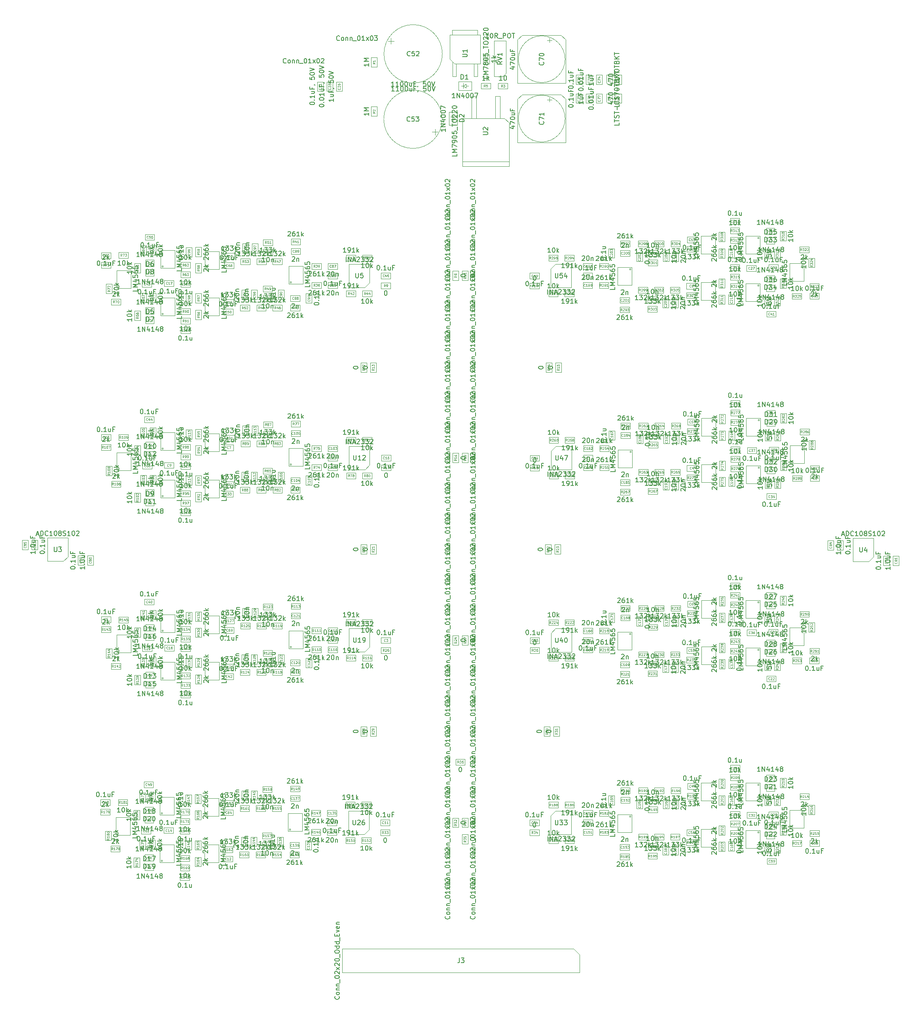
<source format=gbr>
%TF.GenerationSoftware,KiCad,Pcbnew,5.1.12-84ad8e8a86~92~ubuntu20.04.1*%
%TF.CreationDate,2022-01-25T12:25:37-05:00*%
%TF.ProjectId,emg-filter,656d672d-6669-46c7-9465-722e6b696361,rev?*%
%TF.SameCoordinates,Original*%
%TF.FileFunction,AssemblyDrawing,Top*%
%FSLAX46Y46*%
G04 Gerber Fmt 4.6, Leading zero omitted, Abs format (unit mm)*
G04 Created by KiCad (PCBNEW 5.1.12-84ad8e8a86~92~ubuntu20.04.1) date 2022-01-25 12:25:37*
%MOMM*%
%LPD*%
G01*
G04 APERTURE LIST*
%ADD10C,0.100000*%
%ADD11C,0.120000*%
%ADD12C,0.150000*%
%ADD13C,0.080000*%
G04 APERTURE END LIST*
D10*
%TO.C,D8*%
X44808980Y-40179220D02*
X43008980Y-40179220D01*
X43008980Y-40179220D02*
X43008980Y-38779220D01*
X43008980Y-38779220D02*
X44808980Y-38779220D01*
X44808980Y-38779220D02*
X44808980Y-40179220D01*
X44208980Y-39829220D02*
X44208980Y-39129220D01*
X44208980Y-39479220D02*
X44408980Y-39479220D01*
X44208980Y-39479220D02*
X43708980Y-39829220D01*
X43708980Y-39829220D02*
X43708980Y-39129220D01*
X43708980Y-39129220D02*
X44208980Y-39479220D01*
X43708980Y-39479220D02*
X43458980Y-39479220D01*
%TO.C,R51*%
X68181980Y-35659220D02*
X68181980Y-34409220D01*
X68181980Y-34409220D02*
X70181980Y-34409220D01*
X70181980Y-34409220D02*
X70181980Y-35659220D01*
X70181980Y-35659220D02*
X68181980Y-35659220D01*
%TO.C,C4*%
X160859980Y-82689540D02*
X160859980Y-83939540D01*
X160859980Y-83939540D02*
X158859980Y-83939540D01*
X158859980Y-83939540D02*
X158859980Y-82689540D01*
X158859980Y-82689540D02*
X160859980Y-82689540D01*
D11*
%TO.C,U60*%
X183853620Y-43308020D02*
X183853620Y-39498020D01*
X180805620Y-43308020D02*
X183853620Y-43308020D01*
X180805620Y-39498020D02*
X180805620Y-43308020D01*
X183853620Y-39498020D02*
X180805620Y-39498020D01*
X183345620Y-39752020D02*
X183599620Y-39752020D01*
X183345620Y-40006020D02*
X183599620Y-40006020D01*
X183345620Y-40006020D02*
X183345620Y-39752020D01*
X183599620Y-40006020D02*
X183599620Y-39752020D01*
%TO.C,U59*%
X174455620Y-47626020D02*
X174455620Y-43816020D01*
X171407620Y-47626020D02*
X174455620Y-47626020D01*
X171407620Y-43816020D02*
X171407620Y-47626020D01*
X174455620Y-43816020D02*
X171407620Y-43816020D01*
X173947620Y-44070020D02*
X174201620Y-44070020D01*
X173947620Y-44324020D02*
X174201620Y-44324020D01*
X173947620Y-44324020D02*
X173947620Y-44070020D01*
X174201620Y-44324020D02*
X174201620Y-44070020D01*
%TO.C,U58*%
X174455620Y-37466020D02*
X174455620Y-33656020D01*
X171407620Y-37466020D02*
X174455620Y-37466020D01*
X171407620Y-33656020D02*
X171407620Y-37466020D01*
X174455620Y-33656020D02*
X171407620Y-33656020D01*
X173947620Y-33910020D02*
X174201620Y-33910020D01*
X173947620Y-34164020D02*
X174201620Y-34164020D01*
X173947620Y-34164020D02*
X173947620Y-33910020D01*
X174201620Y-34164020D02*
X174201620Y-33910020D01*
%TO.C,U57*%
X164930620Y-47372020D02*
X164930620Y-43562020D01*
X161882620Y-47372020D02*
X164930620Y-47372020D01*
X161882620Y-43562020D02*
X161882620Y-47372020D01*
X164930620Y-43562020D02*
X161882620Y-43562020D01*
X164422620Y-43816020D02*
X164676620Y-43816020D01*
X164422620Y-44070020D02*
X164676620Y-44070020D01*
X164422620Y-44070020D02*
X164422620Y-43816020D01*
X164676620Y-44070020D02*
X164676620Y-43816020D01*
%TO.C,U56*%
X164930620Y-37466020D02*
X164930620Y-33656020D01*
X161882620Y-37466020D02*
X164930620Y-37466020D01*
X161882620Y-33656020D02*
X161882620Y-37466020D01*
X164930620Y-33656020D02*
X161882620Y-33656020D01*
X164422620Y-33910020D02*
X164676620Y-33910020D01*
X164422620Y-34164020D02*
X164676620Y-34164020D01*
X164422620Y-34164020D02*
X164422620Y-33910020D01*
X164676620Y-34164020D02*
X164676620Y-33910020D01*
%TO.C,U55*%
X147023620Y-44197020D02*
X147023620Y-40387020D01*
X143975620Y-44197020D02*
X147023620Y-44197020D01*
X143975620Y-40387020D02*
X143975620Y-44197020D01*
X147023620Y-40387020D02*
X143975620Y-40387020D01*
X146515620Y-40641020D02*
X146769620Y-40641020D01*
X146515620Y-40895020D02*
X146769620Y-40895020D01*
X146515620Y-40895020D02*
X146515620Y-40641020D01*
X146769620Y-40895020D02*
X146769620Y-40641020D01*
D10*
%TO.C,U54*%
X129710620Y-40665020D02*
X130710620Y-39665020D01*
X129710620Y-44665020D02*
X129710620Y-40665020D01*
X134110620Y-44665020D02*
X129710620Y-44665020D01*
X134110620Y-39665020D02*
X134110620Y-44665020D01*
X130710620Y-39665020D02*
X134110620Y-39665020D01*
D11*
%TO.C,U53*%
X183685980Y-78960540D02*
X183685980Y-78706540D01*
X183431980Y-78960540D02*
X183431980Y-78706540D01*
X183431980Y-78960540D02*
X183685980Y-78960540D01*
X183431980Y-78706540D02*
X183685980Y-78706540D01*
X183939980Y-78452540D02*
X180891980Y-78452540D01*
X180891980Y-78452540D02*
X180891980Y-82262540D01*
X180891980Y-82262540D02*
X183939980Y-82262540D01*
X183939980Y-82262540D02*
X183939980Y-78452540D01*
%TO.C,U52*%
X174287980Y-83278540D02*
X174287980Y-83024540D01*
X174033980Y-83278540D02*
X174033980Y-83024540D01*
X174033980Y-83278540D02*
X174287980Y-83278540D01*
X174033980Y-83024540D02*
X174287980Y-83024540D01*
X174541980Y-82770540D02*
X171493980Y-82770540D01*
X171493980Y-82770540D02*
X171493980Y-86580540D01*
X171493980Y-86580540D02*
X174541980Y-86580540D01*
X174541980Y-86580540D02*
X174541980Y-82770540D01*
%TO.C,U51*%
X174287980Y-73118540D02*
X174287980Y-72864540D01*
X174033980Y-73118540D02*
X174033980Y-72864540D01*
X174033980Y-73118540D02*
X174287980Y-73118540D01*
X174033980Y-72864540D02*
X174287980Y-72864540D01*
X174541980Y-72610540D02*
X171493980Y-72610540D01*
X171493980Y-72610540D02*
X171493980Y-76420540D01*
X171493980Y-76420540D02*
X174541980Y-76420540D01*
X174541980Y-76420540D02*
X174541980Y-72610540D01*
%TO.C,U50*%
X164762980Y-83024540D02*
X164762980Y-82770540D01*
X164508980Y-83024540D02*
X164508980Y-82770540D01*
X164508980Y-83024540D02*
X164762980Y-83024540D01*
X164508980Y-82770540D02*
X164762980Y-82770540D01*
X165016980Y-82516540D02*
X161968980Y-82516540D01*
X161968980Y-82516540D02*
X161968980Y-86326540D01*
X161968980Y-86326540D02*
X165016980Y-86326540D01*
X165016980Y-86326540D02*
X165016980Y-82516540D01*
%TO.C,U49*%
X164762980Y-73118540D02*
X164762980Y-72864540D01*
X164508980Y-73118540D02*
X164508980Y-72864540D01*
X164508980Y-73118540D02*
X164762980Y-73118540D01*
X164508980Y-72864540D02*
X164762980Y-72864540D01*
X165016980Y-72610540D02*
X161968980Y-72610540D01*
X161968980Y-72610540D02*
X161968980Y-76420540D01*
X161968980Y-76420540D02*
X165016980Y-76420540D01*
X165016980Y-76420540D02*
X165016980Y-72610540D01*
%TO.C,U48*%
X146855980Y-79849540D02*
X146855980Y-79595540D01*
X146601980Y-79849540D02*
X146601980Y-79595540D01*
X146601980Y-79849540D02*
X146855980Y-79849540D01*
X146601980Y-79595540D02*
X146855980Y-79595540D01*
X147109980Y-79341540D02*
X144061980Y-79341540D01*
X144061980Y-79341540D02*
X144061980Y-83151540D01*
X144061980Y-83151540D02*
X147109980Y-83151540D01*
X147109980Y-83151540D02*
X147109980Y-79341540D01*
D10*
%TO.C,U47*%
X130796980Y-78619540D02*
X134196980Y-78619540D01*
X134196980Y-78619540D02*
X134196980Y-83619540D01*
X134196980Y-83619540D02*
X129796980Y-83619540D01*
X129796980Y-83619540D02*
X129796980Y-79619540D01*
X129796980Y-79619540D02*
X130796980Y-78619540D01*
D11*
%TO.C,U46*%
X183634180Y-117944140D02*
X183634180Y-117690140D01*
X183380180Y-117944140D02*
X183380180Y-117690140D01*
X183380180Y-117944140D02*
X183634180Y-117944140D01*
X183380180Y-117690140D02*
X183634180Y-117690140D01*
X183888180Y-117436140D02*
X180840180Y-117436140D01*
X180840180Y-117436140D02*
X180840180Y-121246140D01*
X180840180Y-121246140D02*
X183888180Y-121246140D01*
X183888180Y-121246140D02*
X183888180Y-117436140D01*
%TO.C,U45*%
X174236180Y-122262140D02*
X174236180Y-122008140D01*
X173982180Y-122262140D02*
X173982180Y-122008140D01*
X173982180Y-122262140D02*
X174236180Y-122262140D01*
X173982180Y-122008140D02*
X174236180Y-122008140D01*
X174490180Y-121754140D02*
X171442180Y-121754140D01*
X171442180Y-121754140D02*
X171442180Y-125564140D01*
X171442180Y-125564140D02*
X174490180Y-125564140D01*
X174490180Y-125564140D02*
X174490180Y-121754140D01*
%TO.C,U44*%
X174236180Y-112102140D02*
X174236180Y-111848140D01*
X173982180Y-112102140D02*
X173982180Y-111848140D01*
X173982180Y-112102140D02*
X174236180Y-112102140D01*
X173982180Y-111848140D02*
X174236180Y-111848140D01*
X174490180Y-111594140D02*
X171442180Y-111594140D01*
X171442180Y-111594140D02*
X171442180Y-115404140D01*
X171442180Y-115404140D02*
X174490180Y-115404140D01*
X174490180Y-115404140D02*
X174490180Y-111594140D01*
%TO.C,U43*%
X164711180Y-122008140D02*
X164711180Y-121754140D01*
X164457180Y-122008140D02*
X164457180Y-121754140D01*
X164457180Y-122008140D02*
X164711180Y-122008140D01*
X164457180Y-121754140D02*
X164711180Y-121754140D01*
X164965180Y-121500140D02*
X161917180Y-121500140D01*
X161917180Y-121500140D02*
X161917180Y-125310140D01*
X161917180Y-125310140D02*
X164965180Y-125310140D01*
X164965180Y-125310140D02*
X164965180Y-121500140D01*
%TO.C,U42*%
X164711180Y-112102140D02*
X164711180Y-111848140D01*
X164457180Y-112102140D02*
X164457180Y-111848140D01*
X164457180Y-112102140D02*
X164711180Y-112102140D01*
X164457180Y-111848140D02*
X164711180Y-111848140D01*
X164965180Y-111594140D02*
X161917180Y-111594140D01*
X161917180Y-111594140D02*
X161917180Y-115404140D01*
X161917180Y-115404140D02*
X164965180Y-115404140D01*
X164965180Y-115404140D02*
X164965180Y-111594140D01*
%TO.C,U41*%
X146804180Y-118833140D02*
X146804180Y-118579140D01*
X146550180Y-118833140D02*
X146550180Y-118579140D01*
X146550180Y-118833140D02*
X146804180Y-118833140D01*
X146550180Y-118579140D02*
X146804180Y-118579140D01*
X147058180Y-118325140D02*
X144010180Y-118325140D01*
X144010180Y-118325140D02*
X144010180Y-122135140D01*
X144010180Y-122135140D02*
X147058180Y-122135140D01*
X147058180Y-122135140D02*
X147058180Y-118325140D01*
D10*
%TO.C,U40*%
X130745180Y-117603140D02*
X134145180Y-117603140D01*
X134145180Y-117603140D02*
X134145180Y-122603140D01*
X134145180Y-122603140D02*
X129745180Y-122603140D01*
X129745180Y-122603140D02*
X129745180Y-118603140D01*
X129745180Y-118603140D02*
X130745180Y-117603140D01*
D11*
%TO.C,U39*%
X183871220Y-160259400D02*
X183871220Y-156449400D01*
X180823220Y-160259400D02*
X183871220Y-160259400D01*
X180823220Y-156449400D02*
X180823220Y-160259400D01*
X183871220Y-156449400D02*
X180823220Y-156449400D01*
X183363220Y-156703400D02*
X183617220Y-156703400D01*
X183363220Y-156957400D02*
X183617220Y-156957400D01*
X183363220Y-156957400D02*
X183363220Y-156703400D01*
X183617220Y-156957400D02*
X183617220Y-156703400D01*
%TO.C,U38*%
X174473220Y-164577400D02*
X174473220Y-160767400D01*
X171425220Y-164577400D02*
X174473220Y-164577400D01*
X171425220Y-160767400D02*
X171425220Y-164577400D01*
X174473220Y-160767400D02*
X171425220Y-160767400D01*
X173965220Y-161021400D02*
X174219220Y-161021400D01*
X173965220Y-161275400D02*
X174219220Y-161275400D01*
X173965220Y-161275400D02*
X173965220Y-161021400D01*
X174219220Y-161275400D02*
X174219220Y-161021400D01*
%TO.C,U37*%
X174473220Y-154417400D02*
X174473220Y-150607400D01*
X171425220Y-154417400D02*
X174473220Y-154417400D01*
X171425220Y-150607400D02*
X171425220Y-154417400D01*
X174473220Y-150607400D02*
X171425220Y-150607400D01*
X173965220Y-150861400D02*
X174219220Y-150861400D01*
X173965220Y-151115400D02*
X174219220Y-151115400D01*
X173965220Y-151115400D02*
X173965220Y-150861400D01*
X174219220Y-151115400D02*
X174219220Y-150861400D01*
%TO.C,U36*%
X164948220Y-164323400D02*
X164948220Y-160513400D01*
X161900220Y-164323400D02*
X164948220Y-164323400D01*
X161900220Y-160513400D02*
X161900220Y-164323400D01*
X164948220Y-160513400D02*
X161900220Y-160513400D01*
X164440220Y-160767400D02*
X164694220Y-160767400D01*
X164440220Y-161021400D02*
X164694220Y-161021400D01*
X164440220Y-161021400D02*
X164440220Y-160767400D01*
X164694220Y-161021400D02*
X164694220Y-160767400D01*
%TO.C,U35*%
X164948220Y-154417400D02*
X164948220Y-150607400D01*
X161900220Y-154417400D02*
X164948220Y-154417400D01*
X161900220Y-150607400D02*
X161900220Y-154417400D01*
X164948220Y-150607400D02*
X161900220Y-150607400D01*
X164440220Y-150861400D02*
X164694220Y-150861400D01*
X164440220Y-151115400D02*
X164694220Y-151115400D01*
X164440220Y-151115400D02*
X164440220Y-150861400D01*
X164694220Y-151115400D02*
X164694220Y-150861400D01*
%TO.C,U34*%
X147041220Y-161148400D02*
X147041220Y-157338400D01*
X143993220Y-161148400D02*
X147041220Y-161148400D01*
X143993220Y-157338400D02*
X143993220Y-161148400D01*
X147041220Y-157338400D02*
X143993220Y-157338400D01*
X146533220Y-157592400D02*
X146787220Y-157592400D01*
X146533220Y-157846400D02*
X146787220Y-157846400D01*
X146533220Y-157846400D02*
X146533220Y-157592400D01*
X146787220Y-157846400D02*
X146787220Y-157592400D01*
D10*
%TO.C,U33*%
X129728220Y-157616400D02*
X130728220Y-156616400D01*
X129728220Y-161616400D02*
X129728220Y-157616400D01*
X134128220Y-161616400D02*
X129728220Y-161616400D01*
X134128220Y-156616400D02*
X134128220Y-161616400D01*
X130728220Y-156616400D02*
X134128220Y-156616400D01*
D11*
%TO.C,U32*%
X36911480Y-161264280D02*
X36911480Y-161518280D01*
X37165480Y-161264280D02*
X37165480Y-161518280D01*
X37165480Y-161264280D02*
X36911480Y-161264280D01*
X37165480Y-161518280D02*
X36911480Y-161518280D01*
X36657480Y-161772280D02*
X39705480Y-161772280D01*
X39705480Y-161772280D02*
X39705480Y-157962280D01*
X39705480Y-157962280D02*
X36657480Y-157962280D01*
X36657480Y-157962280D02*
X36657480Y-161772280D01*
%TO.C,U31*%
X46309480Y-156946280D02*
X46309480Y-157200280D01*
X46563480Y-156946280D02*
X46563480Y-157200280D01*
X46563480Y-156946280D02*
X46309480Y-156946280D01*
X46563480Y-157200280D02*
X46309480Y-157200280D01*
X46055480Y-157454280D02*
X49103480Y-157454280D01*
X49103480Y-157454280D02*
X49103480Y-153644280D01*
X49103480Y-153644280D02*
X46055480Y-153644280D01*
X46055480Y-153644280D02*
X46055480Y-157454280D01*
%TO.C,U30*%
X46309480Y-167106280D02*
X46309480Y-167360280D01*
X46563480Y-167106280D02*
X46563480Y-167360280D01*
X46563480Y-167106280D02*
X46309480Y-167106280D01*
X46563480Y-167360280D02*
X46309480Y-167360280D01*
X46055480Y-167614280D02*
X49103480Y-167614280D01*
X49103480Y-167614280D02*
X49103480Y-163804280D01*
X49103480Y-163804280D02*
X46055480Y-163804280D01*
X46055480Y-163804280D02*
X46055480Y-167614280D01*
%TO.C,U29*%
X55834480Y-157200280D02*
X55834480Y-157454280D01*
X56088480Y-157200280D02*
X56088480Y-157454280D01*
X56088480Y-157200280D02*
X55834480Y-157200280D01*
X56088480Y-157454280D02*
X55834480Y-157454280D01*
X55580480Y-157708280D02*
X58628480Y-157708280D01*
X58628480Y-157708280D02*
X58628480Y-153898280D01*
X58628480Y-153898280D02*
X55580480Y-153898280D01*
X55580480Y-153898280D02*
X55580480Y-157708280D01*
%TO.C,U28*%
X55834480Y-167106280D02*
X55834480Y-167360280D01*
X56088480Y-167106280D02*
X56088480Y-167360280D01*
X56088480Y-167106280D02*
X55834480Y-167106280D01*
X56088480Y-167360280D02*
X55834480Y-167360280D01*
X55580480Y-167614280D02*
X58628480Y-167614280D01*
X58628480Y-167614280D02*
X58628480Y-163804280D01*
X58628480Y-163804280D02*
X55580480Y-163804280D01*
X55580480Y-163804280D02*
X55580480Y-167614280D01*
%TO.C,U27*%
X73741480Y-160375280D02*
X73741480Y-160629280D01*
X73995480Y-160375280D02*
X73995480Y-160629280D01*
X73995480Y-160375280D02*
X73741480Y-160375280D01*
X73995480Y-160629280D02*
X73741480Y-160629280D01*
X73487480Y-160883280D02*
X76535480Y-160883280D01*
X76535480Y-160883280D02*
X76535480Y-157073280D01*
X76535480Y-157073280D02*
X73487480Y-157073280D01*
X73487480Y-157073280D02*
X73487480Y-160883280D01*
D10*
%TO.C,U26*%
X89800480Y-161605280D02*
X86400480Y-161605280D01*
X86400480Y-161605280D02*
X86400480Y-156605280D01*
X86400480Y-156605280D02*
X90800480Y-156605280D01*
X90800480Y-156605280D02*
X90800480Y-160605280D01*
X90800480Y-160605280D02*
X89800480Y-161605280D01*
D11*
%TO.C,U25*%
X37052180Y-122238440D02*
X37052180Y-122492440D01*
X37306180Y-122238440D02*
X37306180Y-122492440D01*
X37306180Y-122238440D02*
X37052180Y-122238440D01*
X37306180Y-122492440D02*
X37052180Y-122492440D01*
X36798180Y-122746440D02*
X39846180Y-122746440D01*
X39846180Y-122746440D02*
X39846180Y-118936440D01*
X39846180Y-118936440D02*
X36798180Y-118936440D01*
X36798180Y-118936440D02*
X36798180Y-122746440D01*
%TO.C,U24*%
X46450180Y-117920440D02*
X46450180Y-118174440D01*
X46704180Y-117920440D02*
X46704180Y-118174440D01*
X46704180Y-117920440D02*
X46450180Y-117920440D01*
X46704180Y-118174440D02*
X46450180Y-118174440D01*
X46196180Y-118428440D02*
X49244180Y-118428440D01*
X49244180Y-118428440D02*
X49244180Y-114618440D01*
X49244180Y-114618440D02*
X46196180Y-114618440D01*
X46196180Y-114618440D02*
X46196180Y-118428440D01*
%TO.C,U23*%
X46450180Y-128080440D02*
X46450180Y-128334440D01*
X46704180Y-128080440D02*
X46704180Y-128334440D01*
X46704180Y-128080440D02*
X46450180Y-128080440D01*
X46704180Y-128334440D02*
X46450180Y-128334440D01*
X46196180Y-128588440D02*
X49244180Y-128588440D01*
X49244180Y-128588440D02*
X49244180Y-124778440D01*
X49244180Y-124778440D02*
X46196180Y-124778440D01*
X46196180Y-124778440D02*
X46196180Y-128588440D01*
%TO.C,U22*%
X55975180Y-118174440D02*
X55975180Y-118428440D01*
X56229180Y-118174440D02*
X56229180Y-118428440D01*
X56229180Y-118174440D02*
X55975180Y-118174440D01*
X56229180Y-118428440D02*
X55975180Y-118428440D01*
X55721180Y-118682440D02*
X58769180Y-118682440D01*
X58769180Y-118682440D02*
X58769180Y-114872440D01*
X58769180Y-114872440D02*
X55721180Y-114872440D01*
X55721180Y-114872440D02*
X55721180Y-118682440D01*
%TO.C,U21*%
X55975180Y-128080440D02*
X55975180Y-128334440D01*
X56229180Y-128080440D02*
X56229180Y-128334440D01*
X56229180Y-128080440D02*
X55975180Y-128080440D01*
X56229180Y-128334440D02*
X55975180Y-128334440D01*
X55721180Y-128588440D02*
X58769180Y-128588440D01*
X58769180Y-128588440D02*
X58769180Y-124778440D01*
X58769180Y-124778440D02*
X55721180Y-124778440D01*
X55721180Y-124778440D02*
X55721180Y-128588440D01*
%TO.C,U20*%
X73882180Y-121349440D02*
X73882180Y-121603440D01*
X74136180Y-121349440D02*
X74136180Y-121603440D01*
X74136180Y-121349440D02*
X73882180Y-121349440D01*
X74136180Y-121603440D02*
X73882180Y-121603440D01*
X73628180Y-121857440D02*
X76676180Y-121857440D01*
X76676180Y-121857440D02*
X76676180Y-118047440D01*
X76676180Y-118047440D02*
X73628180Y-118047440D01*
X73628180Y-118047440D02*
X73628180Y-121857440D01*
D10*
%TO.C,U19*%
X89941180Y-122579440D02*
X86541180Y-122579440D01*
X86541180Y-122579440D02*
X86541180Y-117579440D01*
X86541180Y-117579440D02*
X90941180Y-117579440D01*
X90941180Y-117579440D02*
X90941180Y-121579440D01*
X90941180Y-121579440D02*
X89941180Y-122579440D01*
D11*
%TO.C,U18*%
X37057980Y-83246780D02*
X37057980Y-83500780D01*
X37311980Y-83246780D02*
X37311980Y-83500780D01*
X37311980Y-83246780D02*
X37057980Y-83246780D01*
X37311980Y-83500780D02*
X37057980Y-83500780D01*
X36803980Y-83754780D02*
X39851980Y-83754780D01*
X39851980Y-83754780D02*
X39851980Y-79944780D01*
X39851980Y-79944780D02*
X36803980Y-79944780D01*
X36803980Y-79944780D02*
X36803980Y-83754780D01*
%TO.C,U17*%
X46455980Y-78928780D02*
X46455980Y-79182780D01*
X46709980Y-78928780D02*
X46709980Y-79182780D01*
X46709980Y-78928780D02*
X46455980Y-78928780D01*
X46709980Y-79182780D02*
X46455980Y-79182780D01*
X46201980Y-79436780D02*
X49249980Y-79436780D01*
X49249980Y-79436780D02*
X49249980Y-75626780D01*
X49249980Y-75626780D02*
X46201980Y-75626780D01*
X46201980Y-75626780D02*
X46201980Y-79436780D01*
%TO.C,U16*%
X46455980Y-89088780D02*
X46455980Y-89342780D01*
X46709980Y-89088780D02*
X46709980Y-89342780D01*
X46709980Y-89088780D02*
X46455980Y-89088780D01*
X46709980Y-89342780D02*
X46455980Y-89342780D01*
X46201980Y-89596780D02*
X49249980Y-89596780D01*
X49249980Y-89596780D02*
X49249980Y-85786780D01*
X49249980Y-85786780D02*
X46201980Y-85786780D01*
X46201980Y-85786780D02*
X46201980Y-89596780D01*
%TO.C,U15*%
X55980980Y-79182780D02*
X55980980Y-79436780D01*
X56234980Y-79182780D02*
X56234980Y-79436780D01*
X56234980Y-79182780D02*
X55980980Y-79182780D01*
X56234980Y-79436780D02*
X55980980Y-79436780D01*
X55726980Y-79690780D02*
X58774980Y-79690780D01*
X58774980Y-79690780D02*
X58774980Y-75880780D01*
X58774980Y-75880780D02*
X55726980Y-75880780D01*
X55726980Y-75880780D02*
X55726980Y-79690780D01*
%TO.C,U14*%
X55980980Y-89088780D02*
X55980980Y-89342780D01*
X56234980Y-89088780D02*
X56234980Y-89342780D01*
X56234980Y-89088780D02*
X55980980Y-89088780D01*
X56234980Y-89342780D02*
X55980980Y-89342780D01*
X55726980Y-89596780D02*
X58774980Y-89596780D01*
X58774980Y-89596780D02*
X58774980Y-85786780D01*
X58774980Y-85786780D02*
X55726980Y-85786780D01*
X55726980Y-85786780D02*
X55726980Y-89596780D01*
%TO.C,U13*%
X73887980Y-82357780D02*
X73887980Y-82611780D01*
X74141980Y-82357780D02*
X74141980Y-82611780D01*
X74141980Y-82357780D02*
X73887980Y-82357780D01*
X74141980Y-82611780D02*
X73887980Y-82611780D01*
X73633980Y-82865780D02*
X76681980Y-82865780D01*
X76681980Y-82865780D02*
X76681980Y-79055780D01*
X76681980Y-79055780D02*
X73633980Y-79055780D01*
X73633980Y-79055780D02*
X73633980Y-82865780D01*
D10*
%TO.C,U12*%
X89946980Y-83587780D02*
X86546980Y-83587780D01*
X86546980Y-83587780D02*
X86546980Y-78587780D01*
X86546980Y-78587780D02*
X90946980Y-78587780D01*
X90946980Y-78587780D02*
X90946980Y-82587780D01*
X90946980Y-82587780D02*
X89946980Y-83587780D01*
D11*
%TO.C,U11*%
X37050980Y-44305220D02*
X37050980Y-44559220D01*
X37304980Y-44305220D02*
X37304980Y-44559220D01*
X37304980Y-44305220D02*
X37050980Y-44305220D01*
X37304980Y-44559220D02*
X37050980Y-44559220D01*
X36796980Y-44813220D02*
X39844980Y-44813220D01*
X39844980Y-44813220D02*
X39844980Y-41003220D01*
X39844980Y-41003220D02*
X36796980Y-41003220D01*
X36796980Y-41003220D02*
X36796980Y-44813220D01*
%TO.C,U10*%
X46448980Y-39987220D02*
X46448980Y-40241220D01*
X46702980Y-39987220D02*
X46702980Y-40241220D01*
X46702980Y-39987220D02*
X46448980Y-39987220D01*
X46702980Y-40241220D02*
X46448980Y-40241220D01*
X46194980Y-40495220D02*
X49242980Y-40495220D01*
X49242980Y-40495220D02*
X49242980Y-36685220D01*
X49242980Y-36685220D02*
X46194980Y-36685220D01*
X46194980Y-36685220D02*
X46194980Y-40495220D01*
%TO.C,U9*%
X46448980Y-50147220D02*
X46448980Y-50401220D01*
X46702980Y-50147220D02*
X46702980Y-50401220D01*
X46702980Y-50147220D02*
X46448980Y-50147220D01*
X46702980Y-50401220D02*
X46448980Y-50401220D01*
X46194980Y-50655220D02*
X49242980Y-50655220D01*
X49242980Y-50655220D02*
X49242980Y-46845220D01*
X49242980Y-46845220D02*
X46194980Y-46845220D01*
X46194980Y-46845220D02*
X46194980Y-50655220D01*
%TO.C,U8*%
X55973980Y-40241220D02*
X55973980Y-40495220D01*
X56227980Y-40241220D02*
X56227980Y-40495220D01*
X56227980Y-40241220D02*
X55973980Y-40241220D01*
X56227980Y-40495220D02*
X55973980Y-40495220D01*
X55719980Y-40749220D02*
X58767980Y-40749220D01*
X58767980Y-40749220D02*
X58767980Y-36939220D01*
X58767980Y-36939220D02*
X55719980Y-36939220D01*
X55719980Y-36939220D02*
X55719980Y-40749220D01*
%TO.C,U7*%
X55973980Y-50147220D02*
X55973980Y-50401220D01*
X56227980Y-50147220D02*
X56227980Y-50401220D01*
X56227980Y-50147220D02*
X55973980Y-50147220D01*
X56227980Y-50401220D02*
X55973980Y-50401220D01*
X55719980Y-50655220D02*
X58767980Y-50655220D01*
X58767980Y-50655220D02*
X58767980Y-46845220D01*
X58767980Y-46845220D02*
X55719980Y-46845220D01*
X55719980Y-46845220D02*
X55719980Y-50655220D01*
%TO.C,U6*%
X73880980Y-43416220D02*
X73880980Y-43670220D01*
X74134980Y-43416220D02*
X74134980Y-43670220D01*
X74134980Y-43416220D02*
X73880980Y-43416220D01*
X74134980Y-43670220D02*
X73880980Y-43670220D01*
X73626980Y-43924220D02*
X76674980Y-43924220D01*
X76674980Y-43924220D02*
X76674980Y-40114220D01*
X76674980Y-40114220D02*
X73626980Y-40114220D01*
X73626980Y-40114220D02*
X73626980Y-43924220D01*
D10*
%TO.C,U5*%
X89939980Y-44646220D02*
X86539980Y-44646220D01*
X86539980Y-44646220D02*
X86539980Y-39646220D01*
X86539980Y-39646220D02*
X90939980Y-39646220D01*
X90939980Y-39646220D02*
X90939980Y-43646220D01*
X90939980Y-43646220D02*
X89939980Y-44646220D01*
%TO.C,U4*%
X197796000Y-103274500D02*
X194396000Y-103274500D01*
X194396000Y-103274500D02*
X194396000Y-98274500D01*
X194396000Y-98274500D02*
X198796000Y-98274500D01*
X198796000Y-98274500D02*
X198796000Y-102274500D01*
X198796000Y-102274500D02*
X197796000Y-103274500D01*
%TO.C,U3*%
X25393500Y-103211000D02*
X21993500Y-103211000D01*
X21993500Y-103211000D02*
X21993500Y-98211000D01*
X21993500Y-98211000D02*
X26393500Y-98211000D01*
X26393500Y-98211000D02*
X26393500Y-102211000D01*
X26393500Y-102211000D02*
X25393500Y-103211000D01*
%TO.C,U2*%
X120793520Y-17721720D02*
X120793520Y-18721720D01*
X120793520Y-18721720D02*
X110793520Y-18721720D01*
X110793520Y-18721720D02*
X110793520Y-17721720D01*
X120793520Y-17721720D02*
X110793520Y-17721720D01*
X110793520Y-17721720D02*
X110793520Y-8471720D01*
X110793520Y-8471720D02*
X119793520Y-8471720D01*
X119793520Y-8471720D02*
X120793520Y-9471720D01*
X120793520Y-9471720D02*
X120793520Y-17721720D01*
X118833520Y-8471720D02*
X118833520Y-3771720D01*
X118833520Y-3771720D02*
X117833520Y-3771720D01*
X117833520Y-3771720D02*
X117833520Y-8471720D01*
X113753520Y-8471720D02*
X113753520Y-3771720D01*
X113753520Y-3771720D02*
X112753520Y-3771720D01*
X112753520Y-3771720D02*
X112753520Y-8471720D01*
%TO.C,U1*%
X108648520Y9365280D02*
X108648520Y10365280D01*
X108648520Y10365280D02*
X114048520Y10365280D01*
X114048520Y10365280D02*
X114048520Y9365280D01*
X108098520Y9365280D02*
X114598520Y9365280D01*
X114598520Y9365280D02*
X114598520Y3145280D01*
X114598520Y3145280D02*
X109098520Y3145280D01*
X109098520Y3145280D02*
X108098520Y4145280D01*
X108098520Y4145280D02*
X108098520Y9365280D01*
X108693520Y3550280D02*
X108693520Y445280D01*
X108693520Y445280D02*
X109443520Y445280D01*
X109443520Y445280D02*
X109443520Y3145280D01*
X113253520Y3145280D02*
X113253520Y445280D01*
X113253520Y445280D02*
X114003520Y445280D01*
X114003520Y445280D02*
X114003520Y3145280D01*
%TO.C,RV1*%
X119476520Y462280D02*
X117571520Y462280D01*
X117571520Y462280D02*
X117571520Y8082280D01*
X117571520Y8082280D02*
X120111520Y8082280D01*
X120111520Y8082280D02*
X120111520Y1097280D01*
X120111520Y1097280D02*
X119476520Y462280D01*
%TO.C,R325*%
X181375922Y-45902654D02*
X183375922Y-45902654D01*
X181375922Y-47152654D02*
X181375922Y-45902654D01*
X183375922Y-47152654D02*
X181375922Y-47152654D01*
X183375922Y-45902654D02*
X183375922Y-47152654D01*
%TO.C,R324*%
X184879620Y-40371020D02*
X184879620Y-38371020D01*
X186129620Y-40371020D02*
X184879620Y-40371020D01*
X186129620Y-38371020D02*
X186129620Y-40371020D01*
X184879620Y-38371020D02*
X186129620Y-38371020D01*
%TO.C,R323*%
X187139620Y-45076020D02*
X185139620Y-45076020D01*
X187139620Y-43826020D02*
X187139620Y-45076020D01*
X185139620Y-43826020D02*
X187139620Y-43826020D01*
X185139620Y-45076020D02*
X185139620Y-43826020D01*
%TO.C,R322*%
X184980620Y-37202020D02*
X182980620Y-37202020D01*
X184980620Y-35952020D02*
X184980620Y-37202020D01*
X182980620Y-35952020D02*
X184980620Y-35952020D01*
X182980620Y-37202020D02*
X182980620Y-35952020D01*
%TO.C,R321*%
X177513620Y-48602520D02*
X177513620Y-46602520D01*
X178763620Y-48602520D02*
X177513620Y-48602520D01*
X178763620Y-46602520D02*
X178763620Y-48602520D01*
X177513620Y-46602520D02*
X178763620Y-46602520D01*
%TO.C,R320*%
X180033620Y-42816020D02*
X180033620Y-44816020D01*
X178783620Y-42816020D02*
X180033620Y-42816020D01*
X178783620Y-44816020D02*
X178783620Y-42816020D01*
X180033620Y-44816020D02*
X178783620Y-44816020D01*
%TO.C,R319*%
X177513620Y-38466020D02*
X177513620Y-36466020D01*
X178763620Y-38466020D02*
X177513620Y-38466020D01*
X178763620Y-36466020D02*
X178763620Y-38466020D01*
X177513620Y-36466020D02*
X178763620Y-36466020D01*
%TO.C,R318*%
X180033620Y-32656020D02*
X180033620Y-34656020D01*
X178783620Y-32656020D02*
X180033620Y-32656020D01*
X178783620Y-34656020D02*
X178783620Y-32656020D01*
X180033620Y-34656020D02*
X178783620Y-34656020D01*
%TO.C,R317*%
X175481620Y-48602520D02*
X175481620Y-46602520D01*
X176731620Y-48602520D02*
X175481620Y-48602520D01*
X176731620Y-46602520D02*
X176731620Y-48602520D01*
X175481620Y-46602520D02*
X176731620Y-46602520D01*
%TO.C,R316*%
X175481620Y-38466020D02*
X175481620Y-36466020D01*
X176731620Y-38466020D02*
X175481620Y-38466020D01*
X176731620Y-36466020D02*
X176731620Y-38466020D01*
X175481620Y-36466020D02*
X176731620Y-36466020D01*
%TO.C,R315*%
X168121620Y-41794020D02*
X170121620Y-41794020D01*
X168121620Y-43044020D02*
X168121620Y-41794020D01*
X170121620Y-43044020D02*
X168121620Y-43044020D01*
X170121620Y-41794020D02*
X170121620Y-43044020D01*
%TO.C,R314*%
X170121620Y-45076020D02*
X168121620Y-45076020D01*
X170121620Y-43826020D02*
X170121620Y-45076020D01*
X168121620Y-43826020D02*
X170121620Y-43826020D01*
X168121620Y-45076020D02*
X168121620Y-43826020D01*
%TO.C,R313*%
X168098120Y-31888020D02*
X170098120Y-31888020D01*
X168098120Y-33138020D02*
X168098120Y-31888020D01*
X170098120Y-33138020D02*
X168098120Y-33138020D01*
X170098120Y-31888020D02*
X170098120Y-33138020D01*
%TO.C,R312*%
X170098120Y-35170020D02*
X168098120Y-35170020D01*
X170098120Y-33920020D02*
X170098120Y-35170020D01*
X168098120Y-33920020D02*
X170098120Y-33920020D01*
X168098120Y-35170020D02*
X168098120Y-33920020D01*
%TO.C,R311*%
X165702620Y-48245020D02*
X165702620Y-46245020D01*
X166952620Y-48245020D02*
X165702620Y-48245020D01*
X166952620Y-46245020D02*
X166952620Y-48245020D01*
X165702620Y-46245020D02*
X166952620Y-46245020D01*
%TO.C,R310*%
X165702620Y-44792520D02*
X165702620Y-42792520D01*
X166952620Y-44792520D02*
X165702620Y-44792520D01*
X166952620Y-42792520D02*
X166952620Y-44792520D01*
X165702620Y-42792520D02*
X166952620Y-42792520D01*
%TO.C,R309*%
X165702620Y-38362520D02*
X165702620Y-36362520D01*
X166952620Y-38362520D02*
X165702620Y-38362520D01*
X166952620Y-36362520D02*
X166952620Y-38362520D01*
X165702620Y-36362520D02*
X166952620Y-36362520D01*
%TO.C,R308*%
X165702620Y-34806520D02*
X165702620Y-32806520D01*
X166952620Y-34806520D02*
X165702620Y-34806520D01*
X166952620Y-32806520D02*
X166952620Y-34806520D01*
X165702620Y-32806520D02*
X166952620Y-32806520D01*
%TO.C,R307*%
X160723620Y-46981020D02*
X158723620Y-46981020D01*
X160723620Y-45731020D02*
X160723620Y-46981020D01*
X158723620Y-45731020D02*
X160723620Y-45731020D01*
X158723620Y-46981020D02*
X158723620Y-45731020D01*
%TO.C,R306*%
X160850620Y-37075020D02*
X158850620Y-37075020D01*
X160850620Y-35825020D02*
X160850620Y-37075020D01*
X158850620Y-35825020D02*
X160850620Y-35825020D01*
X158850620Y-37075020D02*
X158850620Y-35825020D01*
%TO.C,R305*%
X157294620Y-45838020D02*
X155294620Y-45838020D01*
X157294620Y-44588020D02*
X157294620Y-45838020D01*
X155294620Y-44588020D02*
X157294620Y-44588020D01*
X155294620Y-45838020D02*
X155294620Y-44588020D01*
%TO.C,R304*%
X157421620Y-35932020D02*
X155421620Y-35932020D01*
X157421620Y-34682020D02*
X157421620Y-35932020D01*
X155421620Y-34682020D02*
X157421620Y-34682020D01*
X155421620Y-35932020D02*
X155421620Y-34682020D01*
%TO.C,R303*%
X150468620Y-48652020D02*
X152468620Y-48652020D01*
X150468620Y-49902020D02*
X150468620Y-48652020D01*
X152468620Y-49902020D02*
X150468620Y-49902020D01*
X152468620Y-48652020D02*
X152468620Y-49902020D01*
%TO.C,R302*%
X153865620Y-45838020D02*
X151865620Y-45838020D01*
X153865620Y-44588020D02*
X153865620Y-45838020D01*
X151865620Y-44588020D02*
X153865620Y-44588020D01*
X151865620Y-45838020D02*
X151865620Y-44588020D01*
%TO.C,R301*%
X150534620Y-38746020D02*
X152534620Y-38746020D01*
X150534620Y-39996020D02*
X150534620Y-38746020D01*
X152534620Y-39996020D02*
X150534620Y-39996020D01*
X152534620Y-38746020D02*
X152534620Y-39996020D01*
%TO.C,R300*%
X153889120Y-35932020D02*
X151889120Y-35932020D01*
X153889120Y-34682020D02*
X153889120Y-35932020D01*
X151889120Y-34682020D02*
X153889120Y-34682020D01*
X151889120Y-35932020D02*
X151889120Y-34682020D01*
%TO.C,R299*%
X150436620Y-45838020D02*
X148436620Y-45838020D01*
X150436620Y-44588020D02*
X150436620Y-45838020D01*
X148436620Y-44588020D02*
X150436620Y-44588020D01*
X148436620Y-45838020D02*
X148436620Y-44588020D01*
%TO.C,R298*%
X150436620Y-35932020D02*
X148436620Y-35932020D01*
X150436620Y-34682020D02*
X150436620Y-35932020D01*
X148436620Y-34682020D02*
X150436620Y-34682020D01*
X148436620Y-35932020D02*
X148436620Y-34682020D01*
%TO.C,R297*%
X129259620Y-45350020D02*
X131259620Y-45350020D01*
X129259620Y-46600020D02*
X129259620Y-45350020D01*
X131259620Y-46600020D02*
X129259620Y-46600020D01*
X131259620Y-45350020D02*
X131259620Y-46600020D01*
%TO.C,R296*%
X129259620Y-37730020D02*
X131259620Y-37730020D01*
X129259620Y-38980020D02*
X129259620Y-37730020D01*
X131259620Y-38980020D02*
X129259620Y-38980020D01*
X131259620Y-37730020D02*
X131259620Y-38980020D01*
%TO.C,R295*%
X134688620Y-46600020D02*
X132688620Y-46600020D01*
X134688620Y-45350020D02*
X134688620Y-46600020D01*
X132688620Y-45350020D02*
X134688620Y-45350020D01*
X132688620Y-46600020D02*
X132688620Y-45350020D01*
%TO.C,R294*%
X134688620Y-38980020D02*
X132688620Y-38980020D01*
X134688620Y-37730020D02*
X134688620Y-38980020D01*
X132688620Y-37730020D02*
X134688620Y-37730020D01*
X132688620Y-38980020D02*
X132688620Y-37730020D01*
%TO.C,R293*%
X146536237Y-50041211D02*
X144536237Y-50041211D01*
X146536237Y-48791211D02*
X146536237Y-50041211D01*
X144536237Y-48791211D02*
X146536237Y-48791211D01*
X144536237Y-50041211D02*
X144536237Y-48791211D01*
%TO.C,R292*%
X144626620Y-34682020D02*
X146626620Y-34682020D01*
X144626620Y-35932020D02*
X144626620Y-34682020D01*
X146626620Y-35932020D02*
X144626620Y-35932020D01*
X146626620Y-34682020D02*
X146626620Y-35932020D01*
%TO.C,R291*%
X140078120Y-43572020D02*
X142078120Y-43572020D01*
X140078120Y-44822020D02*
X140078120Y-43572020D01*
X142078120Y-44822020D02*
X140078120Y-44822020D01*
X142078120Y-43572020D02*
X142078120Y-44822020D01*
%TO.C,R290*%
X140078120Y-39508020D02*
X142078120Y-39508020D01*
X140078120Y-40758020D02*
X140078120Y-39508020D01*
X142078120Y-40758020D02*
X140078120Y-40758020D01*
X142078120Y-39508020D02*
X142078120Y-40758020D01*
%TO.C,R289*%
X183462282Y-84857174D02*
X183462282Y-86107174D01*
X183462282Y-86107174D02*
X181462282Y-86107174D01*
X181462282Y-86107174D02*
X181462282Y-84857174D01*
X181462282Y-84857174D02*
X183462282Y-84857174D01*
%TO.C,R288*%
X184965980Y-77325540D02*
X186215980Y-77325540D01*
X186215980Y-77325540D02*
X186215980Y-79325540D01*
X186215980Y-79325540D02*
X184965980Y-79325540D01*
X184965980Y-79325540D02*
X184965980Y-77325540D01*
%TO.C,R287*%
X185225980Y-84030540D02*
X185225980Y-82780540D01*
X185225980Y-82780540D02*
X187225980Y-82780540D01*
X187225980Y-82780540D02*
X187225980Y-84030540D01*
X187225980Y-84030540D02*
X185225980Y-84030540D01*
%TO.C,R286*%
X183066980Y-76156540D02*
X183066980Y-74906540D01*
X183066980Y-74906540D02*
X185066980Y-74906540D01*
X185066980Y-74906540D02*
X185066980Y-76156540D01*
X185066980Y-76156540D02*
X183066980Y-76156540D01*
%TO.C,R285*%
X177599980Y-85557040D02*
X178849980Y-85557040D01*
X178849980Y-85557040D02*
X178849980Y-87557040D01*
X178849980Y-87557040D02*
X177599980Y-87557040D01*
X177599980Y-87557040D02*
X177599980Y-85557040D01*
%TO.C,R284*%
X180119980Y-83770540D02*
X178869980Y-83770540D01*
X178869980Y-83770540D02*
X178869980Y-81770540D01*
X178869980Y-81770540D02*
X180119980Y-81770540D01*
X180119980Y-81770540D02*
X180119980Y-83770540D01*
%TO.C,R283*%
X177599980Y-75420540D02*
X178849980Y-75420540D01*
X178849980Y-75420540D02*
X178849980Y-77420540D01*
X178849980Y-77420540D02*
X177599980Y-77420540D01*
X177599980Y-77420540D02*
X177599980Y-75420540D01*
%TO.C,R282*%
X180119980Y-73610540D02*
X178869980Y-73610540D01*
X178869980Y-73610540D02*
X178869980Y-71610540D01*
X178869980Y-71610540D02*
X180119980Y-71610540D01*
X180119980Y-71610540D02*
X180119980Y-73610540D01*
%TO.C,R281*%
X175567980Y-85557040D02*
X176817980Y-85557040D01*
X176817980Y-85557040D02*
X176817980Y-87557040D01*
X176817980Y-87557040D02*
X175567980Y-87557040D01*
X175567980Y-87557040D02*
X175567980Y-85557040D01*
%TO.C,R280*%
X175567980Y-75420540D02*
X176817980Y-75420540D01*
X176817980Y-75420540D02*
X176817980Y-77420540D01*
X176817980Y-77420540D02*
X175567980Y-77420540D01*
X175567980Y-77420540D02*
X175567980Y-75420540D01*
%TO.C,R279*%
X170207980Y-80748540D02*
X170207980Y-81998540D01*
X170207980Y-81998540D02*
X168207980Y-81998540D01*
X168207980Y-81998540D02*
X168207980Y-80748540D01*
X168207980Y-80748540D02*
X170207980Y-80748540D01*
%TO.C,R278*%
X168207980Y-84030540D02*
X168207980Y-82780540D01*
X168207980Y-82780540D02*
X170207980Y-82780540D01*
X170207980Y-82780540D02*
X170207980Y-84030540D01*
X170207980Y-84030540D02*
X168207980Y-84030540D01*
%TO.C,R277*%
X170184480Y-70842540D02*
X170184480Y-72092540D01*
X170184480Y-72092540D02*
X168184480Y-72092540D01*
X168184480Y-72092540D02*
X168184480Y-70842540D01*
X168184480Y-70842540D02*
X170184480Y-70842540D01*
%TO.C,R276*%
X168184480Y-74124540D02*
X168184480Y-72874540D01*
X168184480Y-72874540D02*
X170184480Y-72874540D01*
X170184480Y-72874540D02*
X170184480Y-74124540D01*
X170184480Y-74124540D02*
X168184480Y-74124540D01*
%TO.C,R275*%
X165788980Y-85199540D02*
X167038980Y-85199540D01*
X167038980Y-85199540D02*
X167038980Y-87199540D01*
X167038980Y-87199540D02*
X165788980Y-87199540D01*
X165788980Y-87199540D02*
X165788980Y-85199540D01*
%TO.C,R274*%
X165788980Y-81747040D02*
X167038980Y-81747040D01*
X167038980Y-81747040D02*
X167038980Y-83747040D01*
X167038980Y-83747040D02*
X165788980Y-83747040D01*
X165788980Y-83747040D02*
X165788980Y-81747040D01*
%TO.C,R273*%
X165788980Y-75317040D02*
X167038980Y-75317040D01*
X167038980Y-75317040D02*
X167038980Y-77317040D01*
X167038980Y-77317040D02*
X165788980Y-77317040D01*
X165788980Y-77317040D02*
X165788980Y-75317040D01*
%TO.C,R272*%
X165788980Y-71761040D02*
X167038980Y-71761040D01*
X167038980Y-71761040D02*
X167038980Y-73761040D01*
X167038980Y-73761040D02*
X165788980Y-73761040D01*
X165788980Y-73761040D02*
X165788980Y-71761040D01*
%TO.C,R271*%
X158809980Y-85935540D02*
X158809980Y-84685540D01*
X158809980Y-84685540D02*
X160809980Y-84685540D01*
X160809980Y-84685540D02*
X160809980Y-85935540D01*
X160809980Y-85935540D02*
X158809980Y-85935540D01*
%TO.C,R270*%
X158936980Y-76029540D02*
X158936980Y-74779540D01*
X158936980Y-74779540D02*
X160936980Y-74779540D01*
X160936980Y-74779540D02*
X160936980Y-76029540D01*
X160936980Y-76029540D02*
X158936980Y-76029540D01*
%TO.C,R269*%
X155380980Y-84792540D02*
X155380980Y-83542540D01*
X155380980Y-83542540D02*
X157380980Y-83542540D01*
X157380980Y-83542540D02*
X157380980Y-84792540D01*
X157380980Y-84792540D02*
X155380980Y-84792540D01*
%TO.C,R268*%
X155507980Y-74886540D02*
X155507980Y-73636540D01*
X155507980Y-73636540D02*
X157507980Y-73636540D01*
X157507980Y-73636540D02*
X157507980Y-74886540D01*
X157507980Y-74886540D02*
X155507980Y-74886540D01*
%TO.C,R267*%
X152554980Y-87606540D02*
X152554980Y-88856540D01*
X152554980Y-88856540D02*
X150554980Y-88856540D01*
X150554980Y-88856540D02*
X150554980Y-87606540D01*
X150554980Y-87606540D02*
X152554980Y-87606540D01*
%TO.C,R266*%
X151951980Y-84792540D02*
X151951980Y-83542540D01*
X151951980Y-83542540D02*
X153951980Y-83542540D01*
X153951980Y-83542540D02*
X153951980Y-84792540D01*
X153951980Y-84792540D02*
X151951980Y-84792540D01*
%TO.C,R265*%
X152620980Y-77700540D02*
X152620980Y-78950540D01*
X152620980Y-78950540D02*
X150620980Y-78950540D01*
X150620980Y-78950540D02*
X150620980Y-77700540D01*
X150620980Y-77700540D02*
X152620980Y-77700540D01*
%TO.C,R264*%
X151975480Y-74886540D02*
X151975480Y-73636540D01*
X151975480Y-73636540D02*
X153975480Y-73636540D01*
X153975480Y-73636540D02*
X153975480Y-74886540D01*
X153975480Y-74886540D02*
X151975480Y-74886540D01*
%TO.C,R263*%
X148522980Y-84792540D02*
X148522980Y-83542540D01*
X148522980Y-83542540D02*
X150522980Y-83542540D01*
X150522980Y-83542540D02*
X150522980Y-84792540D01*
X150522980Y-84792540D02*
X148522980Y-84792540D01*
%TO.C,R262*%
X148522980Y-74886540D02*
X148522980Y-73636540D01*
X148522980Y-73636540D02*
X150522980Y-73636540D01*
X150522980Y-73636540D02*
X150522980Y-74886540D01*
X150522980Y-74886540D02*
X148522980Y-74886540D01*
%TO.C,R261*%
X131345980Y-84304540D02*
X131345980Y-85554540D01*
X131345980Y-85554540D02*
X129345980Y-85554540D01*
X129345980Y-85554540D02*
X129345980Y-84304540D01*
X129345980Y-84304540D02*
X131345980Y-84304540D01*
%TO.C,R260*%
X131345980Y-76684540D02*
X131345980Y-77934540D01*
X131345980Y-77934540D02*
X129345980Y-77934540D01*
X129345980Y-77934540D02*
X129345980Y-76684540D01*
X129345980Y-76684540D02*
X131345980Y-76684540D01*
%TO.C,R259*%
X132774980Y-85554540D02*
X132774980Y-84304540D01*
X132774980Y-84304540D02*
X134774980Y-84304540D01*
X134774980Y-84304540D02*
X134774980Y-85554540D01*
X134774980Y-85554540D02*
X132774980Y-85554540D01*
%TO.C,R258*%
X132774980Y-77934540D02*
X132774980Y-76684540D01*
X132774980Y-76684540D02*
X134774980Y-76684540D01*
X134774980Y-76684540D02*
X134774980Y-77934540D01*
X134774980Y-77934540D02*
X132774980Y-77934540D01*
%TO.C,R257*%
X144622597Y-88995731D02*
X144622597Y-87745731D01*
X144622597Y-87745731D02*
X146622597Y-87745731D01*
X146622597Y-87745731D02*
X146622597Y-88995731D01*
X146622597Y-88995731D02*
X144622597Y-88995731D01*
%TO.C,R256*%
X146712980Y-73636540D02*
X146712980Y-74886540D01*
X146712980Y-74886540D02*
X144712980Y-74886540D01*
X144712980Y-74886540D02*
X144712980Y-73636540D01*
X144712980Y-73636540D02*
X146712980Y-73636540D01*
%TO.C,R255*%
X142164480Y-82526540D02*
X142164480Y-83776540D01*
X142164480Y-83776540D02*
X140164480Y-83776540D01*
X140164480Y-83776540D02*
X140164480Y-82526540D01*
X140164480Y-82526540D02*
X142164480Y-82526540D01*
%TO.C,R254*%
X142164480Y-78462540D02*
X142164480Y-79712540D01*
X142164480Y-79712540D02*
X140164480Y-79712540D01*
X140164480Y-79712540D02*
X140164480Y-78462540D01*
X140164480Y-78462540D02*
X142164480Y-78462540D01*
%TO.C,R253*%
X183410482Y-123840774D02*
X183410482Y-125090774D01*
X183410482Y-125090774D02*
X181410482Y-125090774D01*
X181410482Y-125090774D02*
X181410482Y-123840774D01*
X181410482Y-123840774D02*
X183410482Y-123840774D01*
%TO.C,R252*%
X184914180Y-116309140D02*
X186164180Y-116309140D01*
X186164180Y-116309140D02*
X186164180Y-118309140D01*
X186164180Y-118309140D02*
X184914180Y-118309140D01*
X184914180Y-118309140D02*
X184914180Y-116309140D01*
%TO.C,R251*%
X185174180Y-123014140D02*
X185174180Y-121764140D01*
X185174180Y-121764140D02*
X187174180Y-121764140D01*
X187174180Y-121764140D02*
X187174180Y-123014140D01*
X187174180Y-123014140D02*
X185174180Y-123014140D01*
%TO.C,R250*%
X183015180Y-115140140D02*
X183015180Y-113890140D01*
X183015180Y-113890140D02*
X185015180Y-113890140D01*
X185015180Y-113890140D02*
X185015180Y-115140140D01*
X185015180Y-115140140D02*
X183015180Y-115140140D01*
%TO.C,R249*%
X177548180Y-124540640D02*
X178798180Y-124540640D01*
X178798180Y-124540640D02*
X178798180Y-126540640D01*
X178798180Y-126540640D02*
X177548180Y-126540640D01*
X177548180Y-126540640D02*
X177548180Y-124540640D01*
%TO.C,R248*%
X180068180Y-122754140D02*
X178818180Y-122754140D01*
X178818180Y-122754140D02*
X178818180Y-120754140D01*
X178818180Y-120754140D02*
X180068180Y-120754140D01*
X180068180Y-120754140D02*
X180068180Y-122754140D01*
%TO.C,R247*%
X177548180Y-114404140D02*
X178798180Y-114404140D01*
X178798180Y-114404140D02*
X178798180Y-116404140D01*
X178798180Y-116404140D02*
X177548180Y-116404140D01*
X177548180Y-116404140D02*
X177548180Y-114404140D01*
%TO.C,R246*%
X180068180Y-112594140D02*
X178818180Y-112594140D01*
X178818180Y-112594140D02*
X178818180Y-110594140D01*
X178818180Y-110594140D02*
X180068180Y-110594140D01*
X180068180Y-110594140D02*
X180068180Y-112594140D01*
%TO.C,R245*%
X175516180Y-124540640D02*
X176766180Y-124540640D01*
X176766180Y-124540640D02*
X176766180Y-126540640D01*
X176766180Y-126540640D02*
X175516180Y-126540640D01*
X175516180Y-126540640D02*
X175516180Y-124540640D01*
%TO.C,R244*%
X175516180Y-114404140D02*
X176766180Y-114404140D01*
X176766180Y-114404140D02*
X176766180Y-116404140D01*
X176766180Y-116404140D02*
X175516180Y-116404140D01*
X175516180Y-116404140D02*
X175516180Y-114404140D01*
%TO.C,R243*%
X170156180Y-119732140D02*
X170156180Y-120982140D01*
X170156180Y-120982140D02*
X168156180Y-120982140D01*
X168156180Y-120982140D02*
X168156180Y-119732140D01*
X168156180Y-119732140D02*
X170156180Y-119732140D01*
%TO.C,R242*%
X168156180Y-123014140D02*
X168156180Y-121764140D01*
X168156180Y-121764140D02*
X170156180Y-121764140D01*
X170156180Y-121764140D02*
X170156180Y-123014140D01*
X170156180Y-123014140D02*
X168156180Y-123014140D01*
%TO.C,R241*%
X170132680Y-109826140D02*
X170132680Y-111076140D01*
X170132680Y-111076140D02*
X168132680Y-111076140D01*
X168132680Y-111076140D02*
X168132680Y-109826140D01*
X168132680Y-109826140D02*
X170132680Y-109826140D01*
%TO.C,R240*%
X168132680Y-113108140D02*
X168132680Y-111858140D01*
X168132680Y-111858140D02*
X170132680Y-111858140D01*
X170132680Y-111858140D02*
X170132680Y-113108140D01*
X170132680Y-113108140D02*
X168132680Y-113108140D01*
%TO.C,R239*%
X165737180Y-124183140D02*
X166987180Y-124183140D01*
X166987180Y-124183140D02*
X166987180Y-126183140D01*
X166987180Y-126183140D02*
X165737180Y-126183140D01*
X165737180Y-126183140D02*
X165737180Y-124183140D01*
%TO.C,R238*%
X165737180Y-120730640D02*
X166987180Y-120730640D01*
X166987180Y-120730640D02*
X166987180Y-122730640D01*
X166987180Y-122730640D02*
X165737180Y-122730640D01*
X165737180Y-122730640D02*
X165737180Y-120730640D01*
%TO.C,R237*%
X165737180Y-114300640D02*
X166987180Y-114300640D01*
X166987180Y-114300640D02*
X166987180Y-116300640D01*
X166987180Y-116300640D02*
X165737180Y-116300640D01*
X165737180Y-116300640D02*
X165737180Y-114300640D01*
%TO.C,R236*%
X165737180Y-110744640D02*
X166987180Y-110744640D01*
X166987180Y-110744640D02*
X166987180Y-112744640D01*
X166987180Y-112744640D02*
X165737180Y-112744640D01*
X165737180Y-112744640D02*
X165737180Y-110744640D01*
%TO.C,R235*%
X158758180Y-124919140D02*
X158758180Y-123669140D01*
X158758180Y-123669140D02*
X160758180Y-123669140D01*
X160758180Y-123669140D02*
X160758180Y-124919140D01*
X160758180Y-124919140D02*
X158758180Y-124919140D01*
%TO.C,R234*%
X158885180Y-115013140D02*
X158885180Y-113763140D01*
X158885180Y-113763140D02*
X160885180Y-113763140D01*
X160885180Y-113763140D02*
X160885180Y-115013140D01*
X160885180Y-115013140D02*
X158885180Y-115013140D01*
%TO.C,R233*%
X155329180Y-123776140D02*
X155329180Y-122526140D01*
X155329180Y-122526140D02*
X157329180Y-122526140D01*
X157329180Y-122526140D02*
X157329180Y-123776140D01*
X157329180Y-123776140D02*
X155329180Y-123776140D01*
%TO.C,R232*%
X155456180Y-113870140D02*
X155456180Y-112620140D01*
X155456180Y-112620140D02*
X157456180Y-112620140D01*
X157456180Y-112620140D02*
X157456180Y-113870140D01*
X157456180Y-113870140D02*
X155456180Y-113870140D01*
%TO.C,R231*%
X152503180Y-126590140D02*
X152503180Y-127840140D01*
X152503180Y-127840140D02*
X150503180Y-127840140D01*
X150503180Y-127840140D02*
X150503180Y-126590140D01*
X150503180Y-126590140D02*
X152503180Y-126590140D01*
%TO.C,R230*%
X151900180Y-123776140D02*
X151900180Y-122526140D01*
X151900180Y-122526140D02*
X153900180Y-122526140D01*
X153900180Y-122526140D02*
X153900180Y-123776140D01*
X153900180Y-123776140D02*
X151900180Y-123776140D01*
%TO.C,R229*%
X152569180Y-116684140D02*
X152569180Y-117934140D01*
X152569180Y-117934140D02*
X150569180Y-117934140D01*
X150569180Y-117934140D02*
X150569180Y-116684140D01*
X150569180Y-116684140D02*
X152569180Y-116684140D01*
%TO.C,R228*%
X151923680Y-113870140D02*
X151923680Y-112620140D01*
X151923680Y-112620140D02*
X153923680Y-112620140D01*
X153923680Y-112620140D02*
X153923680Y-113870140D01*
X153923680Y-113870140D02*
X151923680Y-113870140D01*
%TO.C,R227*%
X148471180Y-123776140D02*
X148471180Y-122526140D01*
X148471180Y-122526140D02*
X150471180Y-122526140D01*
X150471180Y-122526140D02*
X150471180Y-123776140D01*
X150471180Y-123776140D02*
X148471180Y-123776140D01*
%TO.C,R226*%
X148471180Y-113870140D02*
X148471180Y-112620140D01*
X148471180Y-112620140D02*
X150471180Y-112620140D01*
X150471180Y-112620140D02*
X150471180Y-113870140D01*
X150471180Y-113870140D02*
X148471180Y-113870140D01*
%TO.C,R225*%
X131294180Y-123288140D02*
X131294180Y-124538140D01*
X131294180Y-124538140D02*
X129294180Y-124538140D01*
X129294180Y-124538140D02*
X129294180Y-123288140D01*
X129294180Y-123288140D02*
X131294180Y-123288140D01*
%TO.C,R224*%
X131294180Y-115668140D02*
X131294180Y-116918140D01*
X131294180Y-116918140D02*
X129294180Y-116918140D01*
X129294180Y-116918140D02*
X129294180Y-115668140D01*
X129294180Y-115668140D02*
X131294180Y-115668140D01*
%TO.C,R223*%
X132723180Y-124538140D02*
X132723180Y-123288140D01*
X132723180Y-123288140D02*
X134723180Y-123288140D01*
X134723180Y-123288140D02*
X134723180Y-124538140D01*
X134723180Y-124538140D02*
X132723180Y-124538140D01*
%TO.C,R222*%
X132723180Y-116918140D02*
X132723180Y-115668140D01*
X132723180Y-115668140D02*
X134723180Y-115668140D01*
X134723180Y-115668140D02*
X134723180Y-116918140D01*
X134723180Y-116918140D02*
X132723180Y-116918140D01*
%TO.C,R221*%
X144570797Y-127979331D02*
X144570797Y-126729331D01*
X144570797Y-126729331D02*
X146570797Y-126729331D01*
X146570797Y-126729331D02*
X146570797Y-127979331D01*
X146570797Y-127979331D02*
X144570797Y-127979331D01*
%TO.C,R220*%
X146661180Y-112620140D02*
X146661180Y-113870140D01*
X146661180Y-113870140D02*
X144661180Y-113870140D01*
X144661180Y-113870140D02*
X144661180Y-112620140D01*
X144661180Y-112620140D02*
X146661180Y-112620140D01*
%TO.C,R219*%
X142112680Y-121510140D02*
X142112680Y-122760140D01*
X142112680Y-122760140D02*
X140112680Y-122760140D01*
X140112680Y-122760140D02*
X140112680Y-121510140D01*
X140112680Y-121510140D02*
X142112680Y-121510140D01*
%TO.C,R218*%
X142112680Y-117446140D02*
X142112680Y-118696140D01*
X142112680Y-118696140D02*
X140112680Y-118696140D01*
X140112680Y-118696140D02*
X140112680Y-117446140D01*
X140112680Y-117446140D02*
X142112680Y-117446140D01*
%TO.C,R217*%
X181393522Y-162854034D02*
X183393522Y-162854034D01*
X181393522Y-164104034D02*
X181393522Y-162854034D01*
X183393522Y-164104034D02*
X181393522Y-164104034D01*
X183393522Y-162854034D02*
X183393522Y-164104034D01*
%TO.C,R216*%
X184897220Y-157322400D02*
X184897220Y-155322400D01*
X186147220Y-157322400D02*
X184897220Y-157322400D01*
X186147220Y-155322400D02*
X186147220Y-157322400D01*
X184897220Y-155322400D02*
X186147220Y-155322400D01*
%TO.C,R215*%
X187157220Y-162027400D02*
X185157220Y-162027400D01*
X187157220Y-160777400D02*
X187157220Y-162027400D01*
X185157220Y-160777400D02*
X187157220Y-160777400D01*
X185157220Y-162027400D02*
X185157220Y-160777400D01*
%TO.C,R214*%
X184998220Y-154153400D02*
X182998220Y-154153400D01*
X184998220Y-152903400D02*
X184998220Y-154153400D01*
X182998220Y-152903400D02*
X184998220Y-152903400D01*
X182998220Y-154153400D02*
X182998220Y-152903400D01*
%TO.C,R213*%
X177531220Y-165553900D02*
X177531220Y-163553900D01*
X178781220Y-165553900D02*
X177531220Y-165553900D01*
X178781220Y-163553900D02*
X178781220Y-165553900D01*
X177531220Y-163553900D02*
X178781220Y-163553900D01*
%TO.C,R212*%
X180051220Y-159767400D02*
X180051220Y-161767400D01*
X178801220Y-159767400D02*
X180051220Y-159767400D01*
X178801220Y-161767400D02*
X178801220Y-159767400D01*
X180051220Y-161767400D02*
X178801220Y-161767400D01*
%TO.C,R211*%
X177531220Y-155417400D02*
X177531220Y-153417400D01*
X178781220Y-155417400D02*
X177531220Y-155417400D01*
X178781220Y-153417400D02*
X178781220Y-155417400D01*
X177531220Y-153417400D02*
X178781220Y-153417400D01*
%TO.C,R210*%
X180051220Y-149607400D02*
X180051220Y-151607400D01*
X178801220Y-149607400D02*
X180051220Y-149607400D01*
X178801220Y-151607400D02*
X178801220Y-149607400D01*
X180051220Y-151607400D02*
X178801220Y-151607400D01*
%TO.C,R209*%
X175499220Y-165553900D02*
X175499220Y-163553900D01*
X176749220Y-165553900D02*
X175499220Y-165553900D01*
X176749220Y-163553900D02*
X176749220Y-165553900D01*
X175499220Y-163553900D02*
X176749220Y-163553900D01*
%TO.C,R208*%
X175499220Y-155417400D02*
X175499220Y-153417400D01*
X176749220Y-155417400D02*
X175499220Y-155417400D01*
X176749220Y-153417400D02*
X176749220Y-155417400D01*
X175499220Y-153417400D02*
X176749220Y-153417400D01*
%TO.C,R207*%
X168139220Y-158745400D02*
X170139220Y-158745400D01*
X168139220Y-159995400D02*
X168139220Y-158745400D01*
X170139220Y-159995400D02*
X168139220Y-159995400D01*
X170139220Y-158745400D02*
X170139220Y-159995400D01*
%TO.C,R206*%
X170139220Y-162027400D02*
X168139220Y-162027400D01*
X170139220Y-160777400D02*
X170139220Y-162027400D01*
X168139220Y-160777400D02*
X170139220Y-160777400D01*
X168139220Y-162027400D02*
X168139220Y-160777400D01*
%TO.C,R205*%
X168115720Y-148839400D02*
X170115720Y-148839400D01*
X168115720Y-150089400D02*
X168115720Y-148839400D01*
X170115720Y-150089400D02*
X168115720Y-150089400D01*
X170115720Y-148839400D02*
X170115720Y-150089400D01*
%TO.C,R204*%
X170115720Y-152121400D02*
X168115720Y-152121400D01*
X170115720Y-150871400D02*
X170115720Y-152121400D01*
X168115720Y-150871400D02*
X170115720Y-150871400D01*
X168115720Y-152121400D02*
X168115720Y-150871400D01*
%TO.C,R203*%
X165720220Y-165196400D02*
X165720220Y-163196400D01*
X166970220Y-165196400D02*
X165720220Y-165196400D01*
X166970220Y-163196400D02*
X166970220Y-165196400D01*
X165720220Y-163196400D02*
X166970220Y-163196400D01*
%TO.C,R202*%
X165720220Y-161743900D02*
X165720220Y-159743900D01*
X166970220Y-161743900D02*
X165720220Y-161743900D01*
X166970220Y-159743900D02*
X166970220Y-161743900D01*
X165720220Y-159743900D02*
X166970220Y-159743900D01*
%TO.C,R201*%
X165720220Y-155313900D02*
X165720220Y-153313900D01*
X166970220Y-155313900D02*
X165720220Y-155313900D01*
X166970220Y-153313900D02*
X166970220Y-155313900D01*
X165720220Y-153313900D02*
X166970220Y-153313900D01*
%TO.C,R200*%
X165720220Y-151757900D02*
X165720220Y-149757900D01*
X166970220Y-151757900D02*
X165720220Y-151757900D01*
X166970220Y-149757900D02*
X166970220Y-151757900D01*
X165720220Y-149757900D02*
X166970220Y-149757900D01*
%TO.C,R199*%
X160741220Y-163932400D02*
X158741220Y-163932400D01*
X160741220Y-162682400D02*
X160741220Y-163932400D01*
X158741220Y-162682400D02*
X160741220Y-162682400D01*
X158741220Y-163932400D02*
X158741220Y-162682400D01*
%TO.C,R198*%
X160868220Y-154026400D02*
X158868220Y-154026400D01*
X160868220Y-152776400D02*
X160868220Y-154026400D01*
X158868220Y-152776400D02*
X160868220Y-152776400D01*
X158868220Y-154026400D02*
X158868220Y-152776400D01*
%TO.C,R197*%
X157312220Y-162789400D02*
X155312220Y-162789400D01*
X157312220Y-161539400D02*
X157312220Y-162789400D01*
X155312220Y-161539400D02*
X157312220Y-161539400D01*
X155312220Y-162789400D02*
X155312220Y-161539400D01*
%TO.C,R196*%
X157439220Y-152883400D02*
X155439220Y-152883400D01*
X157439220Y-151633400D02*
X157439220Y-152883400D01*
X155439220Y-151633400D02*
X157439220Y-151633400D01*
X155439220Y-152883400D02*
X155439220Y-151633400D01*
%TO.C,R195*%
X150486220Y-165603400D02*
X152486220Y-165603400D01*
X150486220Y-166853400D02*
X150486220Y-165603400D01*
X152486220Y-166853400D02*
X150486220Y-166853400D01*
X152486220Y-165603400D02*
X152486220Y-166853400D01*
%TO.C,R194*%
X153883220Y-162789400D02*
X151883220Y-162789400D01*
X153883220Y-161539400D02*
X153883220Y-162789400D01*
X151883220Y-161539400D02*
X153883220Y-161539400D01*
X151883220Y-162789400D02*
X151883220Y-161539400D01*
%TO.C,R193*%
X150552220Y-155697400D02*
X152552220Y-155697400D01*
X150552220Y-156947400D02*
X150552220Y-155697400D01*
X152552220Y-156947400D02*
X150552220Y-156947400D01*
X152552220Y-155697400D02*
X152552220Y-156947400D01*
%TO.C,R192*%
X153906720Y-152883400D02*
X151906720Y-152883400D01*
X153906720Y-151633400D02*
X153906720Y-152883400D01*
X151906720Y-151633400D02*
X153906720Y-151633400D01*
X151906720Y-152883400D02*
X151906720Y-151633400D01*
%TO.C,R191*%
X150454220Y-162789400D02*
X148454220Y-162789400D01*
X150454220Y-161539400D02*
X150454220Y-162789400D01*
X148454220Y-161539400D02*
X150454220Y-161539400D01*
X148454220Y-162789400D02*
X148454220Y-161539400D01*
%TO.C,R190*%
X150454220Y-152883400D02*
X148454220Y-152883400D01*
X150454220Y-151633400D02*
X150454220Y-152883400D01*
X148454220Y-151633400D02*
X150454220Y-151633400D01*
X148454220Y-152883400D02*
X148454220Y-151633400D01*
%TO.C,R189*%
X129277220Y-162301400D02*
X131277220Y-162301400D01*
X129277220Y-163551400D02*
X129277220Y-162301400D01*
X131277220Y-163551400D02*
X129277220Y-163551400D01*
X131277220Y-162301400D02*
X131277220Y-163551400D01*
%TO.C,R188*%
X129277220Y-154681400D02*
X131277220Y-154681400D01*
X129277220Y-155931400D02*
X129277220Y-154681400D01*
X131277220Y-155931400D02*
X129277220Y-155931400D01*
X131277220Y-154681400D02*
X131277220Y-155931400D01*
%TO.C,R187*%
X134706220Y-163551400D02*
X132706220Y-163551400D01*
X134706220Y-162301400D02*
X134706220Y-163551400D01*
X132706220Y-162301400D02*
X134706220Y-162301400D01*
X132706220Y-163551400D02*
X132706220Y-162301400D01*
%TO.C,R186*%
X134706220Y-155931400D02*
X132706220Y-155931400D01*
X134706220Y-154681400D02*
X134706220Y-155931400D01*
X132706220Y-154681400D02*
X134706220Y-154681400D01*
X132706220Y-155931400D02*
X132706220Y-154681400D01*
%TO.C,R185*%
X146553837Y-166992591D02*
X144553837Y-166992591D01*
X146553837Y-165742591D02*
X146553837Y-166992591D01*
X144553837Y-165742591D02*
X146553837Y-165742591D01*
X144553837Y-166992591D02*
X144553837Y-165742591D01*
%TO.C,R184*%
X144644220Y-151633400D02*
X146644220Y-151633400D01*
X144644220Y-152883400D02*
X144644220Y-151633400D01*
X146644220Y-152883400D02*
X144644220Y-152883400D01*
X146644220Y-151633400D02*
X146644220Y-152883400D01*
%TO.C,R183*%
X140095720Y-160523400D02*
X142095720Y-160523400D01*
X140095720Y-161773400D02*
X140095720Y-160523400D01*
X142095720Y-161773400D02*
X140095720Y-161773400D01*
X142095720Y-160523400D02*
X142095720Y-161773400D01*
%TO.C,R182*%
X140095720Y-156459400D02*
X142095720Y-156459400D01*
X140095720Y-157709400D02*
X140095720Y-156459400D01*
X142095720Y-157709400D02*
X140095720Y-157709400D01*
X142095720Y-156459400D02*
X142095720Y-157709400D01*
%TO.C,R181*%
X37135178Y-155367646D02*
X37135178Y-154117646D01*
X37135178Y-154117646D02*
X39135178Y-154117646D01*
X39135178Y-154117646D02*
X39135178Y-155367646D01*
X39135178Y-155367646D02*
X37135178Y-155367646D01*
%TO.C,R180*%
X35631480Y-162899280D02*
X34381480Y-162899280D01*
X34381480Y-162899280D02*
X34381480Y-160899280D01*
X34381480Y-160899280D02*
X35631480Y-160899280D01*
X35631480Y-160899280D02*
X35631480Y-162899280D01*
%TO.C,R179*%
X35371480Y-156194280D02*
X35371480Y-157444280D01*
X35371480Y-157444280D02*
X33371480Y-157444280D01*
X33371480Y-157444280D02*
X33371480Y-156194280D01*
X33371480Y-156194280D02*
X35371480Y-156194280D01*
%TO.C,R178*%
X37530480Y-164068280D02*
X37530480Y-165318280D01*
X37530480Y-165318280D02*
X35530480Y-165318280D01*
X35530480Y-165318280D02*
X35530480Y-164068280D01*
X35530480Y-164068280D02*
X37530480Y-164068280D01*
%TO.C,R177*%
X42997480Y-154667780D02*
X41747480Y-154667780D01*
X41747480Y-154667780D02*
X41747480Y-152667780D01*
X41747480Y-152667780D02*
X42997480Y-152667780D01*
X42997480Y-152667780D02*
X42997480Y-154667780D01*
%TO.C,R176*%
X40477480Y-156454280D02*
X41727480Y-156454280D01*
X41727480Y-156454280D02*
X41727480Y-158454280D01*
X41727480Y-158454280D02*
X40477480Y-158454280D01*
X40477480Y-158454280D02*
X40477480Y-156454280D01*
%TO.C,R175*%
X42997480Y-164804280D02*
X41747480Y-164804280D01*
X41747480Y-164804280D02*
X41747480Y-162804280D01*
X41747480Y-162804280D02*
X42997480Y-162804280D01*
X42997480Y-162804280D02*
X42997480Y-164804280D01*
%TO.C,R174*%
X40477480Y-166614280D02*
X41727480Y-166614280D01*
X41727480Y-166614280D02*
X41727480Y-168614280D01*
X41727480Y-168614280D02*
X40477480Y-168614280D01*
X40477480Y-168614280D02*
X40477480Y-166614280D01*
%TO.C,R173*%
X45029480Y-154667780D02*
X43779480Y-154667780D01*
X43779480Y-154667780D02*
X43779480Y-152667780D01*
X43779480Y-152667780D02*
X45029480Y-152667780D01*
X45029480Y-152667780D02*
X45029480Y-154667780D01*
%TO.C,R172*%
X45029480Y-164804280D02*
X43779480Y-164804280D01*
X43779480Y-164804280D02*
X43779480Y-162804280D01*
X43779480Y-162804280D02*
X45029480Y-162804280D01*
X45029480Y-162804280D02*
X45029480Y-164804280D01*
%TO.C,R171*%
X50389480Y-159476280D02*
X50389480Y-158226280D01*
X50389480Y-158226280D02*
X52389480Y-158226280D01*
X52389480Y-158226280D02*
X52389480Y-159476280D01*
X52389480Y-159476280D02*
X50389480Y-159476280D01*
%TO.C,R170*%
X52389480Y-156194280D02*
X52389480Y-157444280D01*
X52389480Y-157444280D02*
X50389480Y-157444280D01*
X50389480Y-157444280D02*
X50389480Y-156194280D01*
X50389480Y-156194280D02*
X52389480Y-156194280D01*
%TO.C,R169*%
X50412980Y-169382280D02*
X50412980Y-168132280D01*
X50412980Y-168132280D02*
X52412980Y-168132280D01*
X52412980Y-168132280D02*
X52412980Y-169382280D01*
X52412980Y-169382280D02*
X50412980Y-169382280D01*
%TO.C,R168*%
X52412980Y-166100280D02*
X52412980Y-167350280D01*
X52412980Y-167350280D02*
X50412980Y-167350280D01*
X50412980Y-167350280D02*
X50412980Y-166100280D01*
X50412980Y-166100280D02*
X52412980Y-166100280D01*
%TO.C,R167*%
X54808480Y-155025280D02*
X53558480Y-155025280D01*
X53558480Y-155025280D02*
X53558480Y-153025280D01*
X53558480Y-153025280D02*
X54808480Y-153025280D01*
X54808480Y-153025280D02*
X54808480Y-155025280D01*
%TO.C,R166*%
X54808480Y-158477780D02*
X53558480Y-158477780D01*
X53558480Y-158477780D02*
X53558480Y-156477780D01*
X53558480Y-156477780D02*
X54808480Y-156477780D01*
X54808480Y-156477780D02*
X54808480Y-158477780D01*
%TO.C,R165*%
X54808480Y-164907780D02*
X53558480Y-164907780D01*
X53558480Y-164907780D02*
X53558480Y-162907780D01*
X53558480Y-162907780D02*
X54808480Y-162907780D01*
X54808480Y-162907780D02*
X54808480Y-164907780D01*
%TO.C,R164*%
X54808480Y-168463780D02*
X53558480Y-168463780D01*
X53558480Y-168463780D02*
X53558480Y-166463780D01*
X53558480Y-166463780D02*
X54808480Y-166463780D01*
X54808480Y-166463780D02*
X54808480Y-168463780D01*
%TO.C,R163*%
X61787480Y-154289280D02*
X61787480Y-155539280D01*
X61787480Y-155539280D02*
X59787480Y-155539280D01*
X59787480Y-155539280D02*
X59787480Y-154289280D01*
X59787480Y-154289280D02*
X61787480Y-154289280D01*
%TO.C,R162*%
X61660480Y-164195280D02*
X61660480Y-165445280D01*
X61660480Y-165445280D02*
X59660480Y-165445280D01*
X59660480Y-165445280D02*
X59660480Y-164195280D01*
X59660480Y-164195280D02*
X61660480Y-164195280D01*
%TO.C,R161*%
X65216480Y-155432280D02*
X65216480Y-156682280D01*
X65216480Y-156682280D02*
X63216480Y-156682280D01*
X63216480Y-156682280D02*
X63216480Y-155432280D01*
X63216480Y-155432280D02*
X65216480Y-155432280D01*
%TO.C,R160*%
X65089480Y-165338280D02*
X65089480Y-166588280D01*
X65089480Y-166588280D02*
X63089480Y-166588280D01*
X63089480Y-166588280D02*
X63089480Y-165338280D01*
X63089480Y-165338280D02*
X65089480Y-165338280D01*
%TO.C,R159*%
X68042480Y-152618280D02*
X68042480Y-151368280D01*
X68042480Y-151368280D02*
X70042480Y-151368280D01*
X70042480Y-151368280D02*
X70042480Y-152618280D01*
X70042480Y-152618280D02*
X68042480Y-152618280D01*
%TO.C,R158*%
X68645480Y-155432280D02*
X68645480Y-156682280D01*
X68645480Y-156682280D02*
X66645480Y-156682280D01*
X66645480Y-156682280D02*
X66645480Y-155432280D01*
X66645480Y-155432280D02*
X68645480Y-155432280D01*
%TO.C,R157*%
X67976480Y-162524280D02*
X67976480Y-161274280D01*
X67976480Y-161274280D02*
X69976480Y-161274280D01*
X69976480Y-161274280D02*
X69976480Y-162524280D01*
X69976480Y-162524280D02*
X67976480Y-162524280D01*
%TO.C,R156*%
X68621980Y-165338280D02*
X68621980Y-166588280D01*
X68621980Y-166588280D02*
X66621980Y-166588280D01*
X66621980Y-166588280D02*
X66621980Y-165338280D01*
X66621980Y-165338280D02*
X68621980Y-165338280D01*
%TO.C,R155*%
X72074480Y-155432280D02*
X72074480Y-156682280D01*
X72074480Y-156682280D02*
X70074480Y-156682280D01*
X70074480Y-156682280D02*
X70074480Y-155432280D01*
X70074480Y-155432280D02*
X72074480Y-155432280D01*
%TO.C,R154*%
X72074480Y-165338280D02*
X72074480Y-166588280D01*
X72074480Y-166588280D02*
X70074480Y-166588280D01*
X70074480Y-166588280D02*
X70074480Y-165338280D01*
X70074480Y-165338280D02*
X72074480Y-165338280D01*
%TO.C,R153*%
X89251480Y-155920280D02*
X89251480Y-154670280D01*
X89251480Y-154670280D02*
X91251480Y-154670280D01*
X91251480Y-154670280D02*
X91251480Y-155920280D01*
X91251480Y-155920280D02*
X89251480Y-155920280D01*
%TO.C,R152*%
X89251480Y-163540280D02*
X89251480Y-162290280D01*
X89251480Y-162290280D02*
X91251480Y-162290280D01*
X91251480Y-162290280D02*
X91251480Y-163540280D01*
X91251480Y-163540280D02*
X89251480Y-163540280D01*
%TO.C,R151*%
X87822480Y-154670280D02*
X87822480Y-155920280D01*
X87822480Y-155920280D02*
X85822480Y-155920280D01*
X85822480Y-155920280D02*
X85822480Y-154670280D01*
X85822480Y-154670280D02*
X87822480Y-154670280D01*
%TO.C,R150*%
X87822480Y-162290280D02*
X87822480Y-163540280D01*
X87822480Y-163540280D02*
X85822480Y-163540280D01*
X85822480Y-163540280D02*
X85822480Y-162290280D01*
X85822480Y-162290280D02*
X87822480Y-162290280D01*
%TO.C,R149*%
X75974863Y-151229089D02*
X75974863Y-152479089D01*
X75974863Y-152479089D02*
X73974863Y-152479089D01*
X73974863Y-152479089D02*
X73974863Y-151229089D01*
X73974863Y-151229089D02*
X75974863Y-151229089D01*
%TO.C,R148*%
X73884480Y-166588280D02*
X73884480Y-165338280D01*
X73884480Y-165338280D02*
X75884480Y-165338280D01*
X75884480Y-165338280D02*
X75884480Y-166588280D01*
X75884480Y-166588280D02*
X73884480Y-166588280D01*
%TO.C,R147*%
X78432980Y-157698280D02*
X78432980Y-156448280D01*
X78432980Y-156448280D02*
X80432980Y-156448280D01*
X80432980Y-156448280D02*
X80432980Y-157698280D01*
X80432980Y-157698280D02*
X78432980Y-157698280D01*
%TO.C,R146*%
X78432980Y-161762280D02*
X78432980Y-160512280D01*
X78432980Y-160512280D02*
X80432980Y-160512280D01*
X80432980Y-160512280D02*
X80432980Y-161762280D01*
X80432980Y-161762280D02*
X78432980Y-161762280D01*
%TO.C,R145*%
X37275878Y-116341806D02*
X37275878Y-115091806D01*
X37275878Y-115091806D02*
X39275878Y-115091806D01*
X39275878Y-115091806D02*
X39275878Y-116341806D01*
X39275878Y-116341806D02*
X37275878Y-116341806D01*
%TO.C,R144*%
X35772180Y-123873440D02*
X34522180Y-123873440D01*
X34522180Y-123873440D02*
X34522180Y-121873440D01*
X34522180Y-121873440D02*
X35772180Y-121873440D01*
X35772180Y-121873440D02*
X35772180Y-123873440D01*
%TO.C,R143*%
X35512180Y-117168440D02*
X35512180Y-118418440D01*
X35512180Y-118418440D02*
X33512180Y-118418440D01*
X33512180Y-118418440D02*
X33512180Y-117168440D01*
X33512180Y-117168440D02*
X35512180Y-117168440D01*
%TO.C,R142*%
X37671180Y-125042440D02*
X37671180Y-126292440D01*
X37671180Y-126292440D02*
X35671180Y-126292440D01*
X35671180Y-126292440D02*
X35671180Y-125042440D01*
X35671180Y-125042440D02*
X37671180Y-125042440D01*
%TO.C,R141*%
X43138180Y-115641940D02*
X41888180Y-115641940D01*
X41888180Y-115641940D02*
X41888180Y-113641940D01*
X41888180Y-113641940D02*
X43138180Y-113641940D01*
X43138180Y-113641940D02*
X43138180Y-115641940D01*
%TO.C,R140*%
X40618180Y-117428440D02*
X41868180Y-117428440D01*
X41868180Y-117428440D02*
X41868180Y-119428440D01*
X41868180Y-119428440D02*
X40618180Y-119428440D01*
X40618180Y-119428440D02*
X40618180Y-117428440D01*
%TO.C,R139*%
X43138180Y-125778440D02*
X41888180Y-125778440D01*
X41888180Y-125778440D02*
X41888180Y-123778440D01*
X41888180Y-123778440D02*
X43138180Y-123778440D01*
X43138180Y-123778440D02*
X43138180Y-125778440D01*
%TO.C,R138*%
X40618180Y-127588440D02*
X41868180Y-127588440D01*
X41868180Y-127588440D02*
X41868180Y-129588440D01*
X41868180Y-129588440D02*
X40618180Y-129588440D01*
X40618180Y-129588440D02*
X40618180Y-127588440D01*
%TO.C,R137*%
X45170180Y-115641940D02*
X43920180Y-115641940D01*
X43920180Y-115641940D02*
X43920180Y-113641940D01*
X43920180Y-113641940D02*
X45170180Y-113641940D01*
X45170180Y-113641940D02*
X45170180Y-115641940D01*
%TO.C,R136*%
X45170180Y-125778440D02*
X43920180Y-125778440D01*
X43920180Y-125778440D02*
X43920180Y-123778440D01*
X43920180Y-123778440D02*
X45170180Y-123778440D01*
X45170180Y-123778440D02*
X45170180Y-125778440D01*
%TO.C,R135*%
X50530180Y-120450440D02*
X50530180Y-119200440D01*
X50530180Y-119200440D02*
X52530180Y-119200440D01*
X52530180Y-119200440D02*
X52530180Y-120450440D01*
X52530180Y-120450440D02*
X50530180Y-120450440D01*
%TO.C,R134*%
X52530180Y-117168440D02*
X52530180Y-118418440D01*
X52530180Y-118418440D02*
X50530180Y-118418440D01*
X50530180Y-118418440D02*
X50530180Y-117168440D01*
X50530180Y-117168440D02*
X52530180Y-117168440D01*
%TO.C,R133*%
X50553680Y-130356440D02*
X50553680Y-129106440D01*
X50553680Y-129106440D02*
X52553680Y-129106440D01*
X52553680Y-129106440D02*
X52553680Y-130356440D01*
X52553680Y-130356440D02*
X50553680Y-130356440D01*
%TO.C,R132*%
X52553680Y-127074440D02*
X52553680Y-128324440D01*
X52553680Y-128324440D02*
X50553680Y-128324440D01*
X50553680Y-128324440D02*
X50553680Y-127074440D01*
X50553680Y-127074440D02*
X52553680Y-127074440D01*
%TO.C,R131*%
X54949180Y-115999440D02*
X53699180Y-115999440D01*
X53699180Y-115999440D02*
X53699180Y-113999440D01*
X53699180Y-113999440D02*
X54949180Y-113999440D01*
X54949180Y-113999440D02*
X54949180Y-115999440D01*
%TO.C,R130*%
X54949180Y-119451940D02*
X53699180Y-119451940D01*
X53699180Y-119451940D02*
X53699180Y-117451940D01*
X53699180Y-117451940D02*
X54949180Y-117451940D01*
X54949180Y-117451940D02*
X54949180Y-119451940D01*
%TO.C,R129*%
X54949180Y-125881940D02*
X53699180Y-125881940D01*
X53699180Y-125881940D02*
X53699180Y-123881940D01*
X53699180Y-123881940D02*
X54949180Y-123881940D01*
X54949180Y-123881940D02*
X54949180Y-125881940D01*
%TO.C,R128*%
X54949180Y-129437940D02*
X53699180Y-129437940D01*
X53699180Y-129437940D02*
X53699180Y-127437940D01*
X53699180Y-127437940D02*
X54949180Y-127437940D01*
X54949180Y-127437940D02*
X54949180Y-129437940D01*
%TO.C,R127*%
X61928180Y-115263440D02*
X61928180Y-116513440D01*
X61928180Y-116513440D02*
X59928180Y-116513440D01*
X59928180Y-116513440D02*
X59928180Y-115263440D01*
X59928180Y-115263440D02*
X61928180Y-115263440D01*
%TO.C,R126*%
X61801180Y-125169440D02*
X61801180Y-126419440D01*
X61801180Y-126419440D02*
X59801180Y-126419440D01*
X59801180Y-126419440D02*
X59801180Y-125169440D01*
X59801180Y-125169440D02*
X61801180Y-125169440D01*
%TO.C,R125*%
X65357180Y-116406440D02*
X65357180Y-117656440D01*
X65357180Y-117656440D02*
X63357180Y-117656440D01*
X63357180Y-117656440D02*
X63357180Y-116406440D01*
X63357180Y-116406440D02*
X65357180Y-116406440D01*
%TO.C,R124*%
X65230180Y-126312440D02*
X65230180Y-127562440D01*
X65230180Y-127562440D02*
X63230180Y-127562440D01*
X63230180Y-127562440D02*
X63230180Y-126312440D01*
X63230180Y-126312440D02*
X65230180Y-126312440D01*
%TO.C,R123*%
X68183180Y-113592440D02*
X68183180Y-112342440D01*
X68183180Y-112342440D02*
X70183180Y-112342440D01*
X70183180Y-112342440D02*
X70183180Y-113592440D01*
X70183180Y-113592440D02*
X68183180Y-113592440D01*
%TO.C,R122*%
X68786180Y-116406440D02*
X68786180Y-117656440D01*
X68786180Y-117656440D02*
X66786180Y-117656440D01*
X66786180Y-117656440D02*
X66786180Y-116406440D01*
X66786180Y-116406440D02*
X68786180Y-116406440D01*
%TO.C,R121*%
X68117180Y-123498440D02*
X68117180Y-122248440D01*
X68117180Y-122248440D02*
X70117180Y-122248440D01*
X70117180Y-122248440D02*
X70117180Y-123498440D01*
X70117180Y-123498440D02*
X68117180Y-123498440D01*
%TO.C,R120*%
X68762680Y-126312440D02*
X68762680Y-127562440D01*
X68762680Y-127562440D02*
X66762680Y-127562440D01*
X66762680Y-127562440D02*
X66762680Y-126312440D01*
X66762680Y-126312440D02*
X68762680Y-126312440D01*
%TO.C,R119*%
X72215180Y-116406440D02*
X72215180Y-117656440D01*
X72215180Y-117656440D02*
X70215180Y-117656440D01*
X70215180Y-117656440D02*
X70215180Y-116406440D01*
X70215180Y-116406440D02*
X72215180Y-116406440D01*
%TO.C,R118*%
X72215180Y-126312440D02*
X72215180Y-127562440D01*
X72215180Y-127562440D02*
X70215180Y-127562440D01*
X70215180Y-127562440D02*
X70215180Y-126312440D01*
X70215180Y-126312440D02*
X72215180Y-126312440D01*
%TO.C,R117*%
X89392180Y-116894440D02*
X89392180Y-115644440D01*
X89392180Y-115644440D02*
X91392180Y-115644440D01*
X91392180Y-115644440D02*
X91392180Y-116894440D01*
X91392180Y-116894440D02*
X89392180Y-116894440D01*
%TO.C,R116*%
X89392180Y-124514440D02*
X89392180Y-123264440D01*
X89392180Y-123264440D02*
X91392180Y-123264440D01*
X91392180Y-123264440D02*
X91392180Y-124514440D01*
X91392180Y-124514440D02*
X89392180Y-124514440D01*
%TO.C,R115*%
X87963180Y-115644440D02*
X87963180Y-116894440D01*
X87963180Y-116894440D02*
X85963180Y-116894440D01*
X85963180Y-116894440D02*
X85963180Y-115644440D01*
X85963180Y-115644440D02*
X87963180Y-115644440D01*
%TO.C,R114*%
X87963180Y-123264440D02*
X87963180Y-124514440D01*
X87963180Y-124514440D02*
X85963180Y-124514440D01*
X85963180Y-124514440D02*
X85963180Y-123264440D01*
X85963180Y-123264440D02*
X87963180Y-123264440D01*
%TO.C,R113*%
X76115563Y-112203249D02*
X76115563Y-113453249D01*
X76115563Y-113453249D02*
X74115563Y-113453249D01*
X74115563Y-113453249D02*
X74115563Y-112203249D01*
X74115563Y-112203249D02*
X76115563Y-112203249D01*
%TO.C,R112*%
X74025180Y-127562440D02*
X74025180Y-126312440D01*
X74025180Y-126312440D02*
X76025180Y-126312440D01*
X76025180Y-126312440D02*
X76025180Y-127562440D01*
X76025180Y-127562440D02*
X74025180Y-127562440D01*
%TO.C,R111*%
X78573680Y-118672440D02*
X78573680Y-117422440D01*
X78573680Y-117422440D02*
X80573680Y-117422440D01*
X80573680Y-117422440D02*
X80573680Y-118672440D01*
X80573680Y-118672440D02*
X78573680Y-118672440D01*
%TO.C,R110*%
X78573680Y-122736440D02*
X78573680Y-121486440D01*
X78573680Y-121486440D02*
X80573680Y-121486440D01*
X80573680Y-121486440D02*
X80573680Y-122736440D01*
X80573680Y-122736440D02*
X78573680Y-122736440D01*
%TO.C,R109*%
X37281678Y-77350146D02*
X37281678Y-76100146D01*
X37281678Y-76100146D02*
X39281678Y-76100146D01*
X39281678Y-76100146D02*
X39281678Y-77350146D01*
X39281678Y-77350146D02*
X37281678Y-77350146D01*
%TO.C,R108*%
X35777980Y-84881780D02*
X34527980Y-84881780D01*
X34527980Y-84881780D02*
X34527980Y-82881780D01*
X34527980Y-82881780D02*
X35777980Y-82881780D01*
X35777980Y-82881780D02*
X35777980Y-84881780D01*
%TO.C,R107*%
X35517980Y-78176780D02*
X35517980Y-79426780D01*
X35517980Y-79426780D02*
X33517980Y-79426780D01*
X33517980Y-79426780D02*
X33517980Y-78176780D01*
X33517980Y-78176780D02*
X35517980Y-78176780D01*
%TO.C,R106*%
X37676980Y-86050780D02*
X37676980Y-87300780D01*
X37676980Y-87300780D02*
X35676980Y-87300780D01*
X35676980Y-87300780D02*
X35676980Y-86050780D01*
X35676980Y-86050780D02*
X37676980Y-86050780D01*
%TO.C,R105*%
X43143980Y-76650280D02*
X41893980Y-76650280D01*
X41893980Y-76650280D02*
X41893980Y-74650280D01*
X41893980Y-74650280D02*
X43143980Y-74650280D01*
X43143980Y-74650280D02*
X43143980Y-76650280D01*
%TO.C,R104*%
X40623980Y-78436780D02*
X41873980Y-78436780D01*
X41873980Y-78436780D02*
X41873980Y-80436780D01*
X41873980Y-80436780D02*
X40623980Y-80436780D01*
X40623980Y-80436780D02*
X40623980Y-78436780D01*
%TO.C,R103*%
X43143980Y-86786780D02*
X41893980Y-86786780D01*
X41893980Y-86786780D02*
X41893980Y-84786780D01*
X41893980Y-84786780D02*
X43143980Y-84786780D01*
X43143980Y-84786780D02*
X43143980Y-86786780D01*
%TO.C,R102*%
X40623980Y-88596780D02*
X41873980Y-88596780D01*
X41873980Y-88596780D02*
X41873980Y-90596780D01*
X41873980Y-90596780D02*
X40623980Y-90596780D01*
X40623980Y-90596780D02*
X40623980Y-88596780D01*
%TO.C,R101*%
X45175980Y-76650280D02*
X43925980Y-76650280D01*
X43925980Y-76650280D02*
X43925980Y-74650280D01*
X43925980Y-74650280D02*
X45175980Y-74650280D01*
X45175980Y-74650280D02*
X45175980Y-76650280D01*
%TO.C,R100*%
X45175980Y-86786780D02*
X43925980Y-86786780D01*
X43925980Y-86786780D02*
X43925980Y-84786780D01*
X43925980Y-84786780D02*
X45175980Y-84786780D01*
X45175980Y-84786780D02*
X45175980Y-86786780D01*
%TO.C,R99*%
X50535980Y-81458780D02*
X50535980Y-80208780D01*
X50535980Y-80208780D02*
X52535980Y-80208780D01*
X52535980Y-80208780D02*
X52535980Y-81458780D01*
X52535980Y-81458780D02*
X50535980Y-81458780D01*
%TO.C,R98*%
X52535980Y-78176780D02*
X52535980Y-79426780D01*
X52535980Y-79426780D02*
X50535980Y-79426780D01*
X50535980Y-79426780D02*
X50535980Y-78176780D01*
X50535980Y-78176780D02*
X52535980Y-78176780D01*
%TO.C,R97*%
X50559480Y-91364780D02*
X50559480Y-90114780D01*
X50559480Y-90114780D02*
X52559480Y-90114780D01*
X52559480Y-90114780D02*
X52559480Y-91364780D01*
X52559480Y-91364780D02*
X50559480Y-91364780D01*
%TO.C,R96*%
X52559480Y-88082780D02*
X52559480Y-89332780D01*
X52559480Y-89332780D02*
X50559480Y-89332780D01*
X50559480Y-89332780D02*
X50559480Y-88082780D01*
X50559480Y-88082780D02*
X52559480Y-88082780D01*
%TO.C,R95*%
X54954980Y-77007780D02*
X53704980Y-77007780D01*
X53704980Y-77007780D02*
X53704980Y-75007780D01*
X53704980Y-75007780D02*
X54954980Y-75007780D01*
X54954980Y-75007780D02*
X54954980Y-77007780D01*
%TO.C,R94*%
X54954980Y-80460280D02*
X53704980Y-80460280D01*
X53704980Y-80460280D02*
X53704980Y-78460280D01*
X53704980Y-78460280D02*
X54954980Y-78460280D01*
X54954980Y-78460280D02*
X54954980Y-80460280D01*
%TO.C,R93*%
X54954980Y-86890280D02*
X53704980Y-86890280D01*
X53704980Y-86890280D02*
X53704980Y-84890280D01*
X53704980Y-84890280D02*
X54954980Y-84890280D01*
X54954980Y-84890280D02*
X54954980Y-86890280D01*
%TO.C,R92*%
X54954980Y-90446280D02*
X53704980Y-90446280D01*
X53704980Y-90446280D02*
X53704980Y-88446280D01*
X53704980Y-88446280D02*
X54954980Y-88446280D01*
X54954980Y-88446280D02*
X54954980Y-90446280D01*
%TO.C,R91*%
X61933980Y-76271780D02*
X61933980Y-77521780D01*
X61933980Y-77521780D02*
X59933980Y-77521780D01*
X59933980Y-77521780D02*
X59933980Y-76271780D01*
X59933980Y-76271780D02*
X61933980Y-76271780D01*
%TO.C,R90*%
X61806980Y-86177780D02*
X61806980Y-87427780D01*
X61806980Y-87427780D02*
X59806980Y-87427780D01*
X59806980Y-87427780D02*
X59806980Y-86177780D01*
X59806980Y-86177780D02*
X61806980Y-86177780D01*
%TO.C,R89*%
X65362980Y-77414780D02*
X65362980Y-78664780D01*
X65362980Y-78664780D02*
X63362980Y-78664780D01*
X63362980Y-78664780D02*
X63362980Y-77414780D01*
X63362980Y-77414780D02*
X65362980Y-77414780D01*
%TO.C,R88*%
X65235980Y-87320780D02*
X65235980Y-88570780D01*
X65235980Y-88570780D02*
X63235980Y-88570780D01*
X63235980Y-88570780D02*
X63235980Y-87320780D01*
X63235980Y-87320780D02*
X65235980Y-87320780D01*
%TO.C,R87*%
X68188980Y-74600780D02*
X68188980Y-73350780D01*
X68188980Y-73350780D02*
X70188980Y-73350780D01*
X70188980Y-73350780D02*
X70188980Y-74600780D01*
X70188980Y-74600780D02*
X68188980Y-74600780D01*
%TO.C,R86*%
X68791980Y-77414780D02*
X68791980Y-78664780D01*
X68791980Y-78664780D02*
X66791980Y-78664780D01*
X66791980Y-78664780D02*
X66791980Y-77414780D01*
X66791980Y-77414780D02*
X68791980Y-77414780D01*
%TO.C,R85*%
X68122980Y-84506780D02*
X68122980Y-83256780D01*
X68122980Y-83256780D02*
X70122980Y-83256780D01*
X70122980Y-83256780D02*
X70122980Y-84506780D01*
X70122980Y-84506780D02*
X68122980Y-84506780D01*
%TO.C,R84*%
X68768480Y-87320780D02*
X68768480Y-88570780D01*
X68768480Y-88570780D02*
X66768480Y-88570780D01*
X66768480Y-88570780D02*
X66768480Y-87320780D01*
X66768480Y-87320780D02*
X68768480Y-87320780D01*
%TO.C,R83*%
X72220980Y-77414780D02*
X72220980Y-78664780D01*
X72220980Y-78664780D02*
X70220980Y-78664780D01*
X70220980Y-78664780D02*
X70220980Y-77414780D01*
X70220980Y-77414780D02*
X72220980Y-77414780D01*
%TO.C,R82*%
X72220980Y-87320780D02*
X72220980Y-88570780D01*
X72220980Y-88570780D02*
X70220980Y-88570780D01*
X70220980Y-88570780D02*
X70220980Y-87320780D01*
X70220980Y-87320780D02*
X72220980Y-87320780D01*
%TO.C,R81*%
X89397980Y-77902780D02*
X89397980Y-76652780D01*
X89397980Y-76652780D02*
X91397980Y-76652780D01*
X91397980Y-76652780D02*
X91397980Y-77902780D01*
X91397980Y-77902780D02*
X89397980Y-77902780D01*
%TO.C,R80*%
X89397980Y-85522780D02*
X89397980Y-84272780D01*
X89397980Y-84272780D02*
X91397980Y-84272780D01*
X91397980Y-84272780D02*
X91397980Y-85522780D01*
X91397980Y-85522780D02*
X89397980Y-85522780D01*
%TO.C,R79*%
X87968980Y-76652780D02*
X87968980Y-77902780D01*
X87968980Y-77902780D02*
X85968980Y-77902780D01*
X85968980Y-77902780D02*
X85968980Y-76652780D01*
X85968980Y-76652780D02*
X87968980Y-76652780D01*
%TO.C,R78*%
X87968980Y-84272780D02*
X87968980Y-85522780D01*
X87968980Y-85522780D02*
X85968980Y-85522780D01*
X85968980Y-85522780D02*
X85968980Y-84272780D01*
X85968980Y-84272780D02*
X87968980Y-84272780D01*
%TO.C,R77*%
X76121363Y-73211589D02*
X76121363Y-74461589D01*
X76121363Y-74461589D02*
X74121363Y-74461589D01*
X74121363Y-74461589D02*
X74121363Y-73211589D01*
X74121363Y-73211589D02*
X76121363Y-73211589D01*
%TO.C,R76*%
X74030980Y-88570780D02*
X74030980Y-87320780D01*
X74030980Y-87320780D02*
X76030980Y-87320780D01*
X76030980Y-87320780D02*
X76030980Y-88570780D01*
X76030980Y-88570780D02*
X74030980Y-88570780D01*
%TO.C,R75*%
X78579480Y-79680780D02*
X78579480Y-78430780D01*
X78579480Y-78430780D02*
X80579480Y-78430780D01*
X80579480Y-78430780D02*
X80579480Y-79680780D01*
X80579480Y-79680780D02*
X78579480Y-79680780D01*
%TO.C,R74*%
X78579480Y-83744780D02*
X78579480Y-82494780D01*
X78579480Y-82494780D02*
X80579480Y-82494780D01*
X80579480Y-82494780D02*
X80579480Y-83744780D01*
X80579480Y-83744780D02*
X78579480Y-83744780D01*
%TO.C,R73*%
X37274678Y-38408586D02*
X37274678Y-37158586D01*
X37274678Y-37158586D02*
X39274678Y-37158586D01*
X39274678Y-37158586D02*
X39274678Y-38408586D01*
X39274678Y-38408586D02*
X37274678Y-38408586D01*
%TO.C,R72*%
X35770980Y-45940220D02*
X34520980Y-45940220D01*
X34520980Y-45940220D02*
X34520980Y-43940220D01*
X34520980Y-43940220D02*
X35770980Y-43940220D01*
X35770980Y-43940220D02*
X35770980Y-45940220D01*
%TO.C,R71*%
X35510980Y-39235220D02*
X35510980Y-40485220D01*
X35510980Y-40485220D02*
X33510980Y-40485220D01*
X33510980Y-40485220D02*
X33510980Y-39235220D01*
X33510980Y-39235220D02*
X35510980Y-39235220D01*
%TO.C,R70*%
X37669980Y-47109220D02*
X37669980Y-48359220D01*
X37669980Y-48359220D02*
X35669980Y-48359220D01*
X35669980Y-48359220D02*
X35669980Y-47109220D01*
X35669980Y-47109220D02*
X37669980Y-47109220D01*
%TO.C,R69*%
X43136980Y-37708720D02*
X41886980Y-37708720D01*
X41886980Y-37708720D02*
X41886980Y-35708720D01*
X41886980Y-35708720D02*
X43136980Y-35708720D01*
X43136980Y-35708720D02*
X43136980Y-37708720D01*
%TO.C,R68*%
X40616980Y-39495220D02*
X41866980Y-39495220D01*
X41866980Y-39495220D02*
X41866980Y-41495220D01*
X41866980Y-41495220D02*
X40616980Y-41495220D01*
X40616980Y-41495220D02*
X40616980Y-39495220D01*
%TO.C,R67*%
X43136980Y-47845220D02*
X41886980Y-47845220D01*
X41886980Y-47845220D02*
X41886980Y-45845220D01*
X41886980Y-45845220D02*
X43136980Y-45845220D01*
X43136980Y-45845220D02*
X43136980Y-47845220D01*
%TO.C,R66*%
X40616980Y-49655220D02*
X41866980Y-49655220D01*
X41866980Y-49655220D02*
X41866980Y-51655220D01*
X41866980Y-51655220D02*
X40616980Y-51655220D01*
X40616980Y-51655220D02*
X40616980Y-49655220D01*
%TO.C,R65*%
X45168980Y-37708720D02*
X43918980Y-37708720D01*
X43918980Y-37708720D02*
X43918980Y-35708720D01*
X43918980Y-35708720D02*
X45168980Y-35708720D01*
X45168980Y-35708720D02*
X45168980Y-37708720D01*
%TO.C,R64*%
X45168980Y-47845220D02*
X43918980Y-47845220D01*
X43918980Y-47845220D02*
X43918980Y-45845220D01*
X43918980Y-45845220D02*
X45168980Y-45845220D01*
X45168980Y-45845220D02*
X45168980Y-47845220D01*
%TO.C,R63*%
X50528980Y-42517220D02*
X50528980Y-41267220D01*
X50528980Y-41267220D02*
X52528980Y-41267220D01*
X52528980Y-41267220D02*
X52528980Y-42517220D01*
X52528980Y-42517220D02*
X50528980Y-42517220D01*
%TO.C,R62*%
X52528980Y-39235220D02*
X52528980Y-40485220D01*
X52528980Y-40485220D02*
X50528980Y-40485220D01*
X50528980Y-40485220D02*
X50528980Y-39235220D01*
X50528980Y-39235220D02*
X52528980Y-39235220D01*
%TO.C,R61*%
X50552480Y-52423220D02*
X50552480Y-51173220D01*
X50552480Y-51173220D02*
X52552480Y-51173220D01*
X52552480Y-51173220D02*
X52552480Y-52423220D01*
X52552480Y-52423220D02*
X50552480Y-52423220D01*
%TO.C,R60*%
X52552480Y-49141220D02*
X52552480Y-50391220D01*
X52552480Y-50391220D02*
X50552480Y-50391220D01*
X50552480Y-50391220D02*
X50552480Y-49141220D01*
X50552480Y-49141220D02*
X52552480Y-49141220D01*
%TO.C,R59*%
X54947980Y-38066220D02*
X53697980Y-38066220D01*
X53697980Y-38066220D02*
X53697980Y-36066220D01*
X53697980Y-36066220D02*
X54947980Y-36066220D01*
X54947980Y-36066220D02*
X54947980Y-38066220D01*
%TO.C,R58*%
X54947980Y-41518720D02*
X53697980Y-41518720D01*
X53697980Y-41518720D02*
X53697980Y-39518720D01*
X53697980Y-39518720D02*
X54947980Y-39518720D01*
X54947980Y-39518720D02*
X54947980Y-41518720D01*
%TO.C,R57*%
X54947980Y-47948720D02*
X53697980Y-47948720D01*
X53697980Y-47948720D02*
X53697980Y-45948720D01*
X53697980Y-45948720D02*
X54947980Y-45948720D01*
X54947980Y-45948720D02*
X54947980Y-47948720D01*
%TO.C,R56*%
X54947980Y-51504720D02*
X53697980Y-51504720D01*
X53697980Y-51504720D02*
X53697980Y-49504720D01*
X53697980Y-49504720D02*
X54947980Y-49504720D01*
X54947980Y-49504720D02*
X54947980Y-51504720D01*
%TO.C,R55*%
X61926980Y-37330220D02*
X61926980Y-38580220D01*
X61926980Y-38580220D02*
X59926980Y-38580220D01*
X59926980Y-38580220D02*
X59926980Y-37330220D01*
X59926980Y-37330220D02*
X61926980Y-37330220D01*
%TO.C,R54*%
X61799980Y-47236220D02*
X61799980Y-48486220D01*
X61799980Y-48486220D02*
X59799980Y-48486220D01*
X59799980Y-48486220D02*
X59799980Y-47236220D01*
X59799980Y-47236220D02*
X61799980Y-47236220D01*
%TO.C,R53*%
X65355980Y-38473220D02*
X65355980Y-39723220D01*
X65355980Y-39723220D02*
X63355980Y-39723220D01*
X63355980Y-39723220D02*
X63355980Y-38473220D01*
X63355980Y-38473220D02*
X65355980Y-38473220D01*
%TO.C,R52*%
X65228980Y-48379220D02*
X65228980Y-49629220D01*
X65228980Y-49629220D02*
X63228980Y-49629220D01*
X63228980Y-49629220D02*
X63228980Y-48379220D01*
X63228980Y-48379220D02*
X65228980Y-48379220D01*
%TO.C,R50*%
X68784980Y-38473220D02*
X68784980Y-39723220D01*
X68784980Y-39723220D02*
X66784980Y-39723220D01*
X66784980Y-39723220D02*
X66784980Y-38473220D01*
X66784980Y-38473220D02*
X68784980Y-38473220D01*
%TO.C,R49*%
X68115980Y-45565220D02*
X68115980Y-44315220D01*
X68115980Y-44315220D02*
X70115980Y-44315220D01*
X70115980Y-44315220D02*
X70115980Y-45565220D01*
X70115980Y-45565220D02*
X68115980Y-45565220D01*
%TO.C,R48*%
X68761480Y-48379220D02*
X68761480Y-49629220D01*
X68761480Y-49629220D02*
X66761480Y-49629220D01*
X66761480Y-49629220D02*
X66761480Y-48379220D01*
X66761480Y-48379220D02*
X68761480Y-48379220D01*
%TO.C,R47*%
X72213980Y-38473220D02*
X72213980Y-39723220D01*
X72213980Y-39723220D02*
X70213980Y-39723220D01*
X70213980Y-39723220D02*
X70213980Y-38473220D01*
X70213980Y-38473220D02*
X72213980Y-38473220D01*
%TO.C,R46*%
X72213980Y-48379220D02*
X72213980Y-49629220D01*
X72213980Y-49629220D02*
X70213980Y-49629220D01*
X70213980Y-49629220D02*
X70213980Y-48379220D01*
X70213980Y-48379220D02*
X72213980Y-48379220D01*
%TO.C,R45*%
X89390980Y-38961220D02*
X89390980Y-37711220D01*
X89390980Y-37711220D02*
X91390980Y-37711220D01*
X91390980Y-37711220D02*
X91390980Y-38961220D01*
X91390980Y-38961220D02*
X89390980Y-38961220D01*
%TO.C,R44*%
X89390980Y-46581220D02*
X89390980Y-45331220D01*
X89390980Y-45331220D02*
X91390980Y-45331220D01*
X91390980Y-45331220D02*
X91390980Y-46581220D01*
X91390980Y-46581220D02*
X89390980Y-46581220D01*
%TO.C,R43*%
X87961980Y-37711220D02*
X87961980Y-38961220D01*
X87961980Y-38961220D02*
X85961980Y-38961220D01*
X85961980Y-38961220D02*
X85961980Y-37711220D01*
X85961980Y-37711220D02*
X87961980Y-37711220D01*
%TO.C,R42*%
X87961980Y-45331220D02*
X87961980Y-46581220D01*
X87961980Y-46581220D02*
X85961980Y-46581220D01*
X85961980Y-46581220D02*
X85961980Y-45331220D01*
X85961980Y-45331220D02*
X87961980Y-45331220D01*
%TO.C,R41*%
X76114363Y-34270029D02*
X76114363Y-35520029D01*
X76114363Y-35520029D02*
X74114363Y-35520029D01*
X74114363Y-35520029D02*
X74114363Y-34270029D01*
X74114363Y-34270029D02*
X76114363Y-34270029D01*
%TO.C,R40*%
X74023980Y-49629220D02*
X74023980Y-48379220D01*
X74023980Y-48379220D02*
X76023980Y-48379220D01*
X76023980Y-48379220D02*
X76023980Y-49629220D01*
X76023980Y-49629220D02*
X74023980Y-49629220D01*
%TO.C,R39*%
X78572480Y-40739220D02*
X78572480Y-39489220D01*
X78572480Y-39489220D02*
X80572480Y-39489220D01*
X80572480Y-39489220D02*
X80572480Y-40739220D01*
X80572480Y-40739220D02*
X78572480Y-40739220D01*
%TO.C,R38*%
X78572480Y-44803220D02*
X78572480Y-43553220D01*
X78572480Y-43553220D02*
X80572480Y-43553220D01*
X80572480Y-43553220D02*
X80572480Y-44803220D01*
X80572480Y-44803220D02*
X78572480Y-44803220D01*
%TO.C,R37*%
X112004000Y-160085280D02*
X110754000Y-160085280D01*
X110754000Y-160085280D02*
X110754000Y-158085280D01*
X110754000Y-158085280D02*
X112004000Y-158085280D01*
X112004000Y-158085280D02*
X112004000Y-160085280D01*
%TO.C,R36*%
X109363000Y-146738500D02*
X109363000Y-145488500D01*
X109363000Y-145488500D02*
X111363000Y-145488500D01*
X111363000Y-145488500D02*
X111363000Y-146738500D01*
X111363000Y-146738500D02*
X109363000Y-146738500D01*
%TO.C,R35*%
X112004000Y-163623500D02*
X110754000Y-163623500D01*
X110754000Y-163623500D02*
X110754000Y-161623500D01*
X110754000Y-161623500D02*
X112004000Y-161623500D01*
X112004000Y-161623500D02*
X112004000Y-163623500D01*
%TO.C,R34*%
X127210020Y-160601500D02*
X127210020Y-161851500D01*
X127210020Y-161851500D02*
X125210020Y-161851500D01*
X125210020Y-161851500D02*
X125210020Y-160601500D01*
X125210020Y-160601500D02*
X127210020Y-160601500D01*
%TO.C,R33*%
X93257500Y-161851500D02*
X93257500Y-160601500D01*
X93257500Y-160601500D02*
X95257500Y-160601500D01*
X95257500Y-160601500D02*
X95257500Y-161851500D01*
X95257500Y-161851500D02*
X93257500Y-161851500D01*
%TO.C,R32*%
X109972000Y-160085280D02*
X108722000Y-160085280D01*
X108722000Y-160085280D02*
X108722000Y-158085280D01*
X108722000Y-158085280D02*
X109972000Y-158085280D01*
X109972000Y-158085280D02*
X109972000Y-160085280D01*
%TO.C,R31*%
X130312000Y-138573000D02*
X131562000Y-138573000D01*
X131562000Y-138573000D02*
X131562000Y-140573000D01*
X131562000Y-140573000D02*
X130312000Y-140573000D01*
X130312000Y-140573000D02*
X130312000Y-138573000D01*
%TO.C,R30*%
X128280000Y-138573000D02*
X129530000Y-138573000D01*
X129530000Y-138573000D02*
X129530000Y-140573000D01*
X129530000Y-140573000D02*
X128280000Y-140573000D01*
X128280000Y-140573000D02*
X128280000Y-138573000D01*
%TO.C,R29*%
X91069000Y-138573000D02*
X92319000Y-138573000D01*
X92319000Y-138573000D02*
X92319000Y-140573000D01*
X92319000Y-140573000D02*
X91069000Y-140573000D01*
X91069000Y-140573000D02*
X91069000Y-138573000D01*
%TO.C,R28*%
X89037000Y-138573000D02*
X90287000Y-138573000D01*
X90287000Y-138573000D02*
X90287000Y-140573000D01*
X90287000Y-140573000D02*
X89037000Y-140573000D01*
X89037000Y-140573000D02*
X89037000Y-138573000D01*
%TO.C,R27*%
X112004000Y-121078500D02*
X110754000Y-121078500D01*
X110754000Y-121078500D02*
X110754000Y-119078500D01*
X110754000Y-119078500D02*
X112004000Y-119078500D01*
X112004000Y-119078500D02*
X112004000Y-121078500D01*
%TO.C,R26*%
X127281180Y-121612500D02*
X127281180Y-122862500D01*
X127281180Y-122862500D02*
X125281180Y-122862500D01*
X125281180Y-122862500D02*
X125281180Y-121612500D01*
X125281180Y-121612500D02*
X127281180Y-121612500D01*
%TO.C,R25*%
X93404180Y-122862500D02*
X93404180Y-121612500D01*
X93404180Y-121612500D02*
X95404180Y-121612500D01*
X95404180Y-121612500D02*
X95404180Y-122862500D01*
X95404180Y-122862500D02*
X93404180Y-122862500D01*
%TO.C,R24*%
X109972000Y-121078500D02*
X108722000Y-121078500D01*
X108722000Y-121078500D02*
X108722000Y-119078500D01*
X108722000Y-119078500D02*
X109972000Y-119078500D01*
X109972000Y-119078500D02*
X109972000Y-121078500D01*
%TO.C,R23*%
X130566000Y-99647500D02*
X131816000Y-99647500D01*
X131816000Y-99647500D02*
X131816000Y-101647500D01*
X131816000Y-101647500D02*
X130566000Y-101647500D01*
X130566000Y-101647500D02*
X130566000Y-99647500D01*
%TO.C,R22*%
X128534000Y-99647500D02*
X129784000Y-99647500D01*
X129784000Y-99647500D02*
X129784000Y-101647500D01*
X129784000Y-101647500D02*
X128534000Y-101647500D01*
X128534000Y-101647500D02*
X128534000Y-99647500D01*
%TO.C,R21*%
X91069000Y-99647500D02*
X92319000Y-99647500D01*
X92319000Y-99647500D02*
X92319000Y-101647500D01*
X92319000Y-101647500D02*
X91069000Y-101647500D01*
X91069000Y-101647500D02*
X91069000Y-99647500D01*
%TO.C,R20*%
X89037000Y-99647500D02*
X90287000Y-99647500D01*
X90287000Y-99647500D02*
X90287000Y-101647500D01*
X90287000Y-101647500D02*
X89037000Y-101647500D01*
X89037000Y-101647500D02*
X89037000Y-99647500D01*
%TO.C,R19*%
X112004000Y-82089500D02*
X110754000Y-82089500D01*
X110754000Y-82089500D02*
X110754000Y-80089500D01*
X110754000Y-80089500D02*
X112004000Y-80089500D01*
X112004000Y-80089500D02*
X112004000Y-82089500D01*
%TO.C,R18*%
X127270980Y-82623500D02*
X127270980Y-83873500D01*
X127270980Y-83873500D02*
X125270980Y-83873500D01*
X125270980Y-83873500D02*
X125270980Y-82623500D01*
X125270980Y-82623500D02*
X127270980Y-82623500D01*
%TO.C,R17*%
X93457480Y-83810000D02*
X93457480Y-82560000D01*
X93457480Y-82560000D02*
X95457480Y-82560000D01*
X95457480Y-82560000D02*
X95457480Y-83810000D01*
X95457480Y-83810000D02*
X93457480Y-83810000D01*
%TO.C,R16*%
X109972000Y-82089500D02*
X108722000Y-82089500D01*
X108722000Y-82089500D02*
X108722000Y-80089500D01*
X108722000Y-80089500D02*
X109972000Y-80089500D01*
X109972000Y-80089500D02*
X109972000Y-82089500D01*
%TO.C,R15*%
X130693000Y-60785500D02*
X131943000Y-60785500D01*
X131943000Y-60785500D02*
X131943000Y-62785500D01*
X131943000Y-62785500D02*
X130693000Y-62785500D01*
X130693000Y-62785500D02*
X130693000Y-60785500D01*
%TO.C,R14*%
X128661000Y-60785500D02*
X129911000Y-60785500D01*
X129911000Y-60785500D02*
X129911000Y-62785500D01*
X129911000Y-62785500D02*
X128661000Y-62785500D01*
X128661000Y-62785500D02*
X128661000Y-60785500D01*
%TO.C,R13*%
X91069000Y-60785500D02*
X92319000Y-60785500D01*
X92319000Y-60785500D02*
X92319000Y-62785500D01*
X92319000Y-62785500D02*
X91069000Y-62785500D01*
X91069000Y-62785500D02*
X91069000Y-60785500D01*
%TO.C,R12*%
X89037000Y-60785500D02*
X90287000Y-60785500D01*
X90287000Y-60785500D02*
X90287000Y-62785500D01*
X90287000Y-62785500D02*
X89037000Y-62785500D01*
X89037000Y-62785500D02*
X89037000Y-60785500D01*
%TO.C,R11*%
X112004000Y-43100500D02*
X110754000Y-43100500D01*
X110754000Y-43100500D02*
X110754000Y-41100500D01*
X110754000Y-41100500D02*
X112004000Y-41100500D01*
X112004000Y-41100500D02*
X112004000Y-43100500D01*
%TO.C,R10*%
X127245620Y-43698000D02*
X127245620Y-44948000D01*
X127245620Y-44948000D02*
X125245620Y-44948000D01*
X125245620Y-44948000D02*
X125245620Y-43698000D01*
X125245620Y-43698000D02*
X127245620Y-43698000D01*
%TO.C,R9*%
X93388980Y-44884500D02*
X93388980Y-43634500D01*
X93388980Y-43634500D02*
X95388980Y-43634500D01*
X95388980Y-43634500D02*
X95388980Y-44884500D01*
X95388980Y-44884500D02*
X93388980Y-44884500D01*
%TO.C,R8*%
X109972000Y-43100500D02*
X108722000Y-43100500D01*
X108722000Y-43100500D02*
X108722000Y-41100500D01*
X108722000Y-41100500D02*
X109972000Y-41100500D01*
X109972000Y-41100500D02*
X109972000Y-43100500D01*
%TO.C,R7*%
X143616520Y-3236720D02*
X144866520Y-3236720D01*
X144866520Y-3236720D02*
X144866520Y-5236720D01*
X144866520Y-5236720D02*
X143616520Y-5236720D01*
X143616520Y-5236720D02*
X143616520Y-3236720D01*
%TO.C,R6*%
X143616520Y766280D02*
X144866520Y766280D01*
X144866520Y766280D02*
X144866520Y-1233720D01*
X144866520Y-1233720D02*
X143616520Y-1233720D01*
X143616520Y-1233720D02*
X143616520Y766280D01*
%TO.C,R5*%
X116793520Y-944720D02*
X116793520Y-2194720D01*
X116793520Y-2194720D02*
X114793520Y-2194720D01*
X114793520Y-2194720D02*
X114793520Y-944720D01*
X114793520Y-944720D02*
X116793520Y-944720D01*
%TO.C,R4*%
X116545520Y3145280D02*
X115295520Y3145280D01*
X115295520Y3145280D02*
X115295520Y5145280D01*
X115295520Y5145280D02*
X116545520Y5145280D01*
X116545520Y5145280D02*
X116545520Y3145280D01*
%TO.C,R3*%
X120476520Y-944720D02*
X120476520Y-2194720D01*
X120476520Y-2194720D02*
X118476520Y-2194720D01*
X118476520Y-2194720D02*
X118476520Y-944720D01*
X118476520Y-944720D02*
X120476520Y-944720D01*
%TO.C,R2*%
X91292520Y-6007220D02*
X92542520Y-6007220D01*
X92542520Y-6007220D02*
X92542520Y-8007220D01*
X92542520Y-8007220D02*
X91292520Y-8007220D01*
X91292520Y-8007220D02*
X91292520Y-6007220D01*
%TO.C,R1*%
X91292520Y4510280D02*
X92542520Y4510280D01*
X92542520Y4510280D02*
X92542520Y2510280D01*
X92542520Y2510280D02*
X91292520Y2510280D01*
X91292520Y2510280D02*
X91292520Y4510280D01*
%TO.C,J3*%
X135890000Y-187325000D02*
X135890000Y-191135000D01*
X135890000Y-191135000D02*
X85090000Y-191135000D01*
X85090000Y-191135000D02*
X85090000Y-186055000D01*
X85090000Y-186055000D02*
X134620000Y-186055000D01*
X134620000Y-186055000D02*
X135890000Y-187325000D01*
%TO.C,D36*%
X175841620Y-44132020D02*
X177641620Y-44132020D01*
X177641620Y-44132020D02*
X177641620Y-45532020D01*
X177641620Y-45532020D02*
X175841620Y-45532020D01*
X175841620Y-45532020D02*
X175841620Y-44132020D01*
X176441620Y-44482020D02*
X176441620Y-45182020D01*
X176441620Y-44832020D02*
X176241620Y-44832020D01*
X176441620Y-44832020D02*
X176941620Y-44482020D01*
X176941620Y-44482020D02*
X176941620Y-45182020D01*
X176941620Y-45182020D02*
X176441620Y-44832020D01*
X176941620Y-44832020D02*
X177191620Y-44832020D01*
%TO.C,D35*%
X175841620Y-33972020D02*
X177641620Y-33972020D01*
X177641620Y-33972020D02*
X177641620Y-35372020D01*
X177641620Y-35372020D02*
X175841620Y-35372020D01*
X175841620Y-35372020D02*
X175841620Y-33972020D01*
X176441620Y-34322020D02*
X176441620Y-35022020D01*
X176441620Y-34672020D02*
X176241620Y-34672020D01*
X176441620Y-34672020D02*
X176941620Y-34322020D01*
X176941620Y-34322020D02*
X176941620Y-35022020D01*
X176941620Y-35022020D02*
X176441620Y-34672020D01*
X176941620Y-34672020D02*
X177191620Y-34672020D01*
%TO.C,D34*%
X177641620Y-43500020D02*
X175841620Y-43500020D01*
X175841620Y-43500020D02*
X175841620Y-42100020D01*
X175841620Y-42100020D02*
X177641620Y-42100020D01*
X177641620Y-42100020D02*
X177641620Y-43500020D01*
X177041620Y-43150020D02*
X177041620Y-42450020D01*
X177041620Y-42800020D02*
X177241620Y-42800020D01*
X177041620Y-42800020D02*
X176541620Y-43150020D01*
X176541620Y-43150020D02*
X176541620Y-42450020D01*
X176541620Y-42450020D02*
X177041620Y-42800020D01*
X176541620Y-42800020D02*
X176291620Y-42800020D01*
%TO.C,D33*%
X177641620Y-33340020D02*
X175841620Y-33340020D01*
X175841620Y-33340020D02*
X175841620Y-31940020D01*
X175841620Y-31940020D02*
X177641620Y-31940020D01*
X177641620Y-31940020D02*
X177641620Y-33340020D01*
X177041620Y-32990020D02*
X177041620Y-32290020D01*
X177041620Y-32640020D02*
X177241620Y-32640020D01*
X177041620Y-32640020D02*
X176541620Y-32990020D01*
X176541620Y-32990020D02*
X176541620Y-32290020D01*
X176541620Y-32290020D02*
X177041620Y-32640020D01*
X176541620Y-32640020D02*
X176291620Y-32640020D01*
%TO.C,D32*%
X177027980Y-83786540D02*
X177277980Y-83786540D01*
X177027980Y-84136540D02*
X176527980Y-83786540D01*
X177027980Y-83436540D02*
X177027980Y-84136540D01*
X176527980Y-83786540D02*
X177027980Y-83436540D01*
X176527980Y-83786540D02*
X176327980Y-83786540D01*
X176527980Y-83436540D02*
X176527980Y-84136540D01*
X175927980Y-84486540D02*
X175927980Y-83086540D01*
X177727980Y-84486540D02*
X175927980Y-84486540D01*
X177727980Y-83086540D02*
X177727980Y-84486540D01*
X175927980Y-83086540D02*
X177727980Y-83086540D01*
%TO.C,D31*%
X177027980Y-73626540D02*
X177277980Y-73626540D01*
X177027980Y-73976540D02*
X176527980Y-73626540D01*
X177027980Y-73276540D02*
X177027980Y-73976540D01*
X176527980Y-73626540D02*
X177027980Y-73276540D01*
X176527980Y-73626540D02*
X176327980Y-73626540D01*
X176527980Y-73276540D02*
X176527980Y-73976540D01*
X175927980Y-74326540D02*
X175927980Y-72926540D01*
X177727980Y-74326540D02*
X175927980Y-74326540D01*
X177727980Y-72926540D02*
X177727980Y-74326540D01*
X175927980Y-72926540D02*
X177727980Y-72926540D01*
%TO.C,D30*%
X176627980Y-81754540D02*
X176377980Y-81754540D01*
X176627980Y-81404540D02*
X177127980Y-81754540D01*
X176627980Y-82104540D02*
X176627980Y-81404540D01*
X177127980Y-81754540D02*
X176627980Y-82104540D01*
X177127980Y-81754540D02*
X177327980Y-81754540D01*
X177127980Y-82104540D02*
X177127980Y-81404540D01*
X177727980Y-81054540D02*
X177727980Y-82454540D01*
X175927980Y-81054540D02*
X177727980Y-81054540D01*
X175927980Y-82454540D02*
X175927980Y-81054540D01*
X177727980Y-82454540D02*
X175927980Y-82454540D01*
%TO.C,D29*%
X176627980Y-71594540D02*
X176377980Y-71594540D01*
X176627980Y-71244540D02*
X177127980Y-71594540D01*
X176627980Y-71944540D02*
X176627980Y-71244540D01*
X177127980Y-71594540D02*
X176627980Y-71944540D01*
X177127980Y-71594540D02*
X177327980Y-71594540D01*
X177127980Y-71944540D02*
X177127980Y-71244540D01*
X177727980Y-70894540D02*
X177727980Y-72294540D01*
X175927980Y-70894540D02*
X177727980Y-70894540D01*
X175927980Y-72294540D02*
X175927980Y-70894540D01*
X177727980Y-72294540D02*
X175927980Y-72294540D01*
%TO.C,D28*%
X176976180Y-122770140D02*
X177226180Y-122770140D01*
X176976180Y-123120140D02*
X176476180Y-122770140D01*
X176976180Y-122420140D02*
X176976180Y-123120140D01*
X176476180Y-122770140D02*
X176976180Y-122420140D01*
X176476180Y-122770140D02*
X176276180Y-122770140D01*
X176476180Y-122420140D02*
X176476180Y-123120140D01*
X175876180Y-123470140D02*
X175876180Y-122070140D01*
X177676180Y-123470140D02*
X175876180Y-123470140D01*
X177676180Y-122070140D02*
X177676180Y-123470140D01*
X175876180Y-122070140D02*
X177676180Y-122070140D01*
%TO.C,D27*%
X176976180Y-112610140D02*
X177226180Y-112610140D01*
X176976180Y-112960140D02*
X176476180Y-112610140D01*
X176976180Y-112260140D02*
X176976180Y-112960140D01*
X176476180Y-112610140D02*
X176976180Y-112260140D01*
X176476180Y-112610140D02*
X176276180Y-112610140D01*
X176476180Y-112260140D02*
X176476180Y-112960140D01*
X175876180Y-113310140D02*
X175876180Y-111910140D01*
X177676180Y-113310140D02*
X175876180Y-113310140D01*
X177676180Y-111910140D02*
X177676180Y-113310140D01*
X175876180Y-111910140D02*
X177676180Y-111910140D01*
%TO.C,D26*%
X176576180Y-120738140D02*
X176326180Y-120738140D01*
X176576180Y-120388140D02*
X177076180Y-120738140D01*
X176576180Y-121088140D02*
X176576180Y-120388140D01*
X177076180Y-120738140D02*
X176576180Y-121088140D01*
X177076180Y-120738140D02*
X177276180Y-120738140D01*
X177076180Y-121088140D02*
X177076180Y-120388140D01*
X177676180Y-120038140D02*
X177676180Y-121438140D01*
X175876180Y-120038140D02*
X177676180Y-120038140D01*
X175876180Y-121438140D02*
X175876180Y-120038140D01*
X177676180Y-121438140D02*
X175876180Y-121438140D01*
%TO.C,D25*%
X176576180Y-110578140D02*
X176326180Y-110578140D01*
X176576180Y-110228140D02*
X177076180Y-110578140D01*
X176576180Y-110928140D02*
X176576180Y-110228140D01*
X177076180Y-110578140D02*
X176576180Y-110928140D01*
X177076180Y-110578140D02*
X177276180Y-110578140D01*
X177076180Y-110928140D02*
X177076180Y-110228140D01*
X177676180Y-109878140D02*
X177676180Y-111278140D01*
X175876180Y-109878140D02*
X177676180Y-109878140D01*
X175876180Y-111278140D02*
X175876180Y-109878140D01*
X177676180Y-111278140D02*
X175876180Y-111278140D01*
%TO.C,D24*%
X175859220Y-161083400D02*
X177659220Y-161083400D01*
X177659220Y-161083400D02*
X177659220Y-162483400D01*
X177659220Y-162483400D02*
X175859220Y-162483400D01*
X175859220Y-162483400D02*
X175859220Y-161083400D01*
X176459220Y-161433400D02*
X176459220Y-162133400D01*
X176459220Y-161783400D02*
X176259220Y-161783400D01*
X176459220Y-161783400D02*
X176959220Y-161433400D01*
X176959220Y-161433400D02*
X176959220Y-162133400D01*
X176959220Y-162133400D02*
X176459220Y-161783400D01*
X176959220Y-161783400D02*
X177209220Y-161783400D01*
%TO.C,D23*%
X175859220Y-150923400D02*
X177659220Y-150923400D01*
X177659220Y-150923400D02*
X177659220Y-152323400D01*
X177659220Y-152323400D02*
X175859220Y-152323400D01*
X175859220Y-152323400D02*
X175859220Y-150923400D01*
X176459220Y-151273400D02*
X176459220Y-151973400D01*
X176459220Y-151623400D02*
X176259220Y-151623400D01*
X176459220Y-151623400D02*
X176959220Y-151273400D01*
X176959220Y-151273400D02*
X176959220Y-151973400D01*
X176959220Y-151973400D02*
X176459220Y-151623400D01*
X176959220Y-151623400D02*
X177209220Y-151623400D01*
%TO.C,D22*%
X177659220Y-160451400D02*
X175859220Y-160451400D01*
X175859220Y-160451400D02*
X175859220Y-159051400D01*
X175859220Y-159051400D02*
X177659220Y-159051400D01*
X177659220Y-159051400D02*
X177659220Y-160451400D01*
X177059220Y-160101400D02*
X177059220Y-159401400D01*
X177059220Y-159751400D02*
X177259220Y-159751400D01*
X177059220Y-159751400D02*
X176559220Y-160101400D01*
X176559220Y-160101400D02*
X176559220Y-159401400D01*
X176559220Y-159401400D02*
X177059220Y-159751400D01*
X176559220Y-159751400D02*
X176309220Y-159751400D01*
%TO.C,D21*%
X177659220Y-150291400D02*
X175859220Y-150291400D01*
X175859220Y-150291400D02*
X175859220Y-148891400D01*
X175859220Y-148891400D02*
X177659220Y-148891400D01*
X177659220Y-148891400D02*
X177659220Y-150291400D01*
X177059220Y-149941400D02*
X177059220Y-149241400D01*
X177059220Y-149591400D02*
X177259220Y-149591400D01*
X177059220Y-149591400D02*
X176559220Y-149941400D01*
X176559220Y-149941400D02*
X176559220Y-149241400D01*
X176559220Y-149241400D02*
X177059220Y-149591400D01*
X176559220Y-149591400D02*
X176309220Y-149591400D01*
%TO.C,D20*%
X43569480Y-156438280D02*
X43319480Y-156438280D01*
X43569480Y-156088280D02*
X44069480Y-156438280D01*
X43569480Y-156788280D02*
X43569480Y-156088280D01*
X44069480Y-156438280D02*
X43569480Y-156788280D01*
X44069480Y-156438280D02*
X44269480Y-156438280D01*
X44069480Y-156788280D02*
X44069480Y-156088280D01*
X44669480Y-155738280D02*
X44669480Y-157138280D01*
X42869480Y-155738280D02*
X44669480Y-155738280D01*
X42869480Y-157138280D02*
X42869480Y-155738280D01*
X44669480Y-157138280D02*
X42869480Y-157138280D01*
%TO.C,D19*%
X43569480Y-166598280D02*
X43319480Y-166598280D01*
X43569480Y-166248280D02*
X44069480Y-166598280D01*
X43569480Y-166948280D02*
X43569480Y-166248280D01*
X44069480Y-166598280D02*
X43569480Y-166948280D01*
X44069480Y-166598280D02*
X44269480Y-166598280D01*
X44069480Y-166948280D02*
X44069480Y-166248280D01*
X44669480Y-165898280D02*
X44669480Y-167298280D01*
X42869480Y-165898280D02*
X44669480Y-165898280D01*
X42869480Y-167298280D02*
X42869480Y-165898280D01*
X44669480Y-167298280D02*
X42869480Y-167298280D01*
%TO.C,D18*%
X43969480Y-158470280D02*
X44219480Y-158470280D01*
X43969480Y-158820280D02*
X43469480Y-158470280D01*
X43969480Y-158120280D02*
X43969480Y-158820280D01*
X43469480Y-158470280D02*
X43969480Y-158120280D01*
X43469480Y-158470280D02*
X43269480Y-158470280D01*
X43469480Y-158120280D02*
X43469480Y-158820280D01*
X42869480Y-159170280D02*
X42869480Y-157770280D01*
X44669480Y-159170280D02*
X42869480Y-159170280D01*
X44669480Y-157770280D02*
X44669480Y-159170280D01*
X42869480Y-157770280D02*
X44669480Y-157770280D01*
%TO.C,D17*%
X43969480Y-168630280D02*
X44219480Y-168630280D01*
X43969480Y-168980280D02*
X43469480Y-168630280D01*
X43969480Y-168280280D02*
X43969480Y-168980280D01*
X43469480Y-168630280D02*
X43969480Y-168280280D01*
X43469480Y-168630280D02*
X43269480Y-168630280D01*
X43469480Y-168280280D02*
X43469480Y-168980280D01*
X42869480Y-169330280D02*
X42869480Y-167930280D01*
X44669480Y-169330280D02*
X42869480Y-169330280D01*
X44669480Y-167930280D02*
X44669480Y-169330280D01*
X42869480Y-167930280D02*
X44669480Y-167930280D01*
%TO.C,D16*%
X43710180Y-117412440D02*
X43460180Y-117412440D01*
X43710180Y-117062440D02*
X44210180Y-117412440D01*
X43710180Y-117762440D02*
X43710180Y-117062440D01*
X44210180Y-117412440D02*
X43710180Y-117762440D01*
X44210180Y-117412440D02*
X44410180Y-117412440D01*
X44210180Y-117762440D02*
X44210180Y-117062440D01*
X44810180Y-116712440D02*
X44810180Y-118112440D01*
X43010180Y-116712440D02*
X44810180Y-116712440D01*
X43010180Y-118112440D02*
X43010180Y-116712440D01*
X44810180Y-118112440D02*
X43010180Y-118112440D01*
%TO.C,D15*%
X43710180Y-127572440D02*
X43460180Y-127572440D01*
X43710180Y-127222440D02*
X44210180Y-127572440D01*
X43710180Y-127922440D02*
X43710180Y-127222440D01*
X44210180Y-127572440D02*
X43710180Y-127922440D01*
X44210180Y-127572440D02*
X44410180Y-127572440D01*
X44210180Y-127922440D02*
X44210180Y-127222440D01*
X44810180Y-126872440D02*
X44810180Y-128272440D01*
X43010180Y-126872440D02*
X44810180Y-126872440D01*
X43010180Y-128272440D02*
X43010180Y-126872440D01*
X44810180Y-128272440D02*
X43010180Y-128272440D01*
%TO.C,D14*%
X44110180Y-119444440D02*
X44360180Y-119444440D01*
X44110180Y-119794440D02*
X43610180Y-119444440D01*
X44110180Y-119094440D02*
X44110180Y-119794440D01*
X43610180Y-119444440D02*
X44110180Y-119094440D01*
X43610180Y-119444440D02*
X43410180Y-119444440D01*
X43610180Y-119094440D02*
X43610180Y-119794440D01*
X43010180Y-120144440D02*
X43010180Y-118744440D01*
X44810180Y-120144440D02*
X43010180Y-120144440D01*
X44810180Y-118744440D02*
X44810180Y-120144440D01*
X43010180Y-118744440D02*
X44810180Y-118744440D01*
%TO.C,D13*%
X44110180Y-129604440D02*
X44360180Y-129604440D01*
X44110180Y-129954440D02*
X43610180Y-129604440D01*
X44110180Y-129254440D02*
X44110180Y-129954440D01*
X43610180Y-129604440D02*
X44110180Y-129254440D01*
X43610180Y-129604440D02*
X43410180Y-129604440D01*
X43610180Y-129254440D02*
X43610180Y-129954440D01*
X43010180Y-130304440D02*
X43010180Y-128904440D01*
X44810180Y-130304440D02*
X43010180Y-130304440D01*
X44810180Y-128904440D02*
X44810180Y-130304440D01*
X43010180Y-128904440D02*
X44810180Y-128904440D01*
%TO.C,D12*%
X43715980Y-78420780D02*
X43465980Y-78420780D01*
X43715980Y-78070780D02*
X44215980Y-78420780D01*
X43715980Y-78770780D02*
X43715980Y-78070780D01*
X44215980Y-78420780D02*
X43715980Y-78770780D01*
X44215980Y-78420780D02*
X44415980Y-78420780D01*
X44215980Y-78770780D02*
X44215980Y-78070780D01*
X44815980Y-77720780D02*
X44815980Y-79120780D01*
X43015980Y-77720780D02*
X44815980Y-77720780D01*
X43015980Y-79120780D02*
X43015980Y-77720780D01*
X44815980Y-79120780D02*
X43015980Y-79120780D01*
%TO.C,D11*%
X43715980Y-88580780D02*
X43465980Y-88580780D01*
X43715980Y-88230780D02*
X44215980Y-88580780D01*
X43715980Y-88930780D02*
X43715980Y-88230780D01*
X44215980Y-88580780D02*
X43715980Y-88930780D01*
X44215980Y-88580780D02*
X44415980Y-88580780D01*
X44215980Y-88930780D02*
X44215980Y-88230780D01*
X44815980Y-87880780D02*
X44815980Y-89280780D01*
X43015980Y-87880780D02*
X44815980Y-87880780D01*
X43015980Y-89280780D02*
X43015980Y-87880780D01*
X44815980Y-89280780D02*
X43015980Y-89280780D01*
%TO.C,D10*%
X44115980Y-80452780D02*
X44365980Y-80452780D01*
X44115980Y-80802780D02*
X43615980Y-80452780D01*
X44115980Y-80102780D02*
X44115980Y-80802780D01*
X43615980Y-80452780D02*
X44115980Y-80102780D01*
X43615980Y-80452780D02*
X43415980Y-80452780D01*
X43615980Y-80102780D02*
X43615980Y-80802780D01*
X43015980Y-81152780D02*
X43015980Y-79752780D01*
X44815980Y-81152780D02*
X43015980Y-81152780D01*
X44815980Y-79752780D02*
X44815980Y-81152780D01*
X43015980Y-79752780D02*
X44815980Y-79752780D01*
%TO.C,D9*%
X44115980Y-90612780D02*
X44365980Y-90612780D01*
X44115980Y-90962780D02*
X43615980Y-90612780D01*
X44115980Y-90262780D02*
X44115980Y-90962780D01*
X43615980Y-90612780D02*
X44115980Y-90262780D01*
X43615980Y-90612780D02*
X43415980Y-90612780D01*
X43615980Y-90262780D02*
X43615980Y-90962780D01*
X43015980Y-91312780D02*
X43015980Y-89912780D01*
X44815980Y-91312780D02*
X43015980Y-91312780D01*
X44815980Y-89912780D02*
X44815980Y-91312780D01*
X43015980Y-89912780D02*
X44815980Y-89912780D01*
%TO.C,D7*%
X44808980Y-50339220D02*
X43008980Y-50339220D01*
X43008980Y-50339220D02*
X43008980Y-48939220D01*
X43008980Y-48939220D02*
X44808980Y-48939220D01*
X44808980Y-48939220D02*
X44808980Y-50339220D01*
X44208980Y-49989220D02*
X44208980Y-49289220D01*
X44208980Y-49639220D02*
X44408980Y-49639220D01*
X44208980Y-49639220D02*
X43708980Y-49989220D01*
X43708980Y-49989220D02*
X43708980Y-49289220D01*
X43708980Y-49289220D02*
X44208980Y-49639220D01*
X43708980Y-49639220D02*
X43458980Y-49639220D01*
%TO.C,D6*%
X43008980Y-40811220D02*
X44808980Y-40811220D01*
X44808980Y-40811220D02*
X44808980Y-42211220D01*
X44808980Y-42211220D02*
X43008980Y-42211220D01*
X43008980Y-42211220D02*
X43008980Y-40811220D01*
X43608980Y-41161220D02*
X43608980Y-41861220D01*
X43608980Y-41511220D02*
X43408980Y-41511220D01*
X43608980Y-41511220D02*
X44108980Y-41161220D01*
X44108980Y-41161220D02*
X44108980Y-41861220D01*
X44108980Y-41861220D02*
X43608980Y-41511220D01*
X44108980Y-41511220D02*
X44358980Y-41511220D01*
%TO.C,D5*%
X43008980Y-50971220D02*
X44808980Y-50971220D01*
X44808980Y-50971220D02*
X44808980Y-52371220D01*
X44808980Y-52371220D02*
X43008980Y-52371220D01*
X43008980Y-52371220D02*
X43008980Y-50971220D01*
X43608980Y-51321220D02*
X43608980Y-52021220D01*
X43608980Y-51671220D02*
X43408980Y-51671220D01*
X43608980Y-51671220D02*
X44108980Y-51321220D01*
X44108980Y-51321220D02*
X44108980Y-52021220D01*
X44108980Y-52021220D02*
X43608980Y-51671220D01*
X44108980Y-51671220D02*
X44358980Y-51671220D01*
%TO.C,D4*%
X141609520Y-3236720D02*
X141609520Y-4936720D01*
X141609520Y-4936720D02*
X141909520Y-5236720D01*
X141909520Y-5236720D02*
X142809520Y-5236720D01*
X142809520Y-5236720D02*
X142809520Y-3236720D01*
X142809520Y-3236720D02*
X141609520Y-3236720D01*
%TO.C,D3*%
X141609520Y766280D02*
X141609520Y-933720D01*
X141609520Y-933720D02*
X141909520Y-1233720D01*
X141909520Y-1233720D02*
X142809520Y-1233720D01*
X142809520Y-1233720D02*
X142809520Y766280D01*
X142809520Y766280D02*
X141609520Y766280D01*
%TO.C,D2*%
X108808520Y-8804720D02*
X108808520Y-9304720D01*
X108408520Y-8804720D02*
X108808520Y-8204720D01*
X109208520Y-8804720D02*
X108408520Y-8804720D01*
X108808520Y-8204720D02*
X109208520Y-8804720D01*
X108808520Y-8204720D02*
X108258520Y-8204720D01*
X108808520Y-8204720D02*
X109358520Y-8204720D01*
X108808520Y-7804720D02*
X108808520Y-8204720D01*
X107908520Y-7154720D02*
X109708520Y-7154720D01*
X107908520Y-9954720D02*
X107908520Y-7154720D01*
X109708520Y-9954720D02*
X107908520Y-9954720D01*
X109708520Y-7154720D02*
X109708520Y-9954720D01*
%TO.C,D1*%
X111598520Y-1569720D02*
X112098520Y-1569720D01*
X111598520Y-1969720D02*
X110998520Y-1569720D01*
X111598520Y-1169720D02*
X111598520Y-1969720D01*
X110998520Y-1569720D02*
X111598520Y-1169720D01*
X110998520Y-1569720D02*
X110998520Y-2119720D01*
X110998520Y-1569720D02*
X110998520Y-1019720D01*
X110598520Y-1569720D02*
X110998520Y-1569720D01*
X109948520Y-2469720D02*
X109948520Y-669720D01*
X112748520Y-2469720D02*
X109948520Y-2469720D01*
X112748520Y-669720D02*
X112748520Y-2469720D01*
X109948520Y-669720D02*
X112748520Y-669720D01*
%TO.C,C213*%
X168121620Y-39762020D02*
X170121620Y-39762020D01*
X168121620Y-41012020D02*
X168121620Y-39762020D01*
X170121620Y-41012020D02*
X168121620Y-41012020D01*
X170121620Y-39762020D02*
X170121620Y-41012020D01*
%TO.C,C212*%
X168121620Y-29856020D02*
X170121620Y-29856020D01*
X168121620Y-31106020D02*
X168121620Y-29856020D01*
X170121620Y-31106020D02*
X168121620Y-31106020D01*
X170121620Y-29856020D02*
X170121620Y-31106020D01*
%TO.C,C211*%
X168984620Y-46184020D02*
X168984620Y-48184020D01*
X167734620Y-46184020D02*
X168984620Y-46184020D01*
X167734620Y-48184020D02*
X167734620Y-46184020D01*
X168984620Y-48184020D02*
X167734620Y-48184020D01*
%TO.C,C210*%
X168984620Y-36339020D02*
X168984620Y-38339020D01*
X167734620Y-36339020D02*
X168984620Y-36339020D01*
X167734620Y-38339020D02*
X167734620Y-36339020D01*
X168984620Y-38339020D02*
X167734620Y-38339020D01*
%TO.C,C209*%
X154887620Y-47007020D02*
X154887620Y-49007020D01*
X153637620Y-47007020D02*
X154887620Y-47007020D01*
X153637620Y-49007020D02*
X153637620Y-47007020D01*
X154887620Y-49007020D02*
X153637620Y-49007020D01*
%TO.C,C208*%
X155014620Y-37101020D02*
X155014620Y-39101020D01*
X153764620Y-37101020D02*
X155014620Y-37101020D01*
X153764620Y-39101020D02*
X153764620Y-37101020D01*
X155014620Y-39101020D02*
X153764620Y-39101020D01*
%TO.C,C207*%
X156919620Y-47007020D02*
X156919620Y-49007020D01*
X155669620Y-47007020D02*
X156919620Y-47007020D01*
X155669620Y-49007020D02*
X155669620Y-47007020D01*
X156919620Y-49007020D02*
X155669620Y-49007020D01*
%TO.C,C206*%
X157046620Y-37101020D02*
X157046620Y-39101020D01*
X155796620Y-37101020D02*
X157046620Y-37101020D01*
X155796620Y-39101020D02*
X155796620Y-37101020D01*
X157046620Y-39101020D02*
X155796620Y-39101020D01*
%TO.C,C205*%
X150468620Y-46620020D02*
X152468620Y-46620020D01*
X150468620Y-47870020D02*
X150468620Y-46620020D01*
X152468620Y-47870020D02*
X150468620Y-47870020D01*
X152468620Y-46620020D02*
X152468620Y-47870020D01*
%TO.C,C204*%
X150534620Y-36714020D02*
X152534620Y-36714020D01*
X150534620Y-37964020D02*
X150534620Y-36714020D01*
X152534620Y-37964020D02*
X150534620Y-37964020D01*
X152534620Y-36714020D02*
X152534620Y-37964020D01*
%TO.C,C203*%
X142080620Y-38339020D02*
X142080620Y-36339020D01*
X143330620Y-38339020D02*
X142080620Y-38339020D01*
X143330620Y-36339020D02*
X143330620Y-38339020D01*
X142080620Y-36339020D02*
X143330620Y-36339020D01*
%TO.C,C202*%
X149299620Y-37101020D02*
X149299620Y-39101020D01*
X148049620Y-37101020D02*
X149299620Y-37101020D01*
X148049620Y-39101020D02*
X148049620Y-37101020D01*
X149299620Y-39101020D02*
X148049620Y-39101020D01*
%TO.C,C201*%
X144536237Y-46759211D02*
X146536237Y-46759211D01*
X144536237Y-48009211D02*
X144536237Y-46759211D01*
X146536237Y-48009211D02*
X144536237Y-48009211D01*
X146536237Y-46759211D02*
X146536237Y-48009211D01*
%TO.C,C200*%
X144626620Y-36714020D02*
X146626620Y-36714020D01*
X144626620Y-37964020D02*
X144626620Y-36714020D01*
X146626620Y-37964020D02*
X144626620Y-37964020D01*
X146626620Y-36714020D02*
X146626620Y-37964020D01*
%TO.C,C199*%
X136625620Y-43572020D02*
X138625620Y-43572020D01*
X136625620Y-44822020D02*
X136625620Y-43572020D01*
X138625620Y-44822020D02*
X136625620Y-44822020D01*
X138625620Y-43572020D02*
X138625620Y-44822020D01*
%TO.C,C198*%
X136625620Y-39508020D02*
X138625620Y-39508020D01*
X136625620Y-40758020D02*
X136625620Y-39508020D01*
X138625620Y-40758020D02*
X136625620Y-40758020D01*
X138625620Y-39508020D02*
X138625620Y-40758020D01*
%TO.C,C197*%
X170207980Y-78716540D02*
X170207980Y-79966540D01*
X170207980Y-79966540D02*
X168207980Y-79966540D01*
X168207980Y-79966540D02*
X168207980Y-78716540D01*
X168207980Y-78716540D02*
X170207980Y-78716540D01*
%TO.C,C196*%
X170207980Y-68810540D02*
X170207980Y-70060540D01*
X170207980Y-70060540D02*
X168207980Y-70060540D01*
X168207980Y-70060540D02*
X168207980Y-68810540D01*
X168207980Y-68810540D02*
X170207980Y-68810540D01*
%TO.C,C195*%
X169070980Y-87138540D02*
X167820980Y-87138540D01*
X167820980Y-87138540D02*
X167820980Y-85138540D01*
X167820980Y-85138540D02*
X169070980Y-85138540D01*
X169070980Y-85138540D02*
X169070980Y-87138540D01*
%TO.C,C194*%
X169070980Y-77293540D02*
X167820980Y-77293540D01*
X167820980Y-77293540D02*
X167820980Y-75293540D01*
X167820980Y-75293540D02*
X169070980Y-75293540D01*
X169070980Y-75293540D02*
X169070980Y-77293540D01*
%TO.C,C193*%
X154973980Y-87961540D02*
X153723980Y-87961540D01*
X153723980Y-87961540D02*
X153723980Y-85961540D01*
X153723980Y-85961540D02*
X154973980Y-85961540D01*
X154973980Y-85961540D02*
X154973980Y-87961540D01*
%TO.C,C192*%
X155100980Y-78055540D02*
X153850980Y-78055540D01*
X153850980Y-78055540D02*
X153850980Y-76055540D01*
X153850980Y-76055540D02*
X155100980Y-76055540D01*
X155100980Y-76055540D02*
X155100980Y-78055540D01*
%TO.C,C191*%
X157005980Y-87961540D02*
X155755980Y-87961540D01*
X155755980Y-87961540D02*
X155755980Y-85961540D01*
X155755980Y-85961540D02*
X157005980Y-85961540D01*
X157005980Y-85961540D02*
X157005980Y-87961540D01*
%TO.C,C190*%
X157132980Y-78055540D02*
X155882980Y-78055540D01*
X155882980Y-78055540D02*
X155882980Y-76055540D01*
X155882980Y-76055540D02*
X157132980Y-76055540D01*
X157132980Y-76055540D02*
X157132980Y-78055540D01*
%TO.C,C189*%
X152554980Y-85574540D02*
X152554980Y-86824540D01*
X152554980Y-86824540D02*
X150554980Y-86824540D01*
X150554980Y-86824540D02*
X150554980Y-85574540D01*
X150554980Y-85574540D02*
X152554980Y-85574540D01*
%TO.C,C188*%
X152620980Y-75668540D02*
X152620980Y-76918540D01*
X152620980Y-76918540D02*
X150620980Y-76918540D01*
X150620980Y-76918540D02*
X150620980Y-75668540D01*
X150620980Y-75668540D02*
X152620980Y-75668540D01*
%TO.C,C187*%
X142166980Y-75293540D02*
X143416980Y-75293540D01*
X143416980Y-75293540D02*
X143416980Y-77293540D01*
X143416980Y-77293540D02*
X142166980Y-77293540D01*
X142166980Y-77293540D02*
X142166980Y-75293540D01*
%TO.C,C186*%
X149385980Y-78055540D02*
X148135980Y-78055540D01*
X148135980Y-78055540D02*
X148135980Y-76055540D01*
X148135980Y-76055540D02*
X149385980Y-76055540D01*
X149385980Y-76055540D02*
X149385980Y-78055540D01*
%TO.C,C185*%
X146622597Y-85713731D02*
X146622597Y-86963731D01*
X146622597Y-86963731D02*
X144622597Y-86963731D01*
X144622597Y-86963731D02*
X144622597Y-85713731D01*
X144622597Y-85713731D02*
X146622597Y-85713731D01*
%TO.C,C184*%
X146712980Y-75668540D02*
X146712980Y-76918540D01*
X146712980Y-76918540D02*
X144712980Y-76918540D01*
X144712980Y-76918540D02*
X144712980Y-75668540D01*
X144712980Y-75668540D02*
X146712980Y-75668540D01*
%TO.C,C183*%
X138711980Y-82526540D02*
X138711980Y-83776540D01*
X138711980Y-83776540D02*
X136711980Y-83776540D01*
X136711980Y-83776540D02*
X136711980Y-82526540D01*
X136711980Y-82526540D02*
X138711980Y-82526540D01*
%TO.C,C182*%
X138711980Y-78462540D02*
X138711980Y-79712540D01*
X138711980Y-79712540D02*
X136711980Y-79712540D01*
X136711980Y-79712540D02*
X136711980Y-78462540D01*
X136711980Y-78462540D02*
X138711980Y-78462540D01*
%TO.C,C181*%
X170156180Y-117700140D02*
X170156180Y-118950140D01*
X170156180Y-118950140D02*
X168156180Y-118950140D01*
X168156180Y-118950140D02*
X168156180Y-117700140D01*
X168156180Y-117700140D02*
X170156180Y-117700140D01*
%TO.C,C180*%
X170156180Y-107794140D02*
X170156180Y-109044140D01*
X170156180Y-109044140D02*
X168156180Y-109044140D01*
X168156180Y-109044140D02*
X168156180Y-107794140D01*
X168156180Y-107794140D02*
X170156180Y-107794140D01*
%TO.C,C179*%
X169019180Y-126122140D02*
X167769180Y-126122140D01*
X167769180Y-126122140D02*
X167769180Y-124122140D01*
X167769180Y-124122140D02*
X169019180Y-124122140D01*
X169019180Y-124122140D02*
X169019180Y-126122140D01*
%TO.C,C178*%
X169019180Y-116277140D02*
X167769180Y-116277140D01*
X167769180Y-116277140D02*
X167769180Y-114277140D01*
X167769180Y-114277140D02*
X169019180Y-114277140D01*
X169019180Y-114277140D02*
X169019180Y-116277140D01*
%TO.C,C177*%
X154922180Y-126945140D02*
X153672180Y-126945140D01*
X153672180Y-126945140D02*
X153672180Y-124945140D01*
X153672180Y-124945140D02*
X154922180Y-124945140D01*
X154922180Y-124945140D02*
X154922180Y-126945140D01*
%TO.C,C176*%
X155049180Y-117039140D02*
X153799180Y-117039140D01*
X153799180Y-117039140D02*
X153799180Y-115039140D01*
X153799180Y-115039140D02*
X155049180Y-115039140D01*
X155049180Y-115039140D02*
X155049180Y-117039140D01*
%TO.C,C175*%
X156954180Y-126945140D02*
X155704180Y-126945140D01*
X155704180Y-126945140D02*
X155704180Y-124945140D01*
X155704180Y-124945140D02*
X156954180Y-124945140D01*
X156954180Y-124945140D02*
X156954180Y-126945140D01*
%TO.C,C174*%
X157081180Y-117039140D02*
X155831180Y-117039140D01*
X155831180Y-117039140D02*
X155831180Y-115039140D01*
X155831180Y-115039140D02*
X157081180Y-115039140D01*
X157081180Y-115039140D02*
X157081180Y-117039140D01*
%TO.C,C173*%
X152503180Y-124558140D02*
X152503180Y-125808140D01*
X152503180Y-125808140D02*
X150503180Y-125808140D01*
X150503180Y-125808140D02*
X150503180Y-124558140D01*
X150503180Y-124558140D02*
X152503180Y-124558140D01*
%TO.C,C172*%
X152569180Y-114652140D02*
X152569180Y-115902140D01*
X152569180Y-115902140D02*
X150569180Y-115902140D01*
X150569180Y-115902140D02*
X150569180Y-114652140D01*
X150569180Y-114652140D02*
X152569180Y-114652140D01*
%TO.C,C171*%
X142115180Y-114277140D02*
X143365180Y-114277140D01*
X143365180Y-114277140D02*
X143365180Y-116277140D01*
X143365180Y-116277140D02*
X142115180Y-116277140D01*
X142115180Y-116277140D02*
X142115180Y-114277140D01*
%TO.C,C170*%
X149334180Y-117039140D02*
X148084180Y-117039140D01*
X148084180Y-117039140D02*
X148084180Y-115039140D01*
X148084180Y-115039140D02*
X149334180Y-115039140D01*
X149334180Y-115039140D02*
X149334180Y-117039140D01*
%TO.C,C169*%
X146570797Y-124697331D02*
X146570797Y-125947331D01*
X146570797Y-125947331D02*
X144570797Y-125947331D01*
X144570797Y-125947331D02*
X144570797Y-124697331D01*
X144570797Y-124697331D02*
X146570797Y-124697331D01*
%TO.C,C168*%
X146661180Y-114652140D02*
X146661180Y-115902140D01*
X146661180Y-115902140D02*
X144661180Y-115902140D01*
X144661180Y-115902140D02*
X144661180Y-114652140D01*
X144661180Y-114652140D02*
X146661180Y-114652140D01*
%TO.C,C167*%
X138660180Y-121510140D02*
X138660180Y-122760140D01*
X138660180Y-122760140D02*
X136660180Y-122760140D01*
X136660180Y-122760140D02*
X136660180Y-121510140D01*
X136660180Y-121510140D02*
X138660180Y-121510140D01*
%TO.C,C166*%
X138660180Y-117446140D02*
X138660180Y-118696140D01*
X138660180Y-118696140D02*
X136660180Y-118696140D01*
X136660180Y-118696140D02*
X136660180Y-117446140D01*
X136660180Y-117446140D02*
X138660180Y-117446140D01*
%TO.C,C165*%
X168139220Y-156713400D02*
X170139220Y-156713400D01*
X168139220Y-157963400D02*
X168139220Y-156713400D01*
X170139220Y-157963400D02*
X168139220Y-157963400D01*
X170139220Y-156713400D02*
X170139220Y-157963400D01*
%TO.C,C164*%
X168139220Y-146807400D02*
X170139220Y-146807400D01*
X168139220Y-148057400D02*
X168139220Y-146807400D01*
X170139220Y-148057400D02*
X168139220Y-148057400D01*
X170139220Y-146807400D02*
X170139220Y-148057400D01*
%TO.C,C163*%
X169002220Y-163135400D02*
X169002220Y-165135400D01*
X167752220Y-163135400D02*
X169002220Y-163135400D01*
X167752220Y-165135400D02*
X167752220Y-163135400D01*
X169002220Y-165135400D02*
X167752220Y-165135400D01*
%TO.C,C162*%
X169002220Y-153290400D02*
X169002220Y-155290400D01*
X167752220Y-153290400D02*
X169002220Y-153290400D01*
X167752220Y-155290400D02*
X167752220Y-153290400D01*
X169002220Y-155290400D02*
X167752220Y-155290400D01*
%TO.C,C161*%
X154905220Y-163958400D02*
X154905220Y-165958400D01*
X153655220Y-163958400D02*
X154905220Y-163958400D01*
X153655220Y-165958400D02*
X153655220Y-163958400D01*
X154905220Y-165958400D02*
X153655220Y-165958400D01*
%TO.C,C160*%
X155032220Y-154052400D02*
X155032220Y-156052400D01*
X153782220Y-154052400D02*
X155032220Y-154052400D01*
X153782220Y-156052400D02*
X153782220Y-154052400D01*
X155032220Y-156052400D02*
X153782220Y-156052400D01*
%TO.C,C159*%
X156937220Y-163958400D02*
X156937220Y-165958400D01*
X155687220Y-163958400D02*
X156937220Y-163958400D01*
X155687220Y-165958400D02*
X155687220Y-163958400D01*
X156937220Y-165958400D02*
X155687220Y-165958400D01*
%TO.C,C158*%
X157064220Y-154052400D02*
X157064220Y-156052400D01*
X155814220Y-154052400D02*
X157064220Y-154052400D01*
X155814220Y-156052400D02*
X155814220Y-154052400D01*
X157064220Y-156052400D02*
X155814220Y-156052400D01*
%TO.C,C157*%
X150486220Y-163571400D02*
X152486220Y-163571400D01*
X150486220Y-164821400D02*
X150486220Y-163571400D01*
X152486220Y-164821400D02*
X150486220Y-164821400D01*
X152486220Y-163571400D02*
X152486220Y-164821400D01*
%TO.C,C156*%
X150552220Y-153665400D02*
X152552220Y-153665400D01*
X150552220Y-154915400D02*
X150552220Y-153665400D01*
X152552220Y-154915400D02*
X150552220Y-154915400D01*
X152552220Y-153665400D02*
X152552220Y-154915400D01*
%TO.C,C155*%
X142098220Y-155290400D02*
X142098220Y-153290400D01*
X143348220Y-155290400D02*
X142098220Y-155290400D01*
X143348220Y-153290400D02*
X143348220Y-155290400D01*
X142098220Y-153290400D02*
X143348220Y-153290400D01*
%TO.C,C154*%
X149317220Y-154052400D02*
X149317220Y-156052400D01*
X148067220Y-154052400D02*
X149317220Y-154052400D01*
X148067220Y-156052400D02*
X148067220Y-154052400D01*
X149317220Y-156052400D02*
X148067220Y-156052400D01*
%TO.C,C153*%
X144553837Y-163710591D02*
X146553837Y-163710591D01*
X144553837Y-164960591D02*
X144553837Y-163710591D01*
X146553837Y-164960591D02*
X144553837Y-164960591D01*
X146553837Y-163710591D02*
X146553837Y-164960591D01*
%TO.C,C152*%
X144644220Y-153665400D02*
X146644220Y-153665400D01*
X144644220Y-154915400D02*
X144644220Y-153665400D01*
X146644220Y-154915400D02*
X144644220Y-154915400D01*
X146644220Y-153665400D02*
X146644220Y-154915400D01*
%TO.C,C151*%
X136643220Y-160523400D02*
X138643220Y-160523400D01*
X136643220Y-161773400D02*
X136643220Y-160523400D01*
X138643220Y-161773400D02*
X136643220Y-161773400D01*
X138643220Y-160523400D02*
X138643220Y-161773400D01*
%TO.C,C150*%
X136643220Y-156459400D02*
X138643220Y-156459400D01*
X136643220Y-157709400D02*
X136643220Y-156459400D01*
X138643220Y-157709400D02*
X136643220Y-157709400D01*
X138643220Y-156459400D02*
X138643220Y-157709400D01*
%TO.C,C149*%
X50389480Y-161508280D02*
X50389480Y-160258280D01*
X50389480Y-160258280D02*
X52389480Y-160258280D01*
X52389480Y-160258280D02*
X52389480Y-161508280D01*
X52389480Y-161508280D02*
X50389480Y-161508280D01*
%TO.C,C148*%
X50389480Y-171414280D02*
X50389480Y-170164280D01*
X50389480Y-170164280D02*
X52389480Y-170164280D01*
X52389480Y-170164280D02*
X52389480Y-171414280D01*
X52389480Y-171414280D02*
X50389480Y-171414280D01*
%TO.C,C147*%
X51526480Y-153086280D02*
X52776480Y-153086280D01*
X52776480Y-153086280D02*
X52776480Y-155086280D01*
X52776480Y-155086280D02*
X51526480Y-155086280D01*
X51526480Y-155086280D02*
X51526480Y-153086280D01*
%TO.C,C146*%
X51526480Y-162931280D02*
X52776480Y-162931280D01*
X52776480Y-162931280D02*
X52776480Y-164931280D01*
X52776480Y-164931280D02*
X51526480Y-164931280D01*
X51526480Y-164931280D02*
X51526480Y-162931280D01*
%TO.C,C145*%
X65623480Y-152263280D02*
X66873480Y-152263280D01*
X66873480Y-152263280D02*
X66873480Y-154263280D01*
X66873480Y-154263280D02*
X65623480Y-154263280D01*
X65623480Y-154263280D02*
X65623480Y-152263280D01*
%TO.C,C144*%
X65496480Y-162169280D02*
X66746480Y-162169280D01*
X66746480Y-162169280D02*
X66746480Y-164169280D01*
X66746480Y-164169280D02*
X65496480Y-164169280D01*
X65496480Y-164169280D02*
X65496480Y-162169280D01*
%TO.C,C143*%
X63591480Y-152263280D02*
X64841480Y-152263280D01*
X64841480Y-152263280D02*
X64841480Y-154263280D01*
X64841480Y-154263280D02*
X63591480Y-154263280D01*
X63591480Y-154263280D02*
X63591480Y-152263280D01*
%TO.C,C142*%
X63464480Y-162169280D02*
X64714480Y-162169280D01*
X64714480Y-162169280D02*
X64714480Y-164169280D01*
X64714480Y-164169280D02*
X63464480Y-164169280D01*
X63464480Y-164169280D02*
X63464480Y-162169280D01*
%TO.C,C141*%
X68042480Y-154650280D02*
X68042480Y-153400280D01*
X68042480Y-153400280D02*
X70042480Y-153400280D01*
X70042480Y-153400280D02*
X70042480Y-154650280D01*
X70042480Y-154650280D02*
X68042480Y-154650280D01*
%TO.C,C140*%
X67976480Y-164556280D02*
X67976480Y-163306280D01*
X67976480Y-163306280D02*
X69976480Y-163306280D01*
X69976480Y-163306280D02*
X69976480Y-164556280D01*
X69976480Y-164556280D02*
X67976480Y-164556280D01*
%TO.C,C139*%
X78430480Y-164931280D02*
X77180480Y-164931280D01*
X77180480Y-164931280D02*
X77180480Y-162931280D01*
X77180480Y-162931280D02*
X78430480Y-162931280D01*
X78430480Y-162931280D02*
X78430480Y-164931280D01*
%TO.C,C138*%
X71211480Y-162169280D02*
X72461480Y-162169280D01*
X72461480Y-162169280D02*
X72461480Y-164169280D01*
X72461480Y-164169280D02*
X71211480Y-164169280D01*
X71211480Y-164169280D02*
X71211480Y-162169280D01*
%TO.C,C137*%
X73974863Y-154511089D02*
X73974863Y-153261089D01*
X73974863Y-153261089D02*
X75974863Y-153261089D01*
X75974863Y-153261089D02*
X75974863Y-154511089D01*
X75974863Y-154511089D02*
X73974863Y-154511089D01*
%TO.C,C136*%
X73884480Y-164556280D02*
X73884480Y-163306280D01*
X73884480Y-163306280D02*
X75884480Y-163306280D01*
X75884480Y-163306280D02*
X75884480Y-164556280D01*
X75884480Y-164556280D02*
X73884480Y-164556280D01*
%TO.C,C135*%
X81885480Y-157698280D02*
X81885480Y-156448280D01*
X81885480Y-156448280D02*
X83885480Y-156448280D01*
X83885480Y-156448280D02*
X83885480Y-157698280D01*
X83885480Y-157698280D02*
X81885480Y-157698280D01*
%TO.C,C134*%
X81885480Y-161762280D02*
X81885480Y-160512280D01*
X81885480Y-160512280D02*
X83885480Y-160512280D01*
X83885480Y-160512280D02*
X83885480Y-161762280D01*
X83885480Y-161762280D02*
X81885480Y-161762280D01*
%TO.C,C133*%
X50530180Y-122482440D02*
X50530180Y-121232440D01*
X50530180Y-121232440D02*
X52530180Y-121232440D01*
X52530180Y-121232440D02*
X52530180Y-122482440D01*
X52530180Y-122482440D02*
X50530180Y-122482440D01*
%TO.C,C132*%
X50530180Y-132388440D02*
X50530180Y-131138440D01*
X50530180Y-131138440D02*
X52530180Y-131138440D01*
X52530180Y-131138440D02*
X52530180Y-132388440D01*
X52530180Y-132388440D02*
X50530180Y-132388440D01*
%TO.C,C131*%
X51667180Y-114060440D02*
X52917180Y-114060440D01*
X52917180Y-114060440D02*
X52917180Y-116060440D01*
X52917180Y-116060440D02*
X51667180Y-116060440D01*
X51667180Y-116060440D02*
X51667180Y-114060440D01*
%TO.C,C130*%
X51667180Y-123905440D02*
X52917180Y-123905440D01*
X52917180Y-123905440D02*
X52917180Y-125905440D01*
X52917180Y-125905440D02*
X51667180Y-125905440D01*
X51667180Y-125905440D02*
X51667180Y-123905440D01*
%TO.C,C129*%
X65764180Y-113237440D02*
X67014180Y-113237440D01*
X67014180Y-113237440D02*
X67014180Y-115237440D01*
X67014180Y-115237440D02*
X65764180Y-115237440D01*
X65764180Y-115237440D02*
X65764180Y-113237440D01*
%TO.C,C128*%
X65637180Y-123143440D02*
X66887180Y-123143440D01*
X66887180Y-123143440D02*
X66887180Y-125143440D01*
X66887180Y-125143440D02*
X65637180Y-125143440D01*
X65637180Y-125143440D02*
X65637180Y-123143440D01*
%TO.C,C127*%
X63732180Y-113237440D02*
X64982180Y-113237440D01*
X64982180Y-113237440D02*
X64982180Y-115237440D01*
X64982180Y-115237440D02*
X63732180Y-115237440D01*
X63732180Y-115237440D02*
X63732180Y-113237440D01*
%TO.C,C126*%
X63605180Y-123143440D02*
X64855180Y-123143440D01*
X64855180Y-123143440D02*
X64855180Y-125143440D01*
X64855180Y-125143440D02*
X63605180Y-125143440D01*
X63605180Y-125143440D02*
X63605180Y-123143440D01*
%TO.C,C125*%
X68183180Y-115624440D02*
X68183180Y-114374440D01*
X68183180Y-114374440D02*
X70183180Y-114374440D01*
X70183180Y-114374440D02*
X70183180Y-115624440D01*
X70183180Y-115624440D02*
X68183180Y-115624440D01*
%TO.C,C124*%
X68117180Y-125530440D02*
X68117180Y-124280440D01*
X68117180Y-124280440D02*
X70117180Y-124280440D01*
X70117180Y-124280440D02*
X70117180Y-125530440D01*
X70117180Y-125530440D02*
X68117180Y-125530440D01*
%TO.C,C123*%
X78571180Y-125905440D02*
X77321180Y-125905440D01*
X77321180Y-125905440D02*
X77321180Y-123905440D01*
X77321180Y-123905440D02*
X78571180Y-123905440D01*
X78571180Y-123905440D02*
X78571180Y-125905440D01*
%TO.C,C122*%
X71352180Y-123143440D02*
X72602180Y-123143440D01*
X72602180Y-123143440D02*
X72602180Y-125143440D01*
X72602180Y-125143440D02*
X71352180Y-125143440D01*
X71352180Y-125143440D02*
X71352180Y-123143440D01*
%TO.C,C121*%
X74115563Y-115485249D02*
X74115563Y-114235249D01*
X74115563Y-114235249D02*
X76115563Y-114235249D01*
X76115563Y-114235249D02*
X76115563Y-115485249D01*
X76115563Y-115485249D02*
X74115563Y-115485249D01*
%TO.C,C120*%
X74025180Y-125530440D02*
X74025180Y-124280440D01*
X74025180Y-124280440D02*
X76025180Y-124280440D01*
X76025180Y-124280440D02*
X76025180Y-125530440D01*
X76025180Y-125530440D02*
X74025180Y-125530440D01*
%TO.C,C119*%
X82026180Y-118672440D02*
X82026180Y-117422440D01*
X82026180Y-117422440D02*
X84026180Y-117422440D01*
X84026180Y-117422440D02*
X84026180Y-118672440D01*
X84026180Y-118672440D02*
X82026180Y-118672440D01*
%TO.C,C118*%
X82026180Y-122736440D02*
X82026180Y-121486440D01*
X82026180Y-121486440D02*
X84026180Y-121486440D01*
X84026180Y-121486440D02*
X84026180Y-122736440D01*
X84026180Y-122736440D02*
X82026180Y-122736440D01*
%TO.C,C117*%
X50535980Y-83490780D02*
X50535980Y-82240780D01*
X50535980Y-82240780D02*
X52535980Y-82240780D01*
X52535980Y-82240780D02*
X52535980Y-83490780D01*
X52535980Y-83490780D02*
X50535980Y-83490780D01*
%TO.C,C116*%
X50535980Y-93396780D02*
X50535980Y-92146780D01*
X50535980Y-92146780D02*
X52535980Y-92146780D01*
X52535980Y-92146780D02*
X52535980Y-93396780D01*
X52535980Y-93396780D02*
X50535980Y-93396780D01*
%TO.C,C115*%
X51672980Y-75068780D02*
X52922980Y-75068780D01*
X52922980Y-75068780D02*
X52922980Y-77068780D01*
X52922980Y-77068780D02*
X51672980Y-77068780D01*
X51672980Y-77068780D02*
X51672980Y-75068780D01*
%TO.C,C114*%
X51672980Y-84913780D02*
X52922980Y-84913780D01*
X52922980Y-84913780D02*
X52922980Y-86913780D01*
X52922980Y-86913780D02*
X51672980Y-86913780D01*
X51672980Y-86913780D02*
X51672980Y-84913780D01*
%TO.C,C113*%
X65769980Y-74245780D02*
X67019980Y-74245780D01*
X67019980Y-74245780D02*
X67019980Y-76245780D01*
X67019980Y-76245780D02*
X65769980Y-76245780D01*
X65769980Y-76245780D02*
X65769980Y-74245780D01*
%TO.C,C112*%
X65642980Y-84151780D02*
X66892980Y-84151780D01*
X66892980Y-84151780D02*
X66892980Y-86151780D01*
X66892980Y-86151780D02*
X65642980Y-86151780D01*
X65642980Y-86151780D02*
X65642980Y-84151780D01*
%TO.C,C111*%
X63737980Y-74245780D02*
X64987980Y-74245780D01*
X64987980Y-74245780D02*
X64987980Y-76245780D01*
X64987980Y-76245780D02*
X63737980Y-76245780D01*
X63737980Y-76245780D02*
X63737980Y-74245780D01*
%TO.C,C110*%
X63610980Y-84151780D02*
X64860980Y-84151780D01*
X64860980Y-84151780D02*
X64860980Y-86151780D01*
X64860980Y-86151780D02*
X63610980Y-86151780D01*
X63610980Y-86151780D02*
X63610980Y-84151780D01*
%TO.C,C109*%
X68188980Y-76632780D02*
X68188980Y-75382780D01*
X68188980Y-75382780D02*
X70188980Y-75382780D01*
X70188980Y-75382780D02*
X70188980Y-76632780D01*
X70188980Y-76632780D02*
X68188980Y-76632780D01*
%TO.C,C108*%
X68122980Y-86538780D02*
X68122980Y-85288780D01*
X68122980Y-85288780D02*
X70122980Y-85288780D01*
X70122980Y-85288780D02*
X70122980Y-86538780D01*
X70122980Y-86538780D02*
X68122980Y-86538780D01*
%TO.C,C107*%
X78576980Y-86913780D02*
X77326980Y-86913780D01*
X77326980Y-86913780D02*
X77326980Y-84913780D01*
X77326980Y-84913780D02*
X78576980Y-84913780D01*
X78576980Y-84913780D02*
X78576980Y-86913780D01*
%TO.C,C106*%
X71357980Y-84151780D02*
X72607980Y-84151780D01*
X72607980Y-84151780D02*
X72607980Y-86151780D01*
X72607980Y-86151780D02*
X71357980Y-86151780D01*
X71357980Y-86151780D02*
X71357980Y-84151780D01*
%TO.C,C105*%
X74121363Y-76493589D02*
X74121363Y-75243589D01*
X74121363Y-75243589D02*
X76121363Y-75243589D01*
X76121363Y-75243589D02*
X76121363Y-76493589D01*
X76121363Y-76493589D02*
X74121363Y-76493589D01*
%TO.C,C104*%
X74030980Y-86538780D02*
X74030980Y-85288780D01*
X74030980Y-85288780D02*
X76030980Y-85288780D01*
X76030980Y-85288780D02*
X76030980Y-86538780D01*
X76030980Y-86538780D02*
X74030980Y-86538780D01*
%TO.C,C103*%
X82031980Y-79680780D02*
X82031980Y-78430780D01*
X82031980Y-78430780D02*
X84031980Y-78430780D01*
X84031980Y-78430780D02*
X84031980Y-79680780D01*
X84031980Y-79680780D02*
X82031980Y-79680780D01*
%TO.C,C102*%
X82031980Y-83744780D02*
X82031980Y-82494780D01*
X82031980Y-82494780D02*
X84031980Y-82494780D01*
X84031980Y-82494780D02*
X84031980Y-83744780D01*
X84031980Y-83744780D02*
X82031980Y-83744780D01*
%TO.C,C101*%
X50528980Y-44549220D02*
X50528980Y-43299220D01*
X50528980Y-43299220D02*
X52528980Y-43299220D01*
X52528980Y-43299220D02*
X52528980Y-44549220D01*
X52528980Y-44549220D02*
X50528980Y-44549220D01*
%TO.C,C100*%
X50528980Y-54455220D02*
X50528980Y-53205220D01*
X50528980Y-53205220D02*
X52528980Y-53205220D01*
X52528980Y-53205220D02*
X52528980Y-54455220D01*
X52528980Y-54455220D02*
X50528980Y-54455220D01*
%TO.C,C99*%
X51665980Y-36127220D02*
X52915980Y-36127220D01*
X52915980Y-36127220D02*
X52915980Y-38127220D01*
X52915980Y-38127220D02*
X51665980Y-38127220D01*
X51665980Y-38127220D02*
X51665980Y-36127220D01*
%TO.C,C98*%
X51665980Y-45972220D02*
X52915980Y-45972220D01*
X52915980Y-45972220D02*
X52915980Y-47972220D01*
X52915980Y-47972220D02*
X51665980Y-47972220D01*
X51665980Y-47972220D02*
X51665980Y-45972220D01*
%TO.C,C97*%
X65762980Y-35304220D02*
X67012980Y-35304220D01*
X67012980Y-35304220D02*
X67012980Y-37304220D01*
X67012980Y-37304220D02*
X65762980Y-37304220D01*
X65762980Y-37304220D02*
X65762980Y-35304220D01*
%TO.C,C96*%
X65635980Y-45210220D02*
X66885980Y-45210220D01*
X66885980Y-45210220D02*
X66885980Y-47210220D01*
X66885980Y-47210220D02*
X65635980Y-47210220D01*
X65635980Y-47210220D02*
X65635980Y-45210220D01*
%TO.C,C95*%
X63730980Y-35304220D02*
X64980980Y-35304220D01*
X64980980Y-35304220D02*
X64980980Y-37304220D01*
X64980980Y-37304220D02*
X63730980Y-37304220D01*
X63730980Y-37304220D02*
X63730980Y-35304220D01*
%TO.C,C94*%
X63603980Y-45210220D02*
X64853980Y-45210220D01*
X64853980Y-45210220D02*
X64853980Y-47210220D01*
X64853980Y-47210220D02*
X63603980Y-47210220D01*
X63603980Y-47210220D02*
X63603980Y-45210220D01*
%TO.C,C93*%
X68181980Y-37691220D02*
X68181980Y-36441220D01*
X68181980Y-36441220D02*
X70181980Y-36441220D01*
X70181980Y-36441220D02*
X70181980Y-37691220D01*
X70181980Y-37691220D02*
X68181980Y-37691220D01*
%TO.C,C92*%
X68115980Y-47597220D02*
X68115980Y-46347220D01*
X68115980Y-46347220D02*
X70115980Y-46347220D01*
X70115980Y-46347220D02*
X70115980Y-47597220D01*
X70115980Y-47597220D02*
X68115980Y-47597220D01*
%TO.C,C91*%
X78569980Y-47972220D02*
X77319980Y-47972220D01*
X77319980Y-47972220D02*
X77319980Y-45972220D01*
X77319980Y-45972220D02*
X78569980Y-45972220D01*
X78569980Y-45972220D02*
X78569980Y-47972220D01*
%TO.C,C90*%
X71350980Y-45210220D02*
X72600980Y-45210220D01*
X72600980Y-45210220D02*
X72600980Y-47210220D01*
X72600980Y-47210220D02*
X71350980Y-47210220D01*
X71350980Y-47210220D02*
X71350980Y-45210220D01*
%TO.C,C89*%
X74114363Y-37552029D02*
X74114363Y-36302029D01*
X74114363Y-36302029D02*
X76114363Y-36302029D01*
X76114363Y-36302029D02*
X76114363Y-37552029D01*
X76114363Y-37552029D02*
X74114363Y-37552029D01*
%TO.C,C88*%
X74023980Y-47597220D02*
X74023980Y-46347220D01*
X74023980Y-46347220D02*
X76023980Y-46347220D01*
X76023980Y-46347220D02*
X76023980Y-47597220D01*
X76023980Y-47597220D02*
X74023980Y-47597220D01*
%TO.C,C87*%
X82024980Y-40739220D02*
X82024980Y-39489220D01*
X82024980Y-39489220D02*
X84024980Y-39489220D01*
X84024980Y-39489220D02*
X84024980Y-40739220D01*
X84024980Y-40739220D02*
X82024980Y-40739220D01*
%TO.C,C86*%
X82024980Y-44803220D02*
X82024980Y-43553220D01*
X82024980Y-43553220D02*
X84024980Y-43553220D01*
X84024980Y-43553220D02*
X84024980Y-44803220D01*
X84024980Y-44803220D02*
X82024980Y-44803220D01*
%TO.C,C85*%
X17833500Y-100695000D02*
X16583500Y-100695000D01*
X16583500Y-100695000D02*
X16583500Y-98695000D01*
X16583500Y-98695000D02*
X17833500Y-98695000D01*
X17833500Y-98695000D02*
X17833500Y-100695000D01*
%TO.C,C84*%
X190236000Y-100758500D02*
X188986000Y-100758500D01*
X188986000Y-100758500D02*
X188986000Y-98758500D01*
X188986000Y-98758500D02*
X190236000Y-98758500D01*
X190236000Y-98758500D02*
X190236000Y-100758500D01*
%TO.C,C83*%
X19865500Y-100695000D02*
X18615500Y-100695000D01*
X18615500Y-100695000D02*
X18615500Y-98695000D01*
X18615500Y-98695000D02*
X19865500Y-98695000D01*
X19865500Y-98695000D02*
X19865500Y-100695000D01*
%TO.C,C82*%
X192268000Y-100758500D02*
X191018000Y-100758500D01*
X191018000Y-100758500D02*
X191018000Y-98758500D01*
X191018000Y-98758500D02*
X192268000Y-98758500D01*
X192268000Y-98758500D02*
X192268000Y-100758500D01*
%TO.C,C81*%
X202956000Y-102060500D02*
X204206000Y-102060500D01*
X204206000Y-102060500D02*
X204206000Y-104060500D01*
X204206000Y-104060500D02*
X202956000Y-104060500D01*
X202956000Y-104060500D02*
X202956000Y-102060500D01*
%TO.C,C80*%
X30553500Y-101997000D02*
X31803500Y-101997000D01*
X31803500Y-101997000D02*
X31803500Y-103997000D01*
X31803500Y-103997000D02*
X30553500Y-103997000D01*
X30553500Y-103997000D02*
X30553500Y-101997000D01*
%TO.C,C79*%
X28521500Y-101997000D02*
X29771500Y-101997000D01*
X29771500Y-101997000D02*
X29771500Y-103997000D01*
X29771500Y-103997000D02*
X28521500Y-103997000D01*
X28521500Y-103997000D02*
X28521500Y-101997000D01*
%TO.C,C78*%
X200924000Y-102060500D02*
X202174000Y-102060500D01*
X202174000Y-102060500D02*
X202174000Y-104060500D01*
X202174000Y-104060500D02*
X200924000Y-104060500D01*
X200924000Y-104060500D02*
X200924000Y-102060500D01*
%TO.C,C77*%
X139425520Y-3236720D02*
X140675520Y-3236720D01*
X140675520Y-3236720D02*
X140675520Y-5236720D01*
X140675520Y-5236720D02*
X139425520Y-5236720D01*
X139425520Y-5236720D02*
X139425520Y-3236720D01*
%TO.C,C76*%
X137266520Y766280D02*
X138516520Y766280D01*
X138516520Y766280D02*
X138516520Y-1233720D01*
X138516520Y-1233720D02*
X137266520Y-1233720D01*
X137266520Y-1233720D02*
X137266520Y766280D01*
%TO.C,C75*%
X137266520Y-3236720D02*
X138516520Y-3236720D01*
X138516520Y-3236720D02*
X138516520Y-5236720D01*
X138516520Y-5236720D02*
X137266520Y-5236720D01*
X137266520Y-5236720D02*
X137266520Y-3236720D01*
%TO.C,C74*%
X139425520Y766280D02*
X140675520Y766280D01*
X140675520Y766280D02*
X140675520Y-1233720D01*
X140675520Y-1233720D02*
X139425520Y-1233720D01*
X139425520Y-1233720D02*
X139425520Y766280D01*
%TO.C,C73*%
X135107520Y-3236720D02*
X136357520Y-3236720D01*
X136357520Y-3236720D02*
X136357520Y-5236720D01*
X136357520Y-5236720D02*
X135107520Y-5236720D01*
X135107520Y-5236720D02*
X135107520Y-3236720D01*
%TO.C,C72*%
X135107520Y766280D02*
X136357520Y766280D01*
X136357520Y766280D02*
X136357520Y-1233720D01*
X136357520Y-1233720D02*
X135107520Y-1233720D01*
X135107520Y-1233720D02*
X135107520Y766280D01*
%TO.C,C71*%
X132767519Y-8554720D02*
G75*
G03*
X132767519Y-8554720I-5000000J0D01*
G01*
X132917519Y-13704720D02*
X122617519Y-13704720D01*
X132917519Y-4404720D02*
X132917519Y-13704720D01*
X122617519Y-4404720D02*
X122617519Y-13704720D01*
X131917519Y-3404720D02*
X123617519Y-3404720D01*
X131917519Y-3404720D02*
X132917519Y-4404720D01*
X123617519Y-3404720D02*
X122617519Y-4404720D01*
X129467519Y-3996395D02*
X129467519Y-4996395D01*
X129967519Y-4496395D02*
X128967519Y-4496395D01*
%TO.C,C70*%
X132767519Y4145280D02*
G75*
G03*
X132767519Y4145280I-5000000J0D01*
G01*
X132917519Y-1004720D02*
X122617519Y-1004720D01*
X132917519Y8295280D02*
X132917519Y-1004720D01*
X122617519Y8295280D02*
X122617519Y-1004720D01*
X131917519Y9295280D02*
X123617519Y9295280D01*
X131917519Y9295280D02*
X132917519Y8295280D01*
X123617519Y9295280D02*
X122617519Y8295280D01*
X129467519Y8703605D02*
X129467519Y7703605D01*
X129967519Y8203605D02*
X128967519Y8203605D01*
%TO.C,C69*%
X59914240Y-118567360D02*
X59914240Y-117317360D01*
X59914240Y-117317360D02*
X61914240Y-117317360D01*
X61914240Y-117317360D02*
X61914240Y-118567360D01*
X61914240Y-118567360D02*
X59914240Y-118567360D01*
%TO.C,C68*%
X61860980Y-39362220D02*
X61860980Y-40612220D01*
X61860980Y-40612220D02*
X59860980Y-40612220D01*
X59860980Y-40612220D02*
X59860980Y-39362220D01*
X59860980Y-39362220D02*
X61860980Y-39362220D01*
%TO.C,C67*%
X81885280Y-159733140D02*
X81885280Y-158483140D01*
X81885280Y-158483140D02*
X83885280Y-158483140D01*
X83885280Y-158483140D02*
X83885280Y-159733140D01*
X83885280Y-159733140D02*
X81885280Y-159733140D01*
%TO.C,C66*%
X185098180Y-125062140D02*
X185098180Y-123812140D01*
X185098180Y-123812140D02*
X187098180Y-123812140D01*
X187098180Y-123812140D02*
X187098180Y-125062140D01*
X187098180Y-125062140D02*
X185098180Y-125062140D01*
%TO.C,C65*%
X160997180Y-111747140D02*
X160997180Y-112997140D01*
X160997180Y-112997140D02*
X158997180Y-112997140D01*
X158997180Y-112997140D02*
X158997180Y-111747140D01*
X158997180Y-111747140D02*
X160997180Y-111747140D01*
%TO.C,C64*%
X61736480Y-156301280D02*
X61736480Y-157551280D01*
X61736480Y-157551280D02*
X59736480Y-157551280D01*
X59736480Y-157551280D02*
X59736480Y-156301280D01*
X59736480Y-156301280D02*
X61736480Y-156301280D01*
%TO.C,C63*%
X33510980Y-38453220D02*
X33510980Y-37203220D01*
X33510980Y-37203220D02*
X35510980Y-37203220D01*
X35510980Y-37203220D02*
X35510980Y-38453220D01*
X35510980Y-38453220D02*
X33510980Y-38453220D01*
%TO.C,C62*%
X82022440Y-119450960D02*
X84022440Y-119450960D01*
X82022440Y-120700960D02*
X82022440Y-119450960D01*
X84022440Y-120700960D02*
X82022440Y-120700960D01*
X84022440Y-119450960D02*
X84022440Y-120700960D01*
%TO.C,C61*%
X42083480Y-161488280D02*
X42083480Y-160238280D01*
X42083480Y-160238280D02*
X44083480Y-160238280D01*
X44083480Y-160238280D02*
X44083480Y-161488280D01*
X44083480Y-161488280D02*
X42083480Y-161488280D01*
%TO.C,C60*%
X44334980Y-82196780D02*
X44334980Y-83446780D01*
X44334980Y-83446780D02*
X42334980Y-83446780D01*
X42334980Y-83446780D02*
X42334980Y-82196780D01*
X42334980Y-82196780D02*
X44334980Y-82196780D01*
%TO.C,C59*%
X175974500Y-166722900D02*
X177974500Y-166722900D01*
X175974500Y-167972900D02*
X175974500Y-166722900D01*
X177974500Y-167972900D02*
X175974500Y-167972900D01*
X177974500Y-166722900D02*
X177974500Y-167972900D01*
%TO.C,C58*%
X187151520Y-164117180D02*
X185151520Y-164117180D01*
X187151520Y-162867180D02*
X187151520Y-164117180D01*
X185151520Y-162867180D02*
X187151520Y-162867180D01*
X185151520Y-164117180D02*
X185151520Y-162867180D01*
%TO.C,C57*%
X160986980Y-72783540D02*
X160986980Y-74033540D01*
X160986980Y-74033540D02*
X158986980Y-74033540D01*
X158986980Y-74033540D02*
X158986980Y-72783540D01*
X158986980Y-72783540D02*
X160986980Y-72783540D01*
%TO.C,C56*%
X158801520Y-161831180D02*
X158801520Y-160581180D01*
X158801520Y-160581180D02*
X160801520Y-160581180D01*
X160801520Y-160581180D02*
X160801520Y-161831180D01*
X160801520Y-161831180D02*
X158801520Y-161831180D01*
%TO.C,C55*%
X42878500Y-34534000D02*
X42878500Y-33284000D01*
X42878500Y-33284000D02*
X44878500Y-33284000D01*
X44878500Y-33284000D02*
X44878500Y-34534000D01*
X44878500Y-34534000D02*
X42878500Y-34534000D01*
%TO.C,C54*%
X177949100Y-89982200D02*
X175949100Y-89982200D01*
X177949100Y-88732200D02*
X177949100Y-89982200D01*
X175949100Y-88732200D02*
X177949100Y-88732200D01*
X175949100Y-89982200D02*
X175949100Y-88732200D01*
%TO.C,C53*%
X106462520Y-8681720D02*
G75*
G03*
X106462520Y-8681720I-6250000J0D01*
G01*
X105579009Y-11419220D02*
X104329009Y-11419220D01*
X104954009Y-12044220D02*
X104954009Y-10794220D01*
%TO.C,C52*%
X106509520Y5288280D02*
G75*
G03*
X106509520Y5288280I-6250000J0D01*
G01*
X94893031Y8025780D02*
X96143031Y8025780D01*
X95518031Y8650780D02*
X95518031Y7400780D01*
%TO.C,C51*%
X160809180Y-121653140D02*
X160809180Y-122903140D01*
X160809180Y-122903140D02*
X158809180Y-122903140D01*
X158809180Y-122903140D02*
X158809180Y-121653140D01*
X158809180Y-121653140D02*
X160809180Y-121653140D01*
%TO.C,C50*%
X61672980Y-49268220D02*
X61672980Y-50518220D01*
X61672980Y-50518220D02*
X59672980Y-50518220D01*
X59672980Y-50518220D02*
X59672980Y-49268220D01*
X59672980Y-49268220D02*
X61672980Y-49268220D01*
%TO.C,C49*%
X44624500Y-151564500D02*
X42624500Y-151564500D01*
X44624500Y-150314500D02*
X44624500Y-151564500D01*
X42624500Y-150314500D02*
X44624500Y-150314500D01*
X42624500Y-151564500D02*
X42624500Y-150314500D01*
%TO.C,C48*%
X35371480Y-154142280D02*
X35371480Y-155392280D01*
X35371480Y-155392280D02*
X33371480Y-155392280D01*
X33371480Y-155392280D02*
X33371480Y-154142280D01*
X33371480Y-154142280D02*
X35371480Y-154142280D01*
%TO.C,C47*%
X158989520Y-150675180D02*
X160989520Y-150675180D01*
X158989520Y-151925180D02*
X158989520Y-150675180D01*
X160989520Y-151925180D02*
X158989520Y-151925180D01*
X160989520Y-150675180D02*
X160989520Y-151925180D01*
%TO.C,C46*%
X95388980Y-41521220D02*
X95388980Y-42771220D01*
X95388980Y-42771220D02*
X93388980Y-42771220D01*
X93388980Y-42771220D02*
X93388980Y-41521220D01*
X93388980Y-41521220D02*
X95388980Y-41521220D01*
%TO.C,C45*%
X185139620Y-45890020D02*
X187139620Y-45890020D01*
X185139620Y-47140020D02*
X185139620Y-45890020D01*
X187139620Y-47140020D02*
X185139620Y-47140020D01*
X187139620Y-45890020D02*
X187139620Y-47140020D01*
%TO.C,C44*%
X42751500Y-72273000D02*
X44751500Y-72273000D01*
X42751500Y-73523000D02*
X42751500Y-72273000D01*
X44751500Y-73523000D02*
X42751500Y-73523000D01*
X44751500Y-72273000D02*
X44751500Y-73523000D01*
%TO.C,C43*%
X42273980Y-44549220D02*
X42273980Y-43299220D01*
X42273980Y-43299220D02*
X44273980Y-43299220D01*
X44273980Y-43299220D02*
X44273980Y-44549220D01*
X44273980Y-44549220D02*
X42273980Y-44549220D01*
%TO.C,C42*%
X61782240Y-127223360D02*
X61782240Y-128473360D01*
X61782240Y-128473360D02*
X59782240Y-128473360D01*
X59782240Y-128473360D02*
X59782240Y-127223360D01*
X59782240Y-127223360D02*
X61782240Y-127223360D01*
%TO.C,C41*%
X177885600Y-49717800D02*
X177885600Y-50967800D01*
X177885600Y-50967800D02*
X175885600Y-50967800D01*
X175885600Y-50967800D02*
X175885600Y-49717800D01*
X175885600Y-49717800D02*
X177885600Y-49717800D01*
%TO.C,C40*%
X42751500Y-111262000D02*
X44751500Y-111262000D01*
X42751500Y-112512000D02*
X42751500Y-111262000D01*
X44751500Y-112512000D02*
X42751500Y-112512000D01*
X44751500Y-111262000D02*
X44751500Y-112512000D01*
%TO.C,C39*%
X178335180Y-117716140D02*
X178335180Y-118966140D01*
X178335180Y-118966140D02*
X176335180Y-118966140D01*
X176335180Y-118966140D02*
X176335180Y-117716140D01*
X176335180Y-117716140D02*
X178335180Y-117716140D01*
%TO.C,C38*%
X176451980Y-80002540D02*
X176451980Y-78752540D01*
X176451980Y-78752540D02*
X178451980Y-78752540D01*
X178451980Y-78752540D02*
X178451980Y-80002540D01*
X178451980Y-80002540D02*
X176451980Y-80002540D01*
%TO.C,C37*%
X173758100Y-80139700D02*
X171758100Y-80139700D01*
X173758100Y-78889700D02*
X173758100Y-80139700D01*
X171758100Y-78889700D02*
X173758100Y-78889700D01*
X171758100Y-80139700D02*
X171758100Y-78889700D01*
%TO.C,C36*%
X171707300Y-117853300D02*
X173707300Y-117853300D01*
X171707300Y-119103300D02*
X171707300Y-117853300D01*
X173707300Y-119103300D02*
X171707300Y-119103300D01*
X173707300Y-117853300D02*
X173707300Y-119103300D01*
%TO.C,C35*%
X81767520Y-696720D02*
X83017520Y-696720D01*
X83017520Y-696720D02*
X83017520Y-2696720D01*
X83017520Y-2696720D02*
X81767520Y-2696720D01*
X81767520Y-2696720D02*
X81767520Y-696720D01*
%TO.C,C34*%
X125210020Y-158485680D02*
X127210020Y-158485680D01*
X125210020Y-159735680D02*
X125210020Y-158485680D01*
X127210020Y-159735680D02*
X125210020Y-159735680D01*
X127210020Y-158485680D02*
X127210020Y-159735680D01*
%TO.C,C33*%
X59672980Y-88165780D02*
X61672980Y-88165780D01*
X59672980Y-89415780D02*
X59672980Y-88165780D01*
X61672980Y-89415780D02*
X59672980Y-89415780D01*
X61672980Y-88165780D02*
X61672980Y-89415780D01*
%TO.C,C32*%
X173720000Y-158130400D02*
X171720000Y-158130400D01*
X173720000Y-156880400D02*
X173720000Y-158130400D01*
X171720000Y-156880400D02*
X173720000Y-156880400D01*
X171720000Y-158130400D02*
X171720000Y-156880400D01*
%TO.C,C31*%
X136662920Y-120728900D02*
X136662920Y-119478900D01*
X136662920Y-119478900D02*
X138662920Y-119478900D01*
X138662920Y-119478900D02*
X138662920Y-120728900D01*
X138662920Y-120728900D02*
X136662920Y-120728900D01*
%TO.C,C30*%
X176360620Y-39794020D02*
X178360620Y-39794020D01*
X176360620Y-41044020D02*
X176360620Y-39794020D01*
X178360620Y-41044020D02*
X176360620Y-41044020D01*
X178360620Y-39794020D02*
X178360620Y-41044020D01*
%TO.C,C29*%
X178388520Y-158021180D02*
X176388520Y-158021180D01*
X178388520Y-156771180D02*
X178388520Y-158021180D01*
X176388520Y-156771180D02*
X178388520Y-156771180D01*
X176388520Y-158021180D02*
X176388520Y-156771180D01*
%TO.C,C28*%
X82024980Y-42771220D02*
X82024980Y-41521220D01*
X82024980Y-41521220D02*
X84024980Y-41521220D01*
X84024980Y-41521220D02*
X84024980Y-42771220D01*
X84024980Y-42771220D02*
X82024980Y-42771220D01*
%TO.C,C27*%
X173633600Y-39938800D02*
X173633600Y-41188800D01*
X173633600Y-41188800D02*
X171633600Y-41188800D01*
X171633600Y-41188800D02*
X171633600Y-39938800D01*
X171633600Y-39938800D02*
X173633600Y-39938800D01*
%TO.C,C26*%
X83799520Y-696720D02*
X85049520Y-696720D01*
X85049520Y-696720D02*
X85049520Y-2696720D01*
X85049520Y-2696720D02*
X83799520Y-2696720D01*
X83799520Y-2696720D02*
X83799520Y-696720D01*
%TO.C,C25*%
X127281180Y-119494140D02*
X127281180Y-120744140D01*
X127281180Y-120744140D02*
X125281180Y-120744140D01*
X125281180Y-120744140D02*
X125281180Y-119494140D01*
X125281180Y-119494140D02*
X127281180Y-119494140D01*
%TO.C,C24*%
X125270980Y-81780540D02*
X125270980Y-80530540D01*
X125270980Y-80530540D02*
X127270980Y-80530540D01*
X127270980Y-80530540D02*
X127270980Y-81780540D01*
X127270980Y-81780540D02*
X125270980Y-81780540D01*
%TO.C,C23*%
X82035140Y-81717040D02*
X82035140Y-80467040D01*
X82035140Y-80467040D02*
X84035140Y-80467040D01*
X84035140Y-80467040D02*
X84035140Y-81717040D01*
X84035140Y-81717040D02*
X82035140Y-81717040D01*
%TO.C,C22*%
X177898300Y-128945800D02*
X175898300Y-128945800D01*
X177898300Y-127695800D02*
X177898300Y-128945800D01*
X175898300Y-127695800D02*
X177898300Y-127695800D01*
X175898300Y-128945800D02*
X175898300Y-127695800D01*
%TO.C,C21*%
X79735520Y-696720D02*
X80985520Y-696720D01*
X80985520Y-696720D02*
X80985520Y-2696720D01*
X80985520Y-2696720D02*
X79735520Y-2696720D01*
X79735520Y-2696720D02*
X79735520Y-696720D01*
%TO.C,C20*%
X44322240Y-122504360D02*
X42322240Y-122504360D01*
X44322240Y-121254360D02*
X44322240Y-122504360D01*
X42322240Y-121254360D02*
X44322240Y-121254360D01*
X42322240Y-122504360D02*
X42322240Y-121254360D01*
%TO.C,C19*%
X127245620Y-42822020D02*
X125245620Y-42822020D01*
X127245620Y-41572020D02*
X127245620Y-42822020D01*
X125245620Y-41572020D02*
X127245620Y-41572020D01*
X125245620Y-42822020D02*
X125245620Y-41572020D01*
%TO.C,C18*%
X47069500Y-121104500D02*
X49069500Y-121104500D01*
X47069500Y-122354500D02*
X47069500Y-121104500D01*
X49069500Y-122354500D02*
X47069500Y-122354500D01*
X49069500Y-121104500D02*
X49069500Y-122354500D01*
%TO.C,C17*%
X47006000Y-44376500D02*
X47006000Y-43126500D01*
X47006000Y-43126500D02*
X49006000Y-43126500D01*
X49006000Y-43126500D02*
X49006000Y-44376500D01*
X49006000Y-44376500D02*
X47006000Y-44376500D01*
%TO.C,C16*%
X93457480Y-81732280D02*
X93457480Y-80482280D01*
X93457480Y-80482280D02*
X95457480Y-80482280D01*
X95457480Y-80482280D02*
X95457480Y-81732280D01*
X95457480Y-81732280D02*
X93457480Y-81732280D01*
%TO.C,C15*%
X160900620Y-35075020D02*
X158900620Y-35075020D01*
X160900620Y-33825020D02*
X160900620Y-35075020D01*
X158900620Y-33825020D02*
X160900620Y-33825020D01*
X158900620Y-35075020D02*
X158900620Y-33825020D01*
%TO.C,C14*%
X46914625Y-160111332D02*
X48914625Y-160111332D01*
X46914625Y-161361332D02*
X46914625Y-160111332D01*
X48914625Y-161361332D02*
X46914625Y-161361332D01*
X48914625Y-160111332D02*
X48914625Y-161361332D01*
%TO.C,C13*%
X35510980Y-76100780D02*
X35510980Y-77350780D01*
X35510980Y-77350780D02*
X33510980Y-77350780D01*
X33510980Y-77350780D02*
X33510980Y-76100780D01*
X33510980Y-76100780D02*
X35510980Y-76100780D01*
%TO.C,C12*%
X59609480Y-167457280D02*
X59609480Y-166207280D01*
X59609480Y-166207280D02*
X61609480Y-166207280D01*
X61609480Y-166207280D02*
X61609480Y-167457280D01*
X61609480Y-167457280D02*
X59609480Y-167457280D01*
%TO.C,C11*%
X95264480Y-158460280D02*
X95264480Y-159710280D01*
X95264480Y-159710280D02*
X93264480Y-159710280D01*
X93264480Y-159710280D02*
X93264480Y-158460280D01*
X93264480Y-158460280D02*
X95264480Y-158460280D01*
%TO.C,C10*%
X136645140Y-158495840D02*
X138645140Y-158495840D01*
X136645140Y-159745840D02*
X136645140Y-158495840D01*
X138645140Y-159745840D02*
X136645140Y-159745840D01*
X138645140Y-158495840D02*
X138645140Y-159745840D01*
%TO.C,C9*%
X49006000Y-83302000D02*
X47006000Y-83302000D01*
X49006000Y-82052000D02*
X49006000Y-83302000D01*
X47006000Y-82052000D02*
X49006000Y-82052000D01*
X47006000Y-83302000D02*
X47006000Y-82052000D01*
%TO.C,C8*%
X158773620Y-43731020D02*
X160773620Y-43731020D01*
X158773620Y-44981020D02*
X158773620Y-43731020D01*
X160773620Y-44981020D02*
X158773620Y-44981020D01*
X160773620Y-43731020D02*
X160773620Y-44981020D01*
%TO.C,C7*%
X61799980Y-78259780D02*
X61799980Y-79509780D01*
X61799980Y-79509780D02*
X59799980Y-79509780D01*
X59799980Y-79509780D02*
X59799980Y-78259780D01*
X59799980Y-78259780D02*
X61799980Y-78259780D01*
%TO.C,C6*%
X187209980Y-84848540D02*
X187209980Y-86098540D01*
X187209980Y-86098540D02*
X185209980Y-86098540D01*
X185209980Y-86098540D02*
X185209980Y-84848540D01*
X185209980Y-84848540D02*
X187209980Y-84848540D01*
%TO.C,C5*%
X35512180Y-115036440D02*
X35512180Y-116286440D01*
X35512180Y-116286440D02*
X33512180Y-116286440D01*
X33512180Y-116286440D02*
X33512180Y-115036440D01*
X33512180Y-115036440D02*
X35512180Y-115036440D01*
%TO.C,C3*%
X95404180Y-119481440D02*
X95404180Y-120731440D01*
X95404180Y-120731440D02*
X93404180Y-120731440D01*
X93404180Y-120731440D02*
X93404180Y-119481440D01*
X93404180Y-119481440D02*
X95404180Y-119481440D01*
%TO.C,C2*%
X136627360Y-41533920D02*
X138627360Y-41533920D01*
X136627360Y-42783920D02*
X136627360Y-41533920D01*
X138627360Y-42783920D02*
X136627360Y-42783920D01*
X138627360Y-41533920D02*
X138627360Y-42783920D01*
%TO.C,C1*%
X136711180Y-81744980D02*
X136711180Y-80494980D01*
X136711180Y-80494980D02*
X138711180Y-80494980D01*
X138711180Y-80494980D02*
X138711180Y-81744980D01*
X138711180Y-81744980D02*
X136711180Y-81744980D01*
%TD*%
%TO.C,J20*%
D12*
X108035362Y-101096435D02*
X108082981Y-101144054D01*
X108130600Y-101286911D01*
X108130600Y-101382149D01*
X108082981Y-101525006D01*
X107987743Y-101620244D01*
X107892505Y-101667863D01*
X107702029Y-101715482D01*
X107559172Y-101715482D01*
X107368696Y-101667863D01*
X107273458Y-101620244D01*
X107178220Y-101525006D01*
X107130600Y-101382149D01*
X107130600Y-101286911D01*
X107178220Y-101144054D01*
X107225839Y-101096435D01*
X108130600Y-100525006D02*
X108082981Y-100620244D01*
X108035362Y-100667863D01*
X107940124Y-100715482D01*
X107654410Y-100715482D01*
X107559172Y-100667863D01*
X107511553Y-100620244D01*
X107463934Y-100525006D01*
X107463934Y-100382149D01*
X107511553Y-100286911D01*
X107559172Y-100239292D01*
X107654410Y-100191673D01*
X107940124Y-100191673D01*
X108035362Y-100239292D01*
X108082981Y-100286911D01*
X108130600Y-100382149D01*
X108130600Y-100525006D01*
X107463934Y-99763101D02*
X108130600Y-99763101D01*
X107559172Y-99763101D02*
X107511553Y-99715482D01*
X107463934Y-99620244D01*
X107463934Y-99477387D01*
X107511553Y-99382149D01*
X107606791Y-99334530D01*
X108130600Y-99334530D01*
X107463934Y-98858340D02*
X108130600Y-98858340D01*
X107559172Y-98858340D02*
X107511553Y-98810720D01*
X107463934Y-98715482D01*
X107463934Y-98572625D01*
X107511553Y-98477387D01*
X107606791Y-98429768D01*
X108130600Y-98429768D01*
X108225839Y-98191673D02*
X108225839Y-97429768D01*
X107130600Y-97001197D02*
X107130600Y-96905959D01*
X107178220Y-96810720D01*
X107225839Y-96763101D01*
X107321077Y-96715482D01*
X107511553Y-96667863D01*
X107749648Y-96667863D01*
X107940124Y-96715482D01*
X108035362Y-96763101D01*
X108082981Y-96810720D01*
X108130600Y-96905959D01*
X108130600Y-97001197D01*
X108082981Y-97096435D01*
X108035362Y-97144054D01*
X107940124Y-97191673D01*
X107749648Y-97239292D01*
X107511553Y-97239292D01*
X107321077Y-97191673D01*
X107225839Y-97144054D01*
X107178220Y-97096435D01*
X107130600Y-97001197D01*
X108130600Y-95715482D02*
X108130600Y-96286911D01*
X108130600Y-96001197D02*
X107130600Y-96001197D01*
X107273458Y-96096435D01*
X107368696Y-96191673D01*
X107416315Y-96286911D01*
X108130600Y-95382149D02*
X107463934Y-94858340D01*
X107463934Y-95382149D02*
X108130600Y-94858340D01*
X107130600Y-94286911D02*
X107130600Y-94191673D01*
X107178220Y-94096435D01*
X107225839Y-94048816D01*
X107321077Y-94001197D01*
X107511553Y-93953578D01*
X107749648Y-93953578D01*
X107940124Y-94001197D01*
X108035362Y-94048816D01*
X108082981Y-94096435D01*
X108130600Y-94191673D01*
X108130600Y-94286911D01*
X108082981Y-94382149D01*
X108035362Y-94429768D01*
X107940124Y-94477387D01*
X107749648Y-94525006D01*
X107511553Y-94525006D01*
X107321077Y-94477387D01*
X107225839Y-94429768D01*
X107178220Y-94382149D01*
X107130600Y-94286911D01*
X107225839Y-93572625D02*
X107178220Y-93525006D01*
X107130600Y-93429768D01*
X107130600Y-93191673D01*
X107178220Y-93096435D01*
X107225839Y-93048816D01*
X107321077Y-93001197D01*
X107416315Y-93001197D01*
X107559172Y-93048816D01*
X108130600Y-93620244D01*
X108130600Y-93001197D01*
%TO.C,J8*%
X108035362Y-62107435D02*
X108082981Y-62155054D01*
X108130600Y-62297911D01*
X108130600Y-62393149D01*
X108082981Y-62536006D01*
X107987743Y-62631244D01*
X107892505Y-62678863D01*
X107702029Y-62726482D01*
X107559172Y-62726482D01*
X107368696Y-62678863D01*
X107273458Y-62631244D01*
X107178220Y-62536006D01*
X107130600Y-62393149D01*
X107130600Y-62297911D01*
X107178220Y-62155054D01*
X107225839Y-62107435D01*
X108130600Y-61536006D02*
X108082981Y-61631244D01*
X108035362Y-61678863D01*
X107940124Y-61726482D01*
X107654410Y-61726482D01*
X107559172Y-61678863D01*
X107511553Y-61631244D01*
X107463934Y-61536006D01*
X107463934Y-61393149D01*
X107511553Y-61297911D01*
X107559172Y-61250292D01*
X107654410Y-61202673D01*
X107940124Y-61202673D01*
X108035362Y-61250292D01*
X108082981Y-61297911D01*
X108130600Y-61393149D01*
X108130600Y-61536006D01*
X107463934Y-60774101D02*
X108130600Y-60774101D01*
X107559172Y-60774101D02*
X107511553Y-60726482D01*
X107463934Y-60631244D01*
X107463934Y-60488387D01*
X107511553Y-60393149D01*
X107606791Y-60345530D01*
X108130600Y-60345530D01*
X107463934Y-59869340D02*
X108130600Y-59869340D01*
X107559172Y-59869340D02*
X107511553Y-59821720D01*
X107463934Y-59726482D01*
X107463934Y-59583625D01*
X107511553Y-59488387D01*
X107606791Y-59440768D01*
X108130600Y-59440768D01*
X108225839Y-59202673D02*
X108225839Y-58440768D01*
X107130600Y-58012197D02*
X107130600Y-57916959D01*
X107178220Y-57821720D01*
X107225839Y-57774101D01*
X107321077Y-57726482D01*
X107511553Y-57678863D01*
X107749648Y-57678863D01*
X107940124Y-57726482D01*
X108035362Y-57774101D01*
X108082981Y-57821720D01*
X108130600Y-57916959D01*
X108130600Y-58012197D01*
X108082981Y-58107435D01*
X108035362Y-58155054D01*
X107940124Y-58202673D01*
X107749648Y-58250292D01*
X107511553Y-58250292D01*
X107321077Y-58202673D01*
X107225839Y-58155054D01*
X107178220Y-58107435D01*
X107130600Y-58012197D01*
X108130600Y-56726482D02*
X108130600Y-57297911D01*
X108130600Y-57012197D02*
X107130600Y-57012197D01*
X107273458Y-57107435D01*
X107368696Y-57202673D01*
X107416315Y-57297911D01*
X108130600Y-56393149D02*
X107463934Y-55869340D01*
X107463934Y-56393149D02*
X108130600Y-55869340D01*
X107130600Y-55297911D02*
X107130600Y-55202673D01*
X107178220Y-55107435D01*
X107225839Y-55059816D01*
X107321077Y-55012197D01*
X107511553Y-54964578D01*
X107749648Y-54964578D01*
X107940124Y-55012197D01*
X108035362Y-55059816D01*
X108082981Y-55107435D01*
X108130600Y-55202673D01*
X108130600Y-55297911D01*
X108082981Y-55393149D01*
X108035362Y-55440768D01*
X107940124Y-55488387D01*
X107749648Y-55536006D01*
X107511553Y-55536006D01*
X107321077Y-55488387D01*
X107225839Y-55440768D01*
X107178220Y-55393149D01*
X107130600Y-55297911D01*
X107225839Y-54583625D02*
X107178220Y-54536006D01*
X107130600Y-54440768D01*
X107130600Y-54202673D01*
X107178220Y-54107435D01*
X107225839Y-54059816D01*
X107321077Y-54012197D01*
X107416315Y-54012197D01*
X107559172Y-54059816D01*
X108130600Y-54631244D01*
X108130600Y-54012197D01*
%TO.C,D8*%
X41666122Y-38031600D02*
X41094694Y-38031600D01*
X41380408Y-38031600D02*
X41380408Y-37031600D01*
X41285170Y-37174458D01*
X41189932Y-37269696D01*
X41094694Y-37317315D01*
X42094694Y-38031600D02*
X42094694Y-37031600D01*
X42666122Y-38031600D01*
X42666122Y-37031600D01*
X43570884Y-37364934D02*
X43570884Y-38031600D01*
X43332789Y-36983981D02*
X43094694Y-37698267D01*
X43713741Y-37698267D01*
X44618503Y-38031600D02*
X44047075Y-38031600D01*
X44332789Y-38031600D02*
X44332789Y-37031600D01*
X44237551Y-37174458D01*
X44142313Y-37269696D01*
X44047075Y-37317315D01*
X45475646Y-37364934D02*
X45475646Y-38031600D01*
X45237551Y-36983981D02*
X44999456Y-37698267D01*
X45618503Y-37698267D01*
X46142313Y-37460172D02*
X46047075Y-37412553D01*
X45999456Y-37364934D01*
X45951837Y-37269696D01*
X45951837Y-37222077D01*
X45999456Y-37126839D01*
X46047075Y-37079220D01*
X46142313Y-37031600D01*
X46332789Y-37031600D01*
X46428027Y-37079220D01*
X46475646Y-37126839D01*
X46523265Y-37222077D01*
X46523265Y-37269696D01*
X46475646Y-37364934D01*
X46428027Y-37412553D01*
X46332789Y-37460172D01*
X46142313Y-37460172D01*
X46047075Y-37507791D01*
X45999456Y-37555410D01*
X45951837Y-37650648D01*
X45951837Y-37841124D01*
X45999456Y-37936362D01*
X46047075Y-37983981D01*
X46142313Y-38031600D01*
X46332789Y-38031600D01*
X46428027Y-37983981D01*
X46475646Y-37936362D01*
X46523265Y-37841124D01*
X46523265Y-37650648D01*
X46475646Y-37555410D01*
X46428027Y-37507791D01*
X46332789Y-37460172D01*
X43170884Y-41781600D02*
X43170884Y-40781600D01*
X43408980Y-40781600D01*
X43551837Y-40829220D01*
X43647075Y-40924458D01*
X43694694Y-41019696D01*
X43742313Y-41210172D01*
X43742313Y-41353029D01*
X43694694Y-41543505D01*
X43647075Y-41638743D01*
X43551837Y-41733981D01*
X43408980Y-41781600D01*
X43170884Y-41781600D01*
X44313741Y-41210172D02*
X44218503Y-41162553D01*
X44170884Y-41114934D01*
X44123265Y-41019696D01*
X44123265Y-40972077D01*
X44170884Y-40876839D01*
X44218503Y-40829220D01*
X44313741Y-40781600D01*
X44504218Y-40781600D01*
X44599456Y-40829220D01*
X44647075Y-40876839D01*
X44694694Y-40972077D01*
X44694694Y-41019696D01*
X44647075Y-41114934D01*
X44599456Y-41162553D01*
X44504218Y-41210172D01*
X44313741Y-41210172D01*
X44218503Y-41257791D01*
X44170884Y-41305410D01*
X44123265Y-41400648D01*
X44123265Y-41591124D01*
X44170884Y-41686362D01*
X44218503Y-41733981D01*
X44313741Y-41781600D01*
X44504218Y-41781600D01*
X44599456Y-41733981D01*
X44647075Y-41686362D01*
X44694694Y-41591124D01*
X44694694Y-41400648D01*
X44647075Y-41305410D01*
X44599456Y-41257791D01*
X44504218Y-41210172D01*
%TO.C,R51*%
X68110551Y-37136600D02*
X67539122Y-37136600D01*
X67824837Y-37136600D02*
X67824837Y-36136600D01*
X67729599Y-36279458D01*
X67634360Y-36374696D01*
X67539122Y-36422315D01*
X68443884Y-36136600D02*
X69062932Y-36136600D01*
X68729599Y-36517553D01*
X68872456Y-36517553D01*
X68967694Y-36565172D01*
X69015313Y-36612791D01*
X69062932Y-36708029D01*
X69062932Y-36946124D01*
X69015313Y-37041362D01*
X68967694Y-37088981D01*
X68872456Y-37136600D01*
X68586741Y-37136600D01*
X68491503Y-37088981D01*
X68443884Y-37041362D01*
X69396265Y-36136600D02*
X70015313Y-36136600D01*
X69681980Y-36517553D01*
X69824837Y-36517553D01*
X69920075Y-36565172D01*
X69967694Y-36612791D01*
X70015313Y-36708029D01*
X70015313Y-36946124D01*
X69967694Y-37041362D01*
X69920075Y-37088981D01*
X69824837Y-37136600D01*
X69539122Y-37136600D01*
X69443884Y-37088981D01*
X69396265Y-37041362D01*
X70443884Y-37136600D02*
X70443884Y-36136600D01*
X70539122Y-36755648D02*
X70824837Y-37136600D01*
X70824837Y-36469934D02*
X70443884Y-36850886D01*
D13*
X68860551Y-35260410D02*
X68693884Y-35022315D01*
X68574837Y-35260410D02*
X68574837Y-34760410D01*
X68765313Y-34760410D01*
X68812932Y-34784220D01*
X68836741Y-34808029D01*
X68860551Y-34855648D01*
X68860551Y-34927077D01*
X68836741Y-34974696D01*
X68812932Y-34998505D01*
X68765313Y-35022315D01*
X68574837Y-35022315D01*
X69312932Y-34760410D02*
X69074837Y-34760410D01*
X69051027Y-34998505D01*
X69074837Y-34974696D01*
X69122456Y-34950886D01*
X69241503Y-34950886D01*
X69289122Y-34974696D01*
X69312932Y-34998505D01*
X69336741Y-35046124D01*
X69336741Y-35165172D01*
X69312932Y-35212791D01*
X69289122Y-35236600D01*
X69241503Y-35260410D01*
X69122456Y-35260410D01*
X69074837Y-35236600D01*
X69051027Y-35212791D01*
X69812932Y-35260410D02*
X69527218Y-35260410D01*
X69670075Y-35260410D02*
X69670075Y-34760410D01*
X69622456Y-34831839D01*
X69574837Y-34879458D01*
X69527218Y-34903267D01*
%TO.C,C4*%
D12*
X158217122Y-81086920D02*
X158312360Y-81086920D01*
X158407599Y-81134540D01*
X158455218Y-81182159D01*
X158502837Y-81277397D01*
X158550456Y-81467873D01*
X158550456Y-81705968D01*
X158502837Y-81896444D01*
X158455218Y-81991682D01*
X158407599Y-82039301D01*
X158312360Y-82086920D01*
X158217122Y-82086920D01*
X158121884Y-82039301D01*
X158074265Y-81991682D01*
X158026646Y-81896444D01*
X157979027Y-81705968D01*
X157979027Y-81467873D01*
X158026646Y-81277397D01*
X158074265Y-81182159D01*
X158121884Y-81134540D01*
X158217122Y-81086920D01*
X158979027Y-81991682D02*
X159026646Y-82039301D01*
X158979027Y-82086920D01*
X158931408Y-82039301D01*
X158979027Y-81991682D01*
X158979027Y-82086920D01*
X159979027Y-82086920D02*
X159407599Y-82086920D01*
X159693313Y-82086920D02*
X159693313Y-81086920D01*
X159598075Y-81229778D01*
X159502837Y-81325016D01*
X159407599Y-81372635D01*
X160836170Y-81420254D02*
X160836170Y-82086920D01*
X160407599Y-81420254D02*
X160407599Y-81944063D01*
X160455218Y-82039301D01*
X160550456Y-82086920D01*
X160693313Y-82086920D01*
X160788551Y-82039301D01*
X160836170Y-81991682D01*
X161645694Y-81563111D02*
X161312360Y-81563111D01*
X161312360Y-82086920D02*
X161312360Y-81086920D01*
X161788551Y-81086920D01*
D13*
X159776646Y-83493111D02*
X159752837Y-83516920D01*
X159681408Y-83540730D01*
X159633789Y-83540730D01*
X159562360Y-83516920D01*
X159514741Y-83469301D01*
X159490932Y-83421682D01*
X159467122Y-83326444D01*
X159467122Y-83255016D01*
X159490932Y-83159778D01*
X159514741Y-83112159D01*
X159562360Y-83064540D01*
X159633789Y-83040730D01*
X159681408Y-83040730D01*
X159752837Y-83064540D01*
X159776646Y-83088349D01*
X160205218Y-83207397D02*
X160205218Y-83540730D01*
X160086170Y-83016920D02*
X159967122Y-83374063D01*
X160276646Y-83374063D01*
%TO.C,U60*%
D12*
X180242000Y-43696686D02*
X180242000Y-44172877D01*
X179242000Y-44172877D01*
X180242000Y-43363353D02*
X179242000Y-43363353D01*
X179956286Y-43030020D01*
X179242000Y-42696686D01*
X180242000Y-42696686D01*
X179575334Y-41791924D02*
X180242000Y-41791924D01*
X179194381Y-42030020D02*
X179908667Y-42268115D01*
X179908667Y-41649067D01*
X179242000Y-40791924D02*
X179242000Y-41268115D01*
X179718191Y-41315734D01*
X179670572Y-41268115D01*
X179622953Y-41172877D01*
X179622953Y-40934781D01*
X179670572Y-40839543D01*
X179718191Y-40791924D01*
X179813429Y-40744305D01*
X180051524Y-40744305D01*
X180146762Y-40791924D01*
X180194381Y-40839543D01*
X180242000Y-40934781D01*
X180242000Y-41172877D01*
X180194381Y-41268115D01*
X180146762Y-41315734D01*
X179242000Y-39887162D02*
X179242000Y-40077639D01*
X179289620Y-40172877D01*
X179337239Y-40220496D01*
X179480096Y-40315734D01*
X179670572Y-40363353D01*
X180051524Y-40363353D01*
X180146762Y-40315734D01*
X180194381Y-40268115D01*
X180242000Y-40172877D01*
X180242000Y-39982400D01*
X180194381Y-39887162D01*
X180146762Y-39839543D01*
X180051524Y-39791924D01*
X179813429Y-39791924D01*
X179718191Y-39839543D01*
X179670572Y-39887162D01*
X179622953Y-39982400D01*
X179622953Y-40172877D01*
X179670572Y-40268115D01*
X179718191Y-40315734D01*
X179813429Y-40363353D01*
X179242000Y-38887162D02*
X179242000Y-39363353D01*
X179718191Y-39410972D01*
X179670572Y-39363353D01*
X179622953Y-39268115D01*
X179622953Y-39030020D01*
X179670572Y-38934781D01*
X179718191Y-38887162D01*
X179813429Y-38839543D01*
X180051524Y-38839543D01*
X180146762Y-38887162D01*
X180194381Y-38934781D01*
X180242000Y-39030020D01*
X180242000Y-39268115D01*
X180194381Y-39363353D01*
X180146762Y-39410972D01*
%TO.C,U59*%
X170844000Y-48014686D02*
X170844000Y-48490877D01*
X169844000Y-48490877D01*
X170844000Y-47681353D02*
X169844000Y-47681353D01*
X170558286Y-47348020D01*
X169844000Y-47014686D01*
X170844000Y-47014686D01*
X170177334Y-46109924D02*
X170844000Y-46109924D01*
X169796381Y-46348020D02*
X170510667Y-46586115D01*
X170510667Y-45967067D01*
X169844000Y-45109924D02*
X169844000Y-45586115D01*
X170320191Y-45633734D01*
X170272572Y-45586115D01*
X170224953Y-45490877D01*
X170224953Y-45252781D01*
X170272572Y-45157543D01*
X170320191Y-45109924D01*
X170415429Y-45062305D01*
X170653524Y-45062305D01*
X170748762Y-45109924D01*
X170796381Y-45157543D01*
X170844000Y-45252781D01*
X170844000Y-45490877D01*
X170796381Y-45586115D01*
X170748762Y-45633734D01*
X169844000Y-44205162D02*
X169844000Y-44395639D01*
X169891620Y-44490877D01*
X169939239Y-44538496D01*
X170082096Y-44633734D01*
X170272572Y-44681353D01*
X170653524Y-44681353D01*
X170748762Y-44633734D01*
X170796381Y-44586115D01*
X170844000Y-44490877D01*
X170844000Y-44300400D01*
X170796381Y-44205162D01*
X170748762Y-44157543D01*
X170653524Y-44109924D01*
X170415429Y-44109924D01*
X170320191Y-44157543D01*
X170272572Y-44205162D01*
X170224953Y-44300400D01*
X170224953Y-44490877D01*
X170272572Y-44586115D01*
X170320191Y-44633734D01*
X170415429Y-44681353D01*
X169844000Y-43205162D02*
X169844000Y-43681353D01*
X170320191Y-43728972D01*
X170272572Y-43681353D01*
X170224953Y-43586115D01*
X170224953Y-43348020D01*
X170272572Y-43252781D01*
X170320191Y-43205162D01*
X170415429Y-43157543D01*
X170653524Y-43157543D01*
X170748762Y-43205162D01*
X170796381Y-43252781D01*
X170844000Y-43348020D01*
X170844000Y-43586115D01*
X170796381Y-43681353D01*
X170748762Y-43728972D01*
%TO.C,U58*%
X170844000Y-37854686D02*
X170844000Y-38330877D01*
X169844000Y-38330877D01*
X170844000Y-37521353D02*
X169844000Y-37521353D01*
X170558286Y-37188020D01*
X169844000Y-36854686D01*
X170844000Y-36854686D01*
X170177334Y-35949924D02*
X170844000Y-35949924D01*
X169796381Y-36188020D02*
X170510667Y-36426115D01*
X170510667Y-35807067D01*
X169844000Y-34949924D02*
X169844000Y-35426115D01*
X170320191Y-35473734D01*
X170272572Y-35426115D01*
X170224953Y-35330877D01*
X170224953Y-35092781D01*
X170272572Y-34997543D01*
X170320191Y-34949924D01*
X170415429Y-34902305D01*
X170653524Y-34902305D01*
X170748762Y-34949924D01*
X170796381Y-34997543D01*
X170844000Y-35092781D01*
X170844000Y-35330877D01*
X170796381Y-35426115D01*
X170748762Y-35473734D01*
X169844000Y-34045162D02*
X169844000Y-34235639D01*
X169891620Y-34330877D01*
X169939239Y-34378496D01*
X170082096Y-34473734D01*
X170272572Y-34521353D01*
X170653524Y-34521353D01*
X170748762Y-34473734D01*
X170796381Y-34426115D01*
X170844000Y-34330877D01*
X170844000Y-34140400D01*
X170796381Y-34045162D01*
X170748762Y-33997543D01*
X170653524Y-33949924D01*
X170415429Y-33949924D01*
X170320191Y-33997543D01*
X170272572Y-34045162D01*
X170224953Y-34140400D01*
X170224953Y-34330877D01*
X170272572Y-34426115D01*
X170320191Y-34473734D01*
X170415429Y-34521353D01*
X169844000Y-33045162D02*
X169844000Y-33521353D01*
X170320191Y-33568972D01*
X170272572Y-33521353D01*
X170224953Y-33426115D01*
X170224953Y-33188020D01*
X170272572Y-33092781D01*
X170320191Y-33045162D01*
X170415429Y-32997543D01*
X170653524Y-32997543D01*
X170748762Y-33045162D01*
X170796381Y-33092781D01*
X170844000Y-33188020D01*
X170844000Y-33426115D01*
X170796381Y-33521353D01*
X170748762Y-33568972D01*
%TO.C,U57*%
X161319000Y-47760686D02*
X161319000Y-48236877D01*
X160319000Y-48236877D01*
X161319000Y-47427353D02*
X160319000Y-47427353D01*
X161033286Y-47094020D01*
X160319000Y-46760686D01*
X161319000Y-46760686D01*
X160652334Y-45855924D02*
X161319000Y-45855924D01*
X160271381Y-46094020D02*
X160985667Y-46332115D01*
X160985667Y-45713067D01*
X160319000Y-44855924D02*
X160319000Y-45332115D01*
X160795191Y-45379734D01*
X160747572Y-45332115D01*
X160699953Y-45236877D01*
X160699953Y-44998781D01*
X160747572Y-44903543D01*
X160795191Y-44855924D01*
X160890429Y-44808305D01*
X161128524Y-44808305D01*
X161223762Y-44855924D01*
X161271381Y-44903543D01*
X161319000Y-44998781D01*
X161319000Y-45236877D01*
X161271381Y-45332115D01*
X161223762Y-45379734D01*
X160319000Y-43951162D02*
X160319000Y-44141639D01*
X160366620Y-44236877D01*
X160414239Y-44284496D01*
X160557096Y-44379734D01*
X160747572Y-44427353D01*
X161128524Y-44427353D01*
X161223762Y-44379734D01*
X161271381Y-44332115D01*
X161319000Y-44236877D01*
X161319000Y-44046400D01*
X161271381Y-43951162D01*
X161223762Y-43903543D01*
X161128524Y-43855924D01*
X160890429Y-43855924D01*
X160795191Y-43903543D01*
X160747572Y-43951162D01*
X160699953Y-44046400D01*
X160699953Y-44236877D01*
X160747572Y-44332115D01*
X160795191Y-44379734D01*
X160890429Y-44427353D01*
X160319000Y-42951162D02*
X160319000Y-43427353D01*
X160795191Y-43474972D01*
X160747572Y-43427353D01*
X160699953Y-43332115D01*
X160699953Y-43094020D01*
X160747572Y-42998781D01*
X160795191Y-42951162D01*
X160890429Y-42903543D01*
X161128524Y-42903543D01*
X161223762Y-42951162D01*
X161271381Y-42998781D01*
X161319000Y-43094020D01*
X161319000Y-43332115D01*
X161271381Y-43427353D01*
X161223762Y-43474972D01*
%TO.C,U56*%
X161319000Y-37854686D02*
X161319000Y-38330877D01*
X160319000Y-38330877D01*
X161319000Y-37521353D02*
X160319000Y-37521353D01*
X161033286Y-37188020D01*
X160319000Y-36854686D01*
X161319000Y-36854686D01*
X160652334Y-35949924D02*
X161319000Y-35949924D01*
X160271381Y-36188020D02*
X160985667Y-36426115D01*
X160985667Y-35807067D01*
X160319000Y-34949924D02*
X160319000Y-35426115D01*
X160795191Y-35473734D01*
X160747572Y-35426115D01*
X160699953Y-35330877D01*
X160699953Y-35092781D01*
X160747572Y-34997543D01*
X160795191Y-34949924D01*
X160890429Y-34902305D01*
X161128524Y-34902305D01*
X161223762Y-34949924D01*
X161271381Y-34997543D01*
X161319000Y-35092781D01*
X161319000Y-35330877D01*
X161271381Y-35426115D01*
X161223762Y-35473734D01*
X160319000Y-34045162D02*
X160319000Y-34235639D01*
X160366620Y-34330877D01*
X160414239Y-34378496D01*
X160557096Y-34473734D01*
X160747572Y-34521353D01*
X161128524Y-34521353D01*
X161223762Y-34473734D01*
X161271381Y-34426115D01*
X161319000Y-34330877D01*
X161319000Y-34140400D01*
X161271381Y-34045162D01*
X161223762Y-33997543D01*
X161128524Y-33949924D01*
X160890429Y-33949924D01*
X160795191Y-33997543D01*
X160747572Y-34045162D01*
X160699953Y-34140400D01*
X160699953Y-34330877D01*
X160747572Y-34426115D01*
X160795191Y-34473734D01*
X160890429Y-34521353D01*
X160319000Y-33045162D02*
X160319000Y-33521353D01*
X160795191Y-33568972D01*
X160747572Y-33521353D01*
X160699953Y-33426115D01*
X160699953Y-33188020D01*
X160747572Y-33092781D01*
X160795191Y-33045162D01*
X160890429Y-32997543D01*
X161128524Y-32997543D01*
X161223762Y-33045162D01*
X161271381Y-33092781D01*
X161319000Y-33188020D01*
X161319000Y-33426115D01*
X161271381Y-33521353D01*
X161223762Y-33568972D01*
%TO.C,U55*%
X143412000Y-44585686D02*
X143412000Y-45061877D01*
X142412000Y-45061877D01*
X143412000Y-44252353D02*
X142412000Y-44252353D01*
X143126286Y-43919020D01*
X142412000Y-43585686D01*
X143412000Y-43585686D01*
X142745334Y-42680924D02*
X143412000Y-42680924D01*
X142364381Y-42919020D02*
X143078667Y-43157115D01*
X143078667Y-42538067D01*
X142412000Y-41680924D02*
X142412000Y-42157115D01*
X142888191Y-42204734D01*
X142840572Y-42157115D01*
X142792953Y-42061877D01*
X142792953Y-41823781D01*
X142840572Y-41728543D01*
X142888191Y-41680924D01*
X142983429Y-41633305D01*
X143221524Y-41633305D01*
X143316762Y-41680924D01*
X143364381Y-41728543D01*
X143412000Y-41823781D01*
X143412000Y-42061877D01*
X143364381Y-42157115D01*
X143316762Y-42204734D01*
X142412000Y-40776162D02*
X142412000Y-40966639D01*
X142459620Y-41061877D01*
X142507239Y-41109496D01*
X142650096Y-41204734D01*
X142840572Y-41252353D01*
X143221524Y-41252353D01*
X143316762Y-41204734D01*
X143364381Y-41157115D01*
X143412000Y-41061877D01*
X143412000Y-40871400D01*
X143364381Y-40776162D01*
X143316762Y-40728543D01*
X143221524Y-40680924D01*
X142983429Y-40680924D01*
X142888191Y-40728543D01*
X142840572Y-40776162D01*
X142792953Y-40871400D01*
X142792953Y-41061877D01*
X142840572Y-41157115D01*
X142888191Y-41204734D01*
X142983429Y-41252353D01*
X142412000Y-39776162D02*
X142412000Y-40252353D01*
X142888191Y-40299972D01*
X142840572Y-40252353D01*
X142792953Y-40157115D01*
X142792953Y-39919020D01*
X142840572Y-39823781D01*
X142888191Y-39776162D01*
X142983429Y-39728543D01*
X143221524Y-39728543D01*
X143316762Y-39776162D01*
X143364381Y-39823781D01*
X143412000Y-39919020D01*
X143412000Y-40157115D01*
X143364381Y-40252353D01*
X143316762Y-40299972D01*
%TO.C,U54*%
X129053477Y-46067400D02*
X129053477Y-45067400D01*
X129529667Y-46067400D02*
X129529667Y-45067400D01*
X130101096Y-46067400D01*
X130101096Y-45067400D01*
X130529667Y-45781686D02*
X131005858Y-45781686D01*
X130434429Y-46067400D02*
X130767762Y-45067400D01*
X131101096Y-46067400D01*
X131386810Y-45162639D02*
X131434429Y-45115020D01*
X131529667Y-45067400D01*
X131767762Y-45067400D01*
X131863000Y-45115020D01*
X131910620Y-45162639D01*
X131958239Y-45257877D01*
X131958239Y-45353115D01*
X131910620Y-45495972D01*
X131339191Y-46067400D01*
X131958239Y-46067400D01*
X132291572Y-45067400D02*
X132910620Y-45067400D01*
X132577286Y-45448353D01*
X132720143Y-45448353D01*
X132815381Y-45495972D01*
X132863000Y-45543591D01*
X132910620Y-45638829D01*
X132910620Y-45876924D01*
X132863000Y-45972162D01*
X132815381Y-46019781D01*
X132720143Y-46067400D01*
X132434429Y-46067400D01*
X132339191Y-46019781D01*
X132291572Y-45972162D01*
X133243953Y-45067400D02*
X133863000Y-45067400D01*
X133529667Y-45448353D01*
X133672524Y-45448353D01*
X133767762Y-45495972D01*
X133815381Y-45543591D01*
X133863000Y-45638829D01*
X133863000Y-45876924D01*
X133815381Y-45972162D01*
X133767762Y-46019781D01*
X133672524Y-46067400D01*
X133386810Y-46067400D01*
X133291572Y-46019781D01*
X133243953Y-45972162D01*
X134243953Y-45162639D02*
X134291572Y-45115020D01*
X134386810Y-45067400D01*
X134624905Y-45067400D01*
X134720143Y-45115020D01*
X134767762Y-45162639D01*
X134815381Y-45257877D01*
X134815381Y-45353115D01*
X134767762Y-45495972D01*
X134196334Y-46067400D01*
X134815381Y-46067400D01*
X130672524Y-41617400D02*
X130672524Y-42426924D01*
X130720143Y-42522162D01*
X130767762Y-42569781D01*
X130863000Y-42617400D01*
X131053477Y-42617400D01*
X131148715Y-42569781D01*
X131196334Y-42522162D01*
X131243953Y-42426924D01*
X131243953Y-41617400D01*
X132196334Y-41617400D02*
X131720143Y-41617400D01*
X131672524Y-42093591D01*
X131720143Y-42045972D01*
X131815381Y-41998353D01*
X132053477Y-41998353D01*
X132148715Y-42045972D01*
X132196334Y-42093591D01*
X132243953Y-42188829D01*
X132243953Y-42426924D01*
X132196334Y-42522162D01*
X132148715Y-42569781D01*
X132053477Y-42617400D01*
X131815381Y-42617400D01*
X131720143Y-42569781D01*
X131672524Y-42522162D01*
X133101096Y-41950734D02*
X133101096Y-42617400D01*
X132863000Y-41569781D02*
X132624905Y-42284067D01*
X133243953Y-42284067D01*
%TO.C,U53*%
X180328360Y-82651206D02*
X180328360Y-83127397D01*
X179328360Y-83127397D01*
X180328360Y-82317873D02*
X179328360Y-82317873D01*
X180042646Y-81984540D01*
X179328360Y-81651206D01*
X180328360Y-81651206D01*
X179661694Y-80746444D02*
X180328360Y-80746444D01*
X179280741Y-80984540D02*
X179995027Y-81222635D01*
X179995027Y-80603587D01*
X179328360Y-79746444D02*
X179328360Y-80222635D01*
X179804551Y-80270254D01*
X179756932Y-80222635D01*
X179709313Y-80127397D01*
X179709313Y-79889301D01*
X179756932Y-79794063D01*
X179804551Y-79746444D01*
X179899789Y-79698825D01*
X180137884Y-79698825D01*
X180233122Y-79746444D01*
X180280741Y-79794063D01*
X180328360Y-79889301D01*
X180328360Y-80127397D01*
X180280741Y-80222635D01*
X180233122Y-80270254D01*
X179328360Y-78841682D02*
X179328360Y-79032159D01*
X179375980Y-79127397D01*
X179423599Y-79175016D01*
X179566456Y-79270254D01*
X179756932Y-79317873D01*
X180137884Y-79317873D01*
X180233122Y-79270254D01*
X180280741Y-79222635D01*
X180328360Y-79127397D01*
X180328360Y-78936920D01*
X180280741Y-78841682D01*
X180233122Y-78794063D01*
X180137884Y-78746444D01*
X179899789Y-78746444D01*
X179804551Y-78794063D01*
X179756932Y-78841682D01*
X179709313Y-78936920D01*
X179709313Y-79127397D01*
X179756932Y-79222635D01*
X179804551Y-79270254D01*
X179899789Y-79317873D01*
X179328360Y-77841682D02*
X179328360Y-78317873D01*
X179804551Y-78365492D01*
X179756932Y-78317873D01*
X179709313Y-78222635D01*
X179709313Y-77984540D01*
X179756932Y-77889301D01*
X179804551Y-77841682D01*
X179899789Y-77794063D01*
X180137884Y-77794063D01*
X180233122Y-77841682D01*
X180280741Y-77889301D01*
X180328360Y-77984540D01*
X180328360Y-78222635D01*
X180280741Y-78317873D01*
X180233122Y-78365492D01*
%TO.C,U52*%
X170930360Y-86969206D02*
X170930360Y-87445397D01*
X169930360Y-87445397D01*
X170930360Y-86635873D02*
X169930360Y-86635873D01*
X170644646Y-86302540D01*
X169930360Y-85969206D01*
X170930360Y-85969206D01*
X170263694Y-85064444D02*
X170930360Y-85064444D01*
X169882741Y-85302540D02*
X170597027Y-85540635D01*
X170597027Y-84921587D01*
X169930360Y-84064444D02*
X169930360Y-84540635D01*
X170406551Y-84588254D01*
X170358932Y-84540635D01*
X170311313Y-84445397D01*
X170311313Y-84207301D01*
X170358932Y-84112063D01*
X170406551Y-84064444D01*
X170501789Y-84016825D01*
X170739884Y-84016825D01*
X170835122Y-84064444D01*
X170882741Y-84112063D01*
X170930360Y-84207301D01*
X170930360Y-84445397D01*
X170882741Y-84540635D01*
X170835122Y-84588254D01*
X169930360Y-83159682D02*
X169930360Y-83350159D01*
X169977980Y-83445397D01*
X170025599Y-83493016D01*
X170168456Y-83588254D01*
X170358932Y-83635873D01*
X170739884Y-83635873D01*
X170835122Y-83588254D01*
X170882741Y-83540635D01*
X170930360Y-83445397D01*
X170930360Y-83254920D01*
X170882741Y-83159682D01*
X170835122Y-83112063D01*
X170739884Y-83064444D01*
X170501789Y-83064444D01*
X170406551Y-83112063D01*
X170358932Y-83159682D01*
X170311313Y-83254920D01*
X170311313Y-83445397D01*
X170358932Y-83540635D01*
X170406551Y-83588254D01*
X170501789Y-83635873D01*
X169930360Y-82159682D02*
X169930360Y-82635873D01*
X170406551Y-82683492D01*
X170358932Y-82635873D01*
X170311313Y-82540635D01*
X170311313Y-82302540D01*
X170358932Y-82207301D01*
X170406551Y-82159682D01*
X170501789Y-82112063D01*
X170739884Y-82112063D01*
X170835122Y-82159682D01*
X170882741Y-82207301D01*
X170930360Y-82302540D01*
X170930360Y-82540635D01*
X170882741Y-82635873D01*
X170835122Y-82683492D01*
%TO.C,U51*%
X170930360Y-76809206D02*
X170930360Y-77285397D01*
X169930360Y-77285397D01*
X170930360Y-76475873D02*
X169930360Y-76475873D01*
X170644646Y-76142540D01*
X169930360Y-75809206D01*
X170930360Y-75809206D01*
X170263694Y-74904444D02*
X170930360Y-74904444D01*
X169882741Y-75142540D02*
X170597027Y-75380635D01*
X170597027Y-74761587D01*
X169930360Y-73904444D02*
X169930360Y-74380635D01*
X170406551Y-74428254D01*
X170358932Y-74380635D01*
X170311313Y-74285397D01*
X170311313Y-74047301D01*
X170358932Y-73952063D01*
X170406551Y-73904444D01*
X170501789Y-73856825D01*
X170739884Y-73856825D01*
X170835122Y-73904444D01*
X170882741Y-73952063D01*
X170930360Y-74047301D01*
X170930360Y-74285397D01*
X170882741Y-74380635D01*
X170835122Y-74428254D01*
X169930360Y-72999682D02*
X169930360Y-73190159D01*
X169977980Y-73285397D01*
X170025599Y-73333016D01*
X170168456Y-73428254D01*
X170358932Y-73475873D01*
X170739884Y-73475873D01*
X170835122Y-73428254D01*
X170882741Y-73380635D01*
X170930360Y-73285397D01*
X170930360Y-73094920D01*
X170882741Y-72999682D01*
X170835122Y-72952063D01*
X170739884Y-72904444D01*
X170501789Y-72904444D01*
X170406551Y-72952063D01*
X170358932Y-72999682D01*
X170311313Y-73094920D01*
X170311313Y-73285397D01*
X170358932Y-73380635D01*
X170406551Y-73428254D01*
X170501789Y-73475873D01*
X169930360Y-71999682D02*
X169930360Y-72475873D01*
X170406551Y-72523492D01*
X170358932Y-72475873D01*
X170311313Y-72380635D01*
X170311313Y-72142540D01*
X170358932Y-72047301D01*
X170406551Y-71999682D01*
X170501789Y-71952063D01*
X170739884Y-71952063D01*
X170835122Y-71999682D01*
X170882741Y-72047301D01*
X170930360Y-72142540D01*
X170930360Y-72380635D01*
X170882741Y-72475873D01*
X170835122Y-72523492D01*
%TO.C,U50*%
X161405360Y-86715206D02*
X161405360Y-87191397D01*
X160405360Y-87191397D01*
X161405360Y-86381873D02*
X160405360Y-86381873D01*
X161119646Y-86048540D01*
X160405360Y-85715206D01*
X161405360Y-85715206D01*
X160738694Y-84810444D02*
X161405360Y-84810444D01*
X160357741Y-85048540D02*
X161072027Y-85286635D01*
X161072027Y-84667587D01*
X160405360Y-83810444D02*
X160405360Y-84286635D01*
X160881551Y-84334254D01*
X160833932Y-84286635D01*
X160786313Y-84191397D01*
X160786313Y-83953301D01*
X160833932Y-83858063D01*
X160881551Y-83810444D01*
X160976789Y-83762825D01*
X161214884Y-83762825D01*
X161310122Y-83810444D01*
X161357741Y-83858063D01*
X161405360Y-83953301D01*
X161405360Y-84191397D01*
X161357741Y-84286635D01*
X161310122Y-84334254D01*
X160405360Y-82905682D02*
X160405360Y-83096159D01*
X160452980Y-83191397D01*
X160500599Y-83239016D01*
X160643456Y-83334254D01*
X160833932Y-83381873D01*
X161214884Y-83381873D01*
X161310122Y-83334254D01*
X161357741Y-83286635D01*
X161405360Y-83191397D01*
X161405360Y-83000920D01*
X161357741Y-82905682D01*
X161310122Y-82858063D01*
X161214884Y-82810444D01*
X160976789Y-82810444D01*
X160881551Y-82858063D01*
X160833932Y-82905682D01*
X160786313Y-83000920D01*
X160786313Y-83191397D01*
X160833932Y-83286635D01*
X160881551Y-83334254D01*
X160976789Y-83381873D01*
X160405360Y-81905682D02*
X160405360Y-82381873D01*
X160881551Y-82429492D01*
X160833932Y-82381873D01*
X160786313Y-82286635D01*
X160786313Y-82048540D01*
X160833932Y-81953301D01*
X160881551Y-81905682D01*
X160976789Y-81858063D01*
X161214884Y-81858063D01*
X161310122Y-81905682D01*
X161357741Y-81953301D01*
X161405360Y-82048540D01*
X161405360Y-82286635D01*
X161357741Y-82381873D01*
X161310122Y-82429492D01*
%TO.C,U49*%
X161405360Y-76809206D02*
X161405360Y-77285397D01*
X160405360Y-77285397D01*
X161405360Y-76475873D02*
X160405360Y-76475873D01*
X161119646Y-76142540D01*
X160405360Y-75809206D01*
X161405360Y-75809206D01*
X160738694Y-74904444D02*
X161405360Y-74904444D01*
X160357741Y-75142540D02*
X161072027Y-75380635D01*
X161072027Y-74761587D01*
X160405360Y-73904444D02*
X160405360Y-74380635D01*
X160881551Y-74428254D01*
X160833932Y-74380635D01*
X160786313Y-74285397D01*
X160786313Y-74047301D01*
X160833932Y-73952063D01*
X160881551Y-73904444D01*
X160976789Y-73856825D01*
X161214884Y-73856825D01*
X161310122Y-73904444D01*
X161357741Y-73952063D01*
X161405360Y-74047301D01*
X161405360Y-74285397D01*
X161357741Y-74380635D01*
X161310122Y-74428254D01*
X160405360Y-72999682D02*
X160405360Y-73190159D01*
X160452980Y-73285397D01*
X160500599Y-73333016D01*
X160643456Y-73428254D01*
X160833932Y-73475873D01*
X161214884Y-73475873D01*
X161310122Y-73428254D01*
X161357741Y-73380635D01*
X161405360Y-73285397D01*
X161405360Y-73094920D01*
X161357741Y-72999682D01*
X161310122Y-72952063D01*
X161214884Y-72904444D01*
X160976789Y-72904444D01*
X160881551Y-72952063D01*
X160833932Y-72999682D01*
X160786313Y-73094920D01*
X160786313Y-73285397D01*
X160833932Y-73380635D01*
X160881551Y-73428254D01*
X160976789Y-73475873D01*
X160405360Y-71999682D02*
X160405360Y-72475873D01*
X160881551Y-72523492D01*
X160833932Y-72475873D01*
X160786313Y-72380635D01*
X160786313Y-72142540D01*
X160833932Y-72047301D01*
X160881551Y-71999682D01*
X160976789Y-71952063D01*
X161214884Y-71952063D01*
X161310122Y-71999682D01*
X161357741Y-72047301D01*
X161405360Y-72142540D01*
X161405360Y-72380635D01*
X161357741Y-72475873D01*
X161310122Y-72523492D01*
%TO.C,U48*%
X143498360Y-83540206D02*
X143498360Y-84016397D01*
X142498360Y-84016397D01*
X143498360Y-83206873D02*
X142498360Y-83206873D01*
X143212646Y-82873540D01*
X142498360Y-82540206D01*
X143498360Y-82540206D01*
X142831694Y-81635444D02*
X143498360Y-81635444D01*
X142450741Y-81873540D02*
X143165027Y-82111635D01*
X143165027Y-81492587D01*
X142498360Y-80635444D02*
X142498360Y-81111635D01*
X142974551Y-81159254D01*
X142926932Y-81111635D01*
X142879313Y-81016397D01*
X142879313Y-80778301D01*
X142926932Y-80683063D01*
X142974551Y-80635444D01*
X143069789Y-80587825D01*
X143307884Y-80587825D01*
X143403122Y-80635444D01*
X143450741Y-80683063D01*
X143498360Y-80778301D01*
X143498360Y-81016397D01*
X143450741Y-81111635D01*
X143403122Y-81159254D01*
X142498360Y-79730682D02*
X142498360Y-79921159D01*
X142545980Y-80016397D01*
X142593599Y-80064016D01*
X142736456Y-80159254D01*
X142926932Y-80206873D01*
X143307884Y-80206873D01*
X143403122Y-80159254D01*
X143450741Y-80111635D01*
X143498360Y-80016397D01*
X143498360Y-79825920D01*
X143450741Y-79730682D01*
X143403122Y-79683063D01*
X143307884Y-79635444D01*
X143069789Y-79635444D01*
X142974551Y-79683063D01*
X142926932Y-79730682D01*
X142879313Y-79825920D01*
X142879313Y-80016397D01*
X142926932Y-80111635D01*
X142974551Y-80159254D01*
X143069789Y-80206873D01*
X142498360Y-78730682D02*
X142498360Y-79206873D01*
X142974551Y-79254492D01*
X142926932Y-79206873D01*
X142879313Y-79111635D01*
X142879313Y-78873540D01*
X142926932Y-78778301D01*
X142974551Y-78730682D01*
X143069789Y-78683063D01*
X143307884Y-78683063D01*
X143403122Y-78730682D01*
X143450741Y-78778301D01*
X143498360Y-78873540D01*
X143498360Y-79111635D01*
X143450741Y-79206873D01*
X143403122Y-79254492D01*
%TO.C,U47*%
X129139837Y-85021920D02*
X129139837Y-84021920D01*
X129616027Y-85021920D02*
X129616027Y-84021920D01*
X130187456Y-85021920D01*
X130187456Y-84021920D01*
X130616027Y-84736206D02*
X131092218Y-84736206D01*
X130520789Y-85021920D02*
X130854122Y-84021920D01*
X131187456Y-85021920D01*
X131473170Y-84117159D02*
X131520789Y-84069540D01*
X131616027Y-84021920D01*
X131854122Y-84021920D01*
X131949360Y-84069540D01*
X131996980Y-84117159D01*
X132044599Y-84212397D01*
X132044599Y-84307635D01*
X131996980Y-84450492D01*
X131425551Y-85021920D01*
X132044599Y-85021920D01*
X132377932Y-84021920D02*
X132996980Y-84021920D01*
X132663646Y-84402873D01*
X132806503Y-84402873D01*
X132901741Y-84450492D01*
X132949360Y-84498111D01*
X132996980Y-84593349D01*
X132996980Y-84831444D01*
X132949360Y-84926682D01*
X132901741Y-84974301D01*
X132806503Y-85021920D01*
X132520789Y-85021920D01*
X132425551Y-84974301D01*
X132377932Y-84926682D01*
X133330313Y-84021920D02*
X133949360Y-84021920D01*
X133616027Y-84402873D01*
X133758884Y-84402873D01*
X133854122Y-84450492D01*
X133901741Y-84498111D01*
X133949360Y-84593349D01*
X133949360Y-84831444D01*
X133901741Y-84926682D01*
X133854122Y-84974301D01*
X133758884Y-85021920D01*
X133473170Y-85021920D01*
X133377932Y-84974301D01*
X133330313Y-84926682D01*
X134330313Y-84117159D02*
X134377932Y-84069540D01*
X134473170Y-84021920D01*
X134711265Y-84021920D01*
X134806503Y-84069540D01*
X134854122Y-84117159D01*
X134901741Y-84212397D01*
X134901741Y-84307635D01*
X134854122Y-84450492D01*
X134282694Y-85021920D01*
X134901741Y-85021920D01*
X130758884Y-80571920D02*
X130758884Y-81381444D01*
X130806503Y-81476682D01*
X130854122Y-81524301D01*
X130949360Y-81571920D01*
X131139837Y-81571920D01*
X131235075Y-81524301D01*
X131282694Y-81476682D01*
X131330313Y-81381444D01*
X131330313Y-80571920D01*
X132235075Y-80905254D02*
X132235075Y-81571920D01*
X131996980Y-80524301D02*
X131758884Y-81238587D01*
X132377932Y-81238587D01*
X132663646Y-80571920D02*
X133330313Y-80571920D01*
X132901741Y-81571920D01*
%TO.C,U46*%
X180276560Y-121634806D02*
X180276560Y-122110997D01*
X179276560Y-122110997D01*
X180276560Y-121301473D02*
X179276560Y-121301473D01*
X179990846Y-120968140D01*
X179276560Y-120634806D01*
X180276560Y-120634806D01*
X179609894Y-119730044D02*
X180276560Y-119730044D01*
X179228941Y-119968140D02*
X179943227Y-120206235D01*
X179943227Y-119587187D01*
X179276560Y-118730044D02*
X179276560Y-119206235D01*
X179752751Y-119253854D01*
X179705132Y-119206235D01*
X179657513Y-119110997D01*
X179657513Y-118872901D01*
X179705132Y-118777663D01*
X179752751Y-118730044D01*
X179847989Y-118682425D01*
X180086084Y-118682425D01*
X180181322Y-118730044D01*
X180228941Y-118777663D01*
X180276560Y-118872901D01*
X180276560Y-119110997D01*
X180228941Y-119206235D01*
X180181322Y-119253854D01*
X179276560Y-117825282D02*
X179276560Y-118015759D01*
X179324180Y-118110997D01*
X179371799Y-118158616D01*
X179514656Y-118253854D01*
X179705132Y-118301473D01*
X180086084Y-118301473D01*
X180181322Y-118253854D01*
X180228941Y-118206235D01*
X180276560Y-118110997D01*
X180276560Y-117920520D01*
X180228941Y-117825282D01*
X180181322Y-117777663D01*
X180086084Y-117730044D01*
X179847989Y-117730044D01*
X179752751Y-117777663D01*
X179705132Y-117825282D01*
X179657513Y-117920520D01*
X179657513Y-118110997D01*
X179705132Y-118206235D01*
X179752751Y-118253854D01*
X179847989Y-118301473D01*
X179276560Y-116825282D02*
X179276560Y-117301473D01*
X179752751Y-117349092D01*
X179705132Y-117301473D01*
X179657513Y-117206235D01*
X179657513Y-116968140D01*
X179705132Y-116872901D01*
X179752751Y-116825282D01*
X179847989Y-116777663D01*
X180086084Y-116777663D01*
X180181322Y-116825282D01*
X180228941Y-116872901D01*
X180276560Y-116968140D01*
X180276560Y-117206235D01*
X180228941Y-117301473D01*
X180181322Y-117349092D01*
%TO.C,U45*%
X170878560Y-125952806D02*
X170878560Y-126428997D01*
X169878560Y-126428997D01*
X170878560Y-125619473D02*
X169878560Y-125619473D01*
X170592846Y-125286140D01*
X169878560Y-124952806D01*
X170878560Y-124952806D01*
X170211894Y-124048044D02*
X170878560Y-124048044D01*
X169830941Y-124286140D02*
X170545227Y-124524235D01*
X170545227Y-123905187D01*
X169878560Y-123048044D02*
X169878560Y-123524235D01*
X170354751Y-123571854D01*
X170307132Y-123524235D01*
X170259513Y-123428997D01*
X170259513Y-123190901D01*
X170307132Y-123095663D01*
X170354751Y-123048044D01*
X170449989Y-123000425D01*
X170688084Y-123000425D01*
X170783322Y-123048044D01*
X170830941Y-123095663D01*
X170878560Y-123190901D01*
X170878560Y-123428997D01*
X170830941Y-123524235D01*
X170783322Y-123571854D01*
X169878560Y-122143282D02*
X169878560Y-122333759D01*
X169926180Y-122428997D01*
X169973799Y-122476616D01*
X170116656Y-122571854D01*
X170307132Y-122619473D01*
X170688084Y-122619473D01*
X170783322Y-122571854D01*
X170830941Y-122524235D01*
X170878560Y-122428997D01*
X170878560Y-122238520D01*
X170830941Y-122143282D01*
X170783322Y-122095663D01*
X170688084Y-122048044D01*
X170449989Y-122048044D01*
X170354751Y-122095663D01*
X170307132Y-122143282D01*
X170259513Y-122238520D01*
X170259513Y-122428997D01*
X170307132Y-122524235D01*
X170354751Y-122571854D01*
X170449989Y-122619473D01*
X169878560Y-121143282D02*
X169878560Y-121619473D01*
X170354751Y-121667092D01*
X170307132Y-121619473D01*
X170259513Y-121524235D01*
X170259513Y-121286140D01*
X170307132Y-121190901D01*
X170354751Y-121143282D01*
X170449989Y-121095663D01*
X170688084Y-121095663D01*
X170783322Y-121143282D01*
X170830941Y-121190901D01*
X170878560Y-121286140D01*
X170878560Y-121524235D01*
X170830941Y-121619473D01*
X170783322Y-121667092D01*
%TO.C,U44*%
X170878560Y-115792806D02*
X170878560Y-116268997D01*
X169878560Y-116268997D01*
X170878560Y-115459473D02*
X169878560Y-115459473D01*
X170592846Y-115126140D01*
X169878560Y-114792806D01*
X170878560Y-114792806D01*
X170211894Y-113888044D02*
X170878560Y-113888044D01*
X169830941Y-114126140D02*
X170545227Y-114364235D01*
X170545227Y-113745187D01*
X169878560Y-112888044D02*
X169878560Y-113364235D01*
X170354751Y-113411854D01*
X170307132Y-113364235D01*
X170259513Y-113268997D01*
X170259513Y-113030901D01*
X170307132Y-112935663D01*
X170354751Y-112888044D01*
X170449989Y-112840425D01*
X170688084Y-112840425D01*
X170783322Y-112888044D01*
X170830941Y-112935663D01*
X170878560Y-113030901D01*
X170878560Y-113268997D01*
X170830941Y-113364235D01*
X170783322Y-113411854D01*
X169878560Y-111983282D02*
X169878560Y-112173759D01*
X169926180Y-112268997D01*
X169973799Y-112316616D01*
X170116656Y-112411854D01*
X170307132Y-112459473D01*
X170688084Y-112459473D01*
X170783322Y-112411854D01*
X170830941Y-112364235D01*
X170878560Y-112268997D01*
X170878560Y-112078520D01*
X170830941Y-111983282D01*
X170783322Y-111935663D01*
X170688084Y-111888044D01*
X170449989Y-111888044D01*
X170354751Y-111935663D01*
X170307132Y-111983282D01*
X170259513Y-112078520D01*
X170259513Y-112268997D01*
X170307132Y-112364235D01*
X170354751Y-112411854D01*
X170449989Y-112459473D01*
X169878560Y-110983282D02*
X169878560Y-111459473D01*
X170354751Y-111507092D01*
X170307132Y-111459473D01*
X170259513Y-111364235D01*
X170259513Y-111126140D01*
X170307132Y-111030901D01*
X170354751Y-110983282D01*
X170449989Y-110935663D01*
X170688084Y-110935663D01*
X170783322Y-110983282D01*
X170830941Y-111030901D01*
X170878560Y-111126140D01*
X170878560Y-111364235D01*
X170830941Y-111459473D01*
X170783322Y-111507092D01*
%TO.C,U43*%
X161353560Y-125698806D02*
X161353560Y-126174997D01*
X160353560Y-126174997D01*
X161353560Y-125365473D02*
X160353560Y-125365473D01*
X161067846Y-125032140D01*
X160353560Y-124698806D01*
X161353560Y-124698806D01*
X160686894Y-123794044D02*
X161353560Y-123794044D01*
X160305941Y-124032140D02*
X161020227Y-124270235D01*
X161020227Y-123651187D01*
X160353560Y-122794044D02*
X160353560Y-123270235D01*
X160829751Y-123317854D01*
X160782132Y-123270235D01*
X160734513Y-123174997D01*
X160734513Y-122936901D01*
X160782132Y-122841663D01*
X160829751Y-122794044D01*
X160924989Y-122746425D01*
X161163084Y-122746425D01*
X161258322Y-122794044D01*
X161305941Y-122
... [1506172 chars truncated]
</source>
